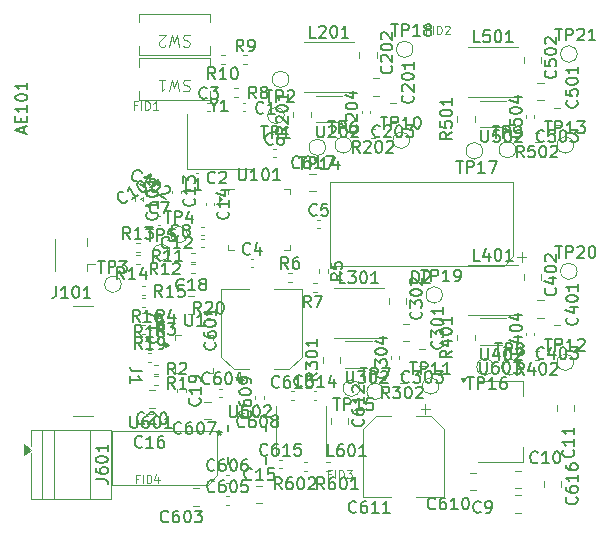
<source format=gbr>
%TF.GenerationSoftware,KiCad,Pcbnew,9.0.6*%
%TF.CreationDate,2025-12-24T13:44:06+01:00*%
%TF.ProjectId,10W-RGBW-Lars-v1,3130572d-5247-4425-972d-4c6172732d76,rev?*%
%TF.SameCoordinates,Original*%
%TF.FileFunction,Legend,Top*%
%TF.FilePolarity,Positive*%
%FSLAX46Y46*%
G04 Gerber Fmt 4.6, Leading zero omitted, Abs format (unit mm)*
G04 Created by KiCad (PCBNEW 9.0.6) date 2025-12-24 13:44:06*
%MOMM*%
%LPD*%
G01*
G04 APERTURE LIST*
%ADD10C,0.150000*%
%ADD11C,0.105000*%
%ADD12C,0.100000*%
%ADD13C,0.120000*%
%ADD14C,0.152400*%
G04 APERTURE END LIST*
D10*
X141004819Y-49019047D02*
X140528628Y-49352380D01*
X141004819Y-49590475D02*
X140004819Y-49590475D01*
X140004819Y-49590475D02*
X140004819Y-49209523D01*
X140004819Y-49209523D02*
X140052438Y-49114285D01*
X140052438Y-49114285D02*
X140100057Y-49066666D01*
X140100057Y-49066666D02*
X140195295Y-49019047D01*
X140195295Y-49019047D02*
X140338152Y-49019047D01*
X140338152Y-49019047D02*
X140433390Y-49066666D01*
X140433390Y-49066666D02*
X140481009Y-49114285D01*
X140481009Y-49114285D02*
X140528628Y-49209523D01*
X140528628Y-49209523D02*
X140528628Y-49590475D01*
X140004819Y-48114285D02*
X140004819Y-48590475D01*
X140004819Y-48590475D02*
X140481009Y-48638094D01*
X140481009Y-48638094D02*
X140433390Y-48590475D01*
X140433390Y-48590475D02*
X140385771Y-48495237D01*
X140385771Y-48495237D02*
X140385771Y-48257142D01*
X140385771Y-48257142D02*
X140433390Y-48161904D01*
X140433390Y-48161904D02*
X140481009Y-48114285D01*
X140481009Y-48114285D02*
X140576247Y-48066666D01*
X140576247Y-48066666D02*
X140814342Y-48066666D01*
X140814342Y-48066666D02*
X140909580Y-48114285D01*
X140909580Y-48114285D02*
X140957200Y-48161904D01*
X140957200Y-48161904D02*
X141004819Y-48257142D01*
X141004819Y-48257142D02*
X141004819Y-48495237D01*
X141004819Y-48495237D02*
X140957200Y-48590475D01*
X140957200Y-48590475D02*
X140909580Y-48638094D01*
X140004819Y-47447618D02*
X140004819Y-47352380D01*
X140004819Y-47352380D02*
X140052438Y-47257142D01*
X140052438Y-47257142D02*
X140100057Y-47209523D01*
X140100057Y-47209523D02*
X140195295Y-47161904D01*
X140195295Y-47161904D02*
X140385771Y-47114285D01*
X140385771Y-47114285D02*
X140623866Y-47114285D01*
X140623866Y-47114285D02*
X140814342Y-47161904D01*
X140814342Y-47161904D02*
X140909580Y-47209523D01*
X140909580Y-47209523D02*
X140957200Y-47257142D01*
X140957200Y-47257142D02*
X141004819Y-47352380D01*
X141004819Y-47352380D02*
X141004819Y-47447618D01*
X141004819Y-47447618D02*
X140957200Y-47542856D01*
X140957200Y-47542856D02*
X140909580Y-47590475D01*
X140909580Y-47590475D02*
X140814342Y-47638094D01*
X140814342Y-47638094D02*
X140623866Y-47685713D01*
X140623866Y-47685713D02*
X140385771Y-47685713D01*
X140385771Y-47685713D02*
X140195295Y-47638094D01*
X140195295Y-47638094D02*
X140100057Y-47590475D01*
X140100057Y-47590475D02*
X140052438Y-47542856D01*
X140052438Y-47542856D02*
X140004819Y-47447618D01*
X141004819Y-46161904D02*
X141004819Y-46733332D01*
X141004819Y-46447618D02*
X140004819Y-46447618D01*
X140004819Y-46447618D02*
X140147676Y-46542856D01*
X140147676Y-46542856D02*
X140242914Y-46638094D01*
X140242914Y-46638094D02*
X140290533Y-46733332D01*
X141004819Y-67519047D02*
X140528628Y-67852380D01*
X141004819Y-68090475D02*
X140004819Y-68090475D01*
X140004819Y-68090475D02*
X140004819Y-67709523D01*
X140004819Y-67709523D02*
X140052438Y-67614285D01*
X140052438Y-67614285D02*
X140100057Y-67566666D01*
X140100057Y-67566666D02*
X140195295Y-67519047D01*
X140195295Y-67519047D02*
X140338152Y-67519047D01*
X140338152Y-67519047D02*
X140433390Y-67566666D01*
X140433390Y-67566666D02*
X140481009Y-67614285D01*
X140481009Y-67614285D02*
X140528628Y-67709523D01*
X140528628Y-67709523D02*
X140528628Y-68090475D01*
X140338152Y-66661904D02*
X141004819Y-66661904D01*
X139957200Y-66899999D02*
X140671485Y-67138094D01*
X140671485Y-67138094D02*
X140671485Y-66519047D01*
X140004819Y-65947618D02*
X140004819Y-65852380D01*
X140004819Y-65852380D02*
X140052438Y-65757142D01*
X140052438Y-65757142D02*
X140100057Y-65709523D01*
X140100057Y-65709523D02*
X140195295Y-65661904D01*
X140195295Y-65661904D02*
X140385771Y-65614285D01*
X140385771Y-65614285D02*
X140623866Y-65614285D01*
X140623866Y-65614285D02*
X140814342Y-65661904D01*
X140814342Y-65661904D02*
X140909580Y-65709523D01*
X140909580Y-65709523D02*
X140957200Y-65757142D01*
X140957200Y-65757142D02*
X141004819Y-65852380D01*
X141004819Y-65852380D02*
X141004819Y-65947618D01*
X141004819Y-65947618D02*
X140957200Y-66042856D01*
X140957200Y-66042856D02*
X140909580Y-66090475D01*
X140909580Y-66090475D02*
X140814342Y-66138094D01*
X140814342Y-66138094D02*
X140623866Y-66185713D01*
X140623866Y-66185713D02*
X140385771Y-66185713D01*
X140385771Y-66185713D02*
X140195295Y-66138094D01*
X140195295Y-66138094D02*
X140100057Y-66090475D01*
X140100057Y-66090475D02*
X140052438Y-66042856D01*
X140052438Y-66042856D02*
X140004819Y-65947618D01*
X141004819Y-64661904D02*
X141004819Y-65233332D01*
X141004819Y-64947618D02*
X140004819Y-64947618D01*
X140004819Y-64947618D02*
X140147676Y-65042856D01*
X140147676Y-65042856D02*
X140242914Y-65138094D01*
X140242914Y-65138094D02*
X140290533Y-65233332D01*
X129604819Y-69419047D02*
X129128628Y-69752380D01*
X129604819Y-69990475D02*
X128604819Y-69990475D01*
X128604819Y-69990475D02*
X128604819Y-69609523D01*
X128604819Y-69609523D02*
X128652438Y-69514285D01*
X128652438Y-69514285D02*
X128700057Y-69466666D01*
X128700057Y-69466666D02*
X128795295Y-69419047D01*
X128795295Y-69419047D02*
X128938152Y-69419047D01*
X128938152Y-69419047D02*
X129033390Y-69466666D01*
X129033390Y-69466666D02*
X129081009Y-69514285D01*
X129081009Y-69514285D02*
X129128628Y-69609523D01*
X129128628Y-69609523D02*
X129128628Y-69990475D01*
X128604819Y-69085713D02*
X128604819Y-68466666D01*
X128604819Y-68466666D02*
X128985771Y-68799999D01*
X128985771Y-68799999D02*
X128985771Y-68657142D01*
X128985771Y-68657142D02*
X129033390Y-68561904D01*
X129033390Y-68561904D02*
X129081009Y-68514285D01*
X129081009Y-68514285D02*
X129176247Y-68466666D01*
X129176247Y-68466666D02*
X129414342Y-68466666D01*
X129414342Y-68466666D02*
X129509580Y-68514285D01*
X129509580Y-68514285D02*
X129557200Y-68561904D01*
X129557200Y-68561904D02*
X129604819Y-68657142D01*
X129604819Y-68657142D02*
X129604819Y-68942856D01*
X129604819Y-68942856D02*
X129557200Y-69038094D01*
X129557200Y-69038094D02*
X129509580Y-69085713D01*
X128604819Y-67847618D02*
X128604819Y-67752380D01*
X128604819Y-67752380D02*
X128652438Y-67657142D01*
X128652438Y-67657142D02*
X128700057Y-67609523D01*
X128700057Y-67609523D02*
X128795295Y-67561904D01*
X128795295Y-67561904D02*
X128985771Y-67514285D01*
X128985771Y-67514285D02*
X129223866Y-67514285D01*
X129223866Y-67514285D02*
X129414342Y-67561904D01*
X129414342Y-67561904D02*
X129509580Y-67609523D01*
X129509580Y-67609523D02*
X129557200Y-67657142D01*
X129557200Y-67657142D02*
X129604819Y-67752380D01*
X129604819Y-67752380D02*
X129604819Y-67847618D01*
X129604819Y-67847618D02*
X129557200Y-67942856D01*
X129557200Y-67942856D02*
X129509580Y-67990475D01*
X129509580Y-67990475D02*
X129414342Y-68038094D01*
X129414342Y-68038094D02*
X129223866Y-68085713D01*
X129223866Y-68085713D02*
X128985771Y-68085713D01*
X128985771Y-68085713D02*
X128795295Y-68038094D01*
X128795295Y-68038094D02*
X128700057Y-67990475D01*
X128700057Y-67990475D02*
X128652438Y-67942856D01*
X128652438Y-67942856D02*
X128604819Y-67847618D01*
X129604819Y-66561904D02*
X129604819Y-67133332D01*
X129604819Y-66847618D02*
X128604819Y-66847618D01*
X128604819Y-66847618D02*
X128747676Y-66942856D01*
X128747676Y-66942856D02*
X128842914Y-67038094D01*
X128842914Y-67038094D02*
X128890533Y-67133332D01*
X127104819Y-48619047D02*
X126628628Y-48952380D01*
X127104819Y-49190475D02*
X126104819Y-49190475D01*
X126104819Y-49190475D02*
X126104819Y-48809523D01*
X126104819Y-48809523D02*
X126152438Y-48714285D01*
X126152438Y-48714285D02*
X126200057Y-48666666D01*
X126200057Y-48666666D02*
X126295295Y-48619047D01*
X126295295Y-48619047D02*
X126438152Y-48619047D01*
X126438152Y-48619047D02*
X126533390Y-48666666D01*
X126533390Y-48666666D02*
X126581009Y-48714285D01*
X126581009Y-48714285D02*
X126628628Y-48809523D01*
X126628628Y-48809523D02*
X126628628Y-49190475D01*
X126200057Y-48238094D02*
X126152438Y-48190475D01*
X126152438Y-48190475D02*
X126104819Y-48095237D01*
X126104819Y-48095237D02*
X126104819Y-47857142D01*
X126104819Y-47857142D02*
X126152438Y-47761904D01*
X126152438Y-47761904D02*
X126200057Y-47714285D01*
X126200057Y-47714285D02*
X126295295Y-47666666D01*
X126295295Y-47666666D02*
X126390533Y-47666666D01*
X126390533Y-47666666D02*
X126533390Y-47714285D01*
X126533390Y-47714285D02*
X127104819Y-48285713D01*
X127104819Y-48285713D02*
X127104819Y-47666666D01*
X126104819Y-47047618D02*
X126104819Y-46952380D01*
X126104819Y-46952380D02*
X126152438Y-46857142D01*
X126152438Y-46857142D02*
X126200057Y-46809523D01*
X126200057Y-46809523D02*
X126295295Y-46761904D01*
X126295295Y-46761904D02*
X126485771Y-46714285D01*
X126485771Y-46714285D02*
X126723866Y-46714285D01*
X126723866Y-46714285D02*
X126914342Y-46761904D01*
X126914342Y-46761904D02*
X127009580Y-46809523D01*
X127009580Y-46809523D02*
X127057200Y-46857142D01*
X127057200Y-46857142D02*
X127104819Y-46952380D01*
X127104819Y-46952380D02*
X127104819Y-47047618D01*
X127104819Y-47047618D02*
X127057200Y-47142856D01*
X127057200Y-47142856D02*
X127009580Y-47190475D01*
X127009580Y-47190475D02*
X126914342Y-47238094D01*
X126914342Y-47238094D02*
X126723866Y-47285713D01*
X126723866Y-47285713D02*
X126485771Y-47285713D01*
X126485771Y-47285713D02*
X126295295Y-47238094D01*
X126295295Y-47238094D02*
X126200057Y-47190475D01*
X126200057Y-47190475D02*
X126152438Y-47142856D01*
X126152438Y-47142856D02*
X126104819Y-47047618D01*
X127104819Y-45761904D02*
X127104819Y-46333332D01*
X127104819Y-46047618D02*
X126104819Y-46047618D01*
X126104819Y-46047618D02*
X126247676Y-46142856D01*
X126247676Y-46142856D02*
X126342914Y-46238094D01*
X126342914Y-46238094D02*
X126390533Y-46333332D01*
D11*
X114450000Y-78351706D02*
X114216666Y-78351706D01*
X114216666Y-78718373D02*
X114216666Y-78018373D01*
X114216666Y-78018373D02*
X114550000Y-78018373D01*
X114816666Y-78718373D02*
X114816666Y-78018373D01*
X115149999Y-78718373D02*
X115149999Y-78018373D01*
X115149999Y-78018373D02*
X115316666Y-78018373D01*
X115316666Y-78018373D02*
X115416666Y-78051706D01*
X115416666Y-78051706D02*
X115483333Y-78118373D01*
X115483333Y-78118373D02*
X115516666Y-78185040D01*
X115516666Y-78185040D02*
X115549999Y-78318373D01*
X115549999Y-78318373D02*
X115549999Y-78418373D01*
X115549999Y-78418373D02*
X115516666Y-78551706D01*
X115516666Y-78551706D02*
X115483333Y-78618373D01*
X115483333Y-78618373D02*
X115416666Y-78685040D01*
X115416666Y-78685040D02*
X115316666Y-78718373D01*
X115316666Y-78718373D02*
X115149999Y-78718373D01*
X116149999Y-78251706D02*
X116149999Y-78718373D01*
X115983333Y-77985040D02*
X115816666Y-78485040D01*
X115816666Y-78485040D02*
X116249999Y-78485040D01*
X130750000Y-77951706D02*
X130516666Y-77951706D01*
X130516666Y-78318373D02*
X130516666Y-77618373D01*
X130516666Y-77618373D02*
X130850000Y-77618373D01*
X131116666Y-78318373D02*
X131116666Y-77618373D01*
X131449999Y-78318373D02*
X131449999Y-77618373D01*
X131449999Y-77618373D02*
X131616666Y-77618373D01*
X131616666Y-77618373D02*
X131716666Y-77651706D01*
X131716666Y-77651706D02*
X131783333Y-77718373D01*
X131783333Y-77718373D02*
X131816666Y-77785040D01*
X131816666Y-77785040D02*
X131849999Y-77918373D01*
X131849999Y-77918373D02*
X131849999Y-78018373D01*
X131849999Y-78018373D02*
X131816666Y-78151706D01*
X131816666Y-78151706D02*
X131783333Y-78218373D01*
X131783333Y-78218373D02*
X131716666Y-78285040D01*
X131716666Y-78285040D02*
X131616666Y-78318373D01*
X131616666Y-78318373D02*
X131449999Y-78318373D01*
X132083333Y-77618373D02*
X132516666Y-77618373D01*
X132516666Y-77618373D02*
X132283333Y-77885040D01*
X132283333Y-77885040D02*
X132383333Y-77885040D01*
X132383333Y-77885040D02*
X132449999Y-77918373D01*
X132449999Y-77918373D02*
X132483333Y-77951706D01*
X132483333Y-77951706D02*
X132516666Y-78018373D01*
X132516666Y-78018373D02*
X132516666Y-78185040D01*
X132516666Y-78185040D02*
X132483333Y-78251706D01*
X132483333Y-78251706D02*
X132449999Y-78285040D01*
X132449999Y-78285040D02*
X132383333Y-78318373D01*
X132383333Y-78318373D02*
X132183333Y-78318373D01*
X132183333Y-78318373D02*
X132116666Y-78285040D01*
X132116666Y-78285040D02*
X132083333Y-78251706D01*
X139050000Y-40351706D02*
X138816666Y-40351706D01*
X138816666Y-40718373D02*
X138816666Y-40018373D01*
X138816666Y-40018373D02*
X139150000Y-40018373D01*
X139416666Y-40718373D02*
X139416666Y-40018373D01*
X139749999Y-40718373D02*
X139749999Y-40018373D01*
X139749999Y-40018373D02*
X139916666Y-40018373D01*
X139916666Y-40018373D02*
X140016666Y-40051706D01*
X140016666Y-40051706D02*
X140083333Y-40118373D01*
X140083333Y-40118373D02*
X140116666Y-40185040D01*
X140116666Y-40185040D02*
X140149999Y-40318373D01*
X140149999Y-40318373D02*
X140149999Y-40418373D01*
X140149999Y-40418373D02*
X140116666Y-40551706D01*
X140116666Y-40551706D02*
X140083333Y-40618373D01*
X140083333Y-40618373D02*
X140016666Y-40685040D01*
X140016666Y-40685040D02*
X139916666Y-40718373D01*
X139916666Y-40718373D02*
X139749999Y-40718373D01*
X140416666Y-40085040D02*
X140449999Y-40051706D01*
X140449999Y-40051706D02*
X140516666Y-40018373D01*
X140516666Y-40018373D02*
X140683333Y-40018373D01*
X140683333Y-40018373D02*
X140749999Y-40051706D01*
X140749999Y-40051706D02*
X140783333Y-40085040D01*
X140783333Y-40085040D02*
X140816666Y-40151706D01*
X140816666Y-40151706D02*
X140816666Y-40218373D01*
X140816666Y-40218373D02*
X140783333Y-40318373D01*
X140783333Y-40318373D02*
X140383333Y-40718373D01*
X140383333Y-40718373D02*
X140816666Y-40718373D01*
X114350000Y-46751706D02*
X114116666Y-46751706D01*
X114116666Y-47118373D02*
X114116666Y-46418373D01*
X114116666Y-46418373D02*
X114450000Y-46418373D01*
X114716666Y-47118373D02*
X114716666Y-46418373D01*
X115049999Y-47118373D02*
X115049999Y-46418373D01*
X115049999Y-46418373D02*
X115216666Y-46418373D01*
X115216666Y-46418373D02*
X115316666Y-46451706D01*
X115316666Y-46451706D02*
X115383333Y-46518373D01*
X115383333Y-46518373D02*
X115416666Y-46585040D01*
X115416666Y-46585040D02*
X115449999Y-46718373D01*
X115449999Y-46718373D02*
X115449999Y-46818373D01*
X115449999Y-46818373D02*
X115416666Y-46951706D01*
X115416666Y-46951706D02*
X115383333Y-47018373D01*
X115383333Y-47018373D02*
X115316666Y-47085040D01*
X115316666Y-47085040D02*
X115216666Y-47118373D01*
X115216666Y-47118373D02*
X115049999Y-47118373D01*
X116116666Y-47118373D02*
X115716666Y-47118373D01*
X115916666Y-47118373D02*
X115916666Y-46418373D01*
X115916666Y-46418373D02*
X115849999Y-46518373D01*
X115849999Y-46518373D02*
X115783333Y-46585040D01*
X115783333Y-46585040D02*
X115716666Y-46618373D01*
D10*
X114745180Y-69266666D02*
X114030895Y-69266666D01*
X114030895Y-69266666D02*
X113888038Y-69219047D01*
X113888038Y-69219047D02*
X113792800Y-69123809D01*
X113792800Y-69123809D02*
X113745180Y-68980952D01*
X113745180Y-68980952D02*
X113745180Y-68885714D01*
X113745180Y-70266666D02*
X113745180Y-69695238D01*
X113745180Y-69980952D02*
X114745180Y-69980952D01*
X114745180Y-69980952D02*
X114602323Y-69885714D01*
X114602323Y-69885714D02*
X114507085Y-69790476D01*
X114507085Y-69790476D02*
X114459466Y-69695238D01*
X118438095Y-64424819D02*
X118438095Y-65234342D01*
X118438095Y-65234342D02*
X118485714Y-65329580D01*
X118485714Y-65329580D02*
X118533333Y-65377200D01*
X118533333Y-65377200D02*
X118628571Y-65424819D01*
X118628571Y-65424819D02*
X118819047Y-65424819D01*
X118819047Y-65424819D02*
X118914285Y-65377200D01*
X118914285Y-65377200D02*
X118961904Y-65329580D01*
X118961904Y-65329580D02*
X119009523Y-65234342D01*
X119009523Y-65234342D02*
X119009523Y-64424819D01*
X120009523Y-65424819D02*
X119438095Y-65424819D01*
X119723809Y-65424819D02*
X119723809Y-64424819D01*
X119723809Y-64424819D02*
X119628571Y-64567676D01*
X119628571Y-64567676D02*
X119533333Y-64662914D01*
X119533333Y-64662914D02*
X119438095Y-64710533D01*
X122965714Y-52074819D02*
X122965714Y-52884342D01*
X122965714Y-52884342D02*
X123013333Y-52979580D01*
X123013333Y-52979580D02*
X123060952Y-53027200D01*
X123060952Y-53027200D02*
X123156190Y-53074819D01*
X123156190Y-53074819D02*
X123346666Y-53074819D01*
X123346666Y-53074819D02*
X123441904Y-53027200D01*
X123441904Y-53027200D02*
X123489523Y-52979580D01*
X123489523Y-52979580D02*
X123537142Y-52884342D01*
X123537142Y-52884342D02*
X123537142Y-52074819D01*
X124537142Y-53074819D02*
X123965714Y-53074819D01*
X124251428Y-53074819D02*
X124251428Y-52074819D01*
X124251428Y-52074819D02*
X124156190Y-52217676D01*
X124156190Y-52217676D02*
X124060952Y-52312914D01*
X124060952Y-52312914D02*
X123965714Y-52360533D01*
X125156190Y-52074819D02*
X125251428Y-52074819D01*
X125251428Y-52074819D02*
X125346666Y-52122438D01*
X125346666Y-52122438D02*
X125394285Y-52170057D01*
X125394285Y-52170057D02*
X125441904Y-52265295D01*
X125441904Y-52265295D02*
X125489523Y-52455771D01*
X125489523Y-52455771D02*
X125489523Y-52693866D01*
X125489523Y-52693866D02*
X125441904Y-52884342D01*
X125441904Y-52884342D02*
X125394285Y-52979580D01*
X125394285Y-52979580D02*
X125346666Y-53027200D01*
X125346666Y-53027200D02*
X125251428Y-53074819D01*
X125251428Y-53074819D02*
X125156190Y-53074819D01*
X125156190Y-53074819D02*
X125060952Y-53027200D01*
X125060952Y-53027200D02*
X125013333Y-52979580D01*
X125013333Y-52979580D02*
X124965714Y-52884342D01*
X124965714Y-52884342D02*
X124918095Y-52693866D01*
X124918095Y-52693866D02*
X124918095Y-52455771D01*
X124918095Y-52455771D02*
X124965714Y-52265295D01*
X124965714Y-52265295D02*
X125013333Y-52170057D01*
X125013333Y-52170057D02*
X125060952Y-52122438D01*
X125060952Y-52122438D02*
X125156190Y-52074819D01*
X126441904Y-53074819D02*
X125870476Y-53074819D01*
X126156190Y-53074819D02*
X126156190Y-52074819D01*
X126156190Y-52074819D02*
X126060952Y-52217676D01*
X126060952Y-52217676D02*
X125965714Y-52312914D01*
X125965714Y-52312914D02*
X125870476Y-52360533D01*
X129590714Y-48459819D02*
X129590714Y-49269342D01*
X129590714Y-49269342D02*
X129638333Y-49364580D01*
X129638333Y-49364580D02*
X129685952Y-49412200D01*
X129685952Y-49412200D02*
X129781190Y-49459819D01*
X129781190Y-49459819D02*
X129971666Y-49459819D01*
X129971666Y-49459819D02*
X130066904Y-49412200D01*
X130066904Y-49412200D02*
X130114523Y-49364580D01*
X130114523Y-49364580D02*
X130162142Y-49269342D01*
X130162142Y-49269342D02*
X130162142Y-48459819D01*
X130590714Y-48555057D02*
X130638333Y-48507438D01*
X130638333Y-48507438D02*
X130733571Y-48459819D01*
X130733571Y-48459819D02*
X130971666Y-48459819D01*
X130971666Y-48459819D02*
X131066904Y-48507438D01*
X131066904Y-48507438D02*
X131114523Y-48555057D01*
X131114523Y-48555057D02*
X131162142Y-48650295D01*
X131162142Y-48650295D02*
X131162142Y-48745533D01*
X131162142Y-48745533D02*
X131114523Y-48888390D01*
X131114523Y-48888390D02*
X130543095Y-49459819D01*
X130543095Y-49459819D02*
X131162142Y-49459819D01*
X131781190Y-48459819D02*
X131876428Y-48459819D01*
X131876428Y-48459819D02*
X131971666Y-48507438D01*
X131971666Y-48507438D02*
X132019285Y-48555057D01*
X132019285Y-48555057D02*
X132066904Y-48650295D01*
X132066904Y-48650295D02*
X132114523Y-48840771D01*
X132114523Y-48840771D02*
X132114523Y-49078866D01*
X132114523Y-49078866D02*
X132066904Y-49269342D01*
X132066904Y-49269342D02*
X132019285Y-49364580D01*
X132019285Y-49364580D02*
X131971666Y-49412200D01*
X131971666Y-49412200D02*
X131876428Y-49459819D01*
X131876428Y-49459819D02*
X131781190Y-49459819D01*
X131781190Y-49459819D02*
X131685952Y-49412200D01*
X131685952Y-49412200D02*
X131638333Y-49364580D01*
X131638333Y-49364580D02*
X131590714Y-49269342D01*
X131590714Y-49269342D02*
X131543095Y-49078866D01*
X131543095Y-49078866D02*
X131543095Y-48840771D01*
X131543095Y-48840771D02*
X131590714Y-48650295D01*
X131590714Y-48650295D02*
X131638333Y-48555057D01*
X131638333Y-48555057D02*
X131685952Y-48507438D01*
X131685952Y-48507438D02*
X131781190Y-48459819D01*
X132495476Y-48555057D02*
X132543095Y-48507438D01*
X132543095Y-48507438D02*
X132638333Y-48459819D01*
X132638333Y-48459819D02*
X132876428Y-48459819D01*
X132876428Y-48459819D02*
X132971666Y-48507438D01*
X132971666Y-48507438D02*
X133019285Y-48555057D01*
X133019285Y-48555057D02*
X133066904Y-48650295D01*
X133066904Y-48650295D02*
X133066904Y-48745533D01*
X133066904Y-48745533D02*
X133019285Y-48888390D01*
X133019285Y-48888390D02*
X132447857Y-49459819D01*
X132447857Y-49459819D02*
X133066904Y-49459819D01*
X132085714Y-69254819D02*
X132085714Y-70064342D01*
X132085714Y-70064342D02*
X132133333Y-70159580D01*
X132133333Y-70159580D02*
X132180952Y-70207200D01*
X132180952Y-70207200D02*
X132276190Y-70254819D01*
X132276190Y-70254819D02*
X132466666Y-70254819D01*
X132466666Y-70254819D02*
X132561904Y-70207200D01*
X132561904Y-70207200D02*
X132609523Y-70159580D01*
X132609523Y-70159580D02*
X132657142Y-70064342D01*
X132657142Y-70064342D02*
X132657142Y-69254819D01*
X133038095Y-69254819D02*
X133657142Y-69254819D01*
X133657142Y-69254819D02*
X133323809Y-69635771D01*
X133323809Y-69635771D02*
X133466666Y-69635771D01*
X133466666Y-69635771D02*
X133561904Y-69683390D01*
X133561904Y-69683390D02*
X133609523Y-69731009D01*
X133609523Y-69731009D02*
X133657142Y-69826247D01*
X133657142Y-69826247D02*
X133657142Y-70064342D01*
X133657142Y-70064342D02*
X133609523Y-70159580D01*
X133609523Y-70159580D02*
X133561904Y-70207200D01*
X133561904Y-70207200D02*
X133466666Y-70254819D01*
X133466666Y-70254819D02*
X133180952Y-70254819D01*
X133180952Y-70254819D02*
X133085714Y-70207200D01*
X133085714Y-70207200D02*
X133038095Y-70159580D01*
X134276190Y-69254819D02*
X134371428Y-69254819D01*
X134371428Y-69254819D02*
X134466666Y-69302438D01*
X134466666Y-69302438D02*
X134514285Y-69350057D01*
X134514285Y-69350057D02*
X134561904Y-69445295D01*
X134561904Y-69445295D02*
X134609523Y-69635771D01*
X134609523Y-69635771D02*
X134609523Y-69873866D01*
X134609523Y-69873866D02*
X134561904Y-70064342D01*
X134561904Y-70064342D02*
X134514285Y-70159580D01*
X134514285Y-70159580D02*
X134466666Y-70207200D01*
X134466666Y-70207200D02*
X134371428Y-70254819D01*
X134371428Y-70254819D02*
X134276190Y-70254819D01*
X134276190Y-70254819D02*
X134180952Y-70207200D01*
X134180952Y-70207200D02*
X134133333Y-70159580D01*
X134133333Y-70159580D02*
X134085714Y-70064342D01*
X134085714Y-70064342D02*
X134038095Y-69873866D01*
X134038095Y-69873866D02*
X134038095Y-69635771D01*
X134038095Y-69635771D02*
X134085714Y-69445295D01*
X134085714Y-69445295D02*
X134133333Y-69350057D01*
X134133333Y-69350057D02*
X134180952Y-69302438D01*
X134180952Y-69302438D02*
X134276190Y-69254819D01*
X134990476Y-69350057D02*
X135038095Y-69302438D01*
X135038095Y-69302438D02*
X135133333Y-69254819D01*
X135133333Y-69254819D02*
X135371428Y-69254819D01*
X135371428Y-69254819D02*
X135466666Y-69302438D01*
X135466666Y-69302438D02*
X135514285Y-69350057D01*
X135514285Y-69350057D02*
X135561904Y-69445295D01*
X135561904Y-69445295D02*
X135561904Y-69540533D01*
X135561904Y-69540533D02*
X135514285Y-69683390D01*
X135514285Y-69683390D02*
X134942857Y-70254819D01*
X134942857Y-70254819D02*
X135561904Y-70254819D01*
X143485714Y-67304819D02*
X143485714Y-68114342D01*
X143485714Y-68114342D02*
X143533333Y-68209580D01*
X143533333Y-68209580D02*
X143580952Y-68257200D01*
X143580952Y-68257200D02*
X143676190Y-68304819D01*
X143676190Y-68304819D02*
X143866666Y-68304819D01*
X143866666Y-68304819D02*
X143961904Y-68257200D01*
X143961904Y-68257200D02*
X144009523Y-68209580D01*
X144009523Y-68209580D02*
X144057142Y-68114342D01*
X144057142Y-68114342D02*
X144057142Y-67304819D01*
X144961904Y-67638152D02*
X144961904Y-68304819D01*
X144723809Y-67257200D02*
X144485714Y-67971485D01*
X144485714Y-67971485D02*
X145104761Y-67971485D01*
X145676190Y-67304819D02*
X145771428Y-67304819D01*
X145771428Y-67304819D02*
X145866666Y-67352438D01*
X145866666Y-67352438D02*
X145914285Y-67400057D01*
X145914285Y-67400057D02*
X145961904Y-67495295D01*
X145961904Y-67495295D02*
X146009523Y-67685771D01*
X146009523Y-67685771D02*
X146009523Y-67923866D01*
X146009523Y-67923866D02*
X145961904Y-68114342D01*
X145961904Y-68114342D02*
X145914285Y-68209580D01*
X145914285Y-68209580D02*
X145866666Y-68257200D01*
X145866666Y-68257200D02*
X145771428Y-68304819D01*
X145771428Y-68304819D02*
X145676190Y-68304819D01*
X145676190Y-68304819D02*
X145580952Y-68257200D01*
X145580952Y-68257200D02*
X145533333Y-68209580D01*
X145533333Y-68209580D02*
X145485714Y-68114342D01*
X145485714Y-68114342D02*
X145438095Y-67923866D01*
X145438095Y-67923866D02*
X145438095Y-67685771D01*
X145438095Y-67685771D02*
X145485714Y-67495295D01*
X145485714Y-67495295D02*
X145533333Y-67400057D01*
X145533333Y-67400057D02*
X145580952Y-67352438D01*
X145580952Y-67352438D02*
X145676190Y-67304819D01*
X146390476Y-67400057D02*
X146438095Y-67352438D01*
X146438095Y-67352438D02*
X146533333Y-67304819D01*
X146533333Y-67304819D02*
X146771428Y-67304819D01*
X146771428Y-67304819D02*
X146866666Y-67352438D01*
X146866666Y-67352438D02*
X146914285Y-67400057D01*
X146914285Y-67400057D02*
X146961904Y-67495295D01*
X146961904Y-67495295D02*
X146961904Y-67590533D01*
X146961904Y-67590533D02*
X146914285Y-67733390D01*
X146914285Y-67733390D02*
X146342857Y-68304819D01*
X146342857Y-68304819D02*
X146961904Y-68304819D01*
X143485714Y-48854819D02*
X143485714Y-49664342D01*
X143485714Y-49664342D02*
X143533333Y-49759580D01*
X143533333Y-49759580D02*
X143580952Y-49807200D01*
X143580952Y-49807200D02*
X143676190Y-49854819D01*
X143676190Y-49854819D02*
X143866666Y-49854819D01*
X143866666Y-49854819D02*
X143961904Y-49807200D01*
X143961904Y-49807200D02*
X144009523Y-49759580D01*
X144009523Y-49759580D02*
X144057142Y-49664342D01*
X144057142Y-49664342D02*
X144057142Y-48854819D01*
X145009523Y-48854819D02*
X144533333Y-48854819D01*
X144533333Y-48854819D02*
X144485714Y-49331009D01*
X144485714Y-49331009D02*
X144533333Y-49283390D01*
X144533333Y-49283390D02*
X144628571Y-49235771D01*
X144628571Y-49235771D02*
X144866666Y-49235771D01*
X144866666Y-49235771D02*
X144961904Y-49283390D01*
X144961904Y-49283390D02*
X145009523Y-49331009D01*
X145009523Y-49331009D02*
X145057142Y-49426247D01*
X145057142Y-49426247D02*
X145057142Y-49664342D01*
X145057142Y-49664342D02*
X145009523Y-49759580D01*
X145009523Y-49759580D02*
X144961904Y-49807200D01*
X144961904Y-49807200D02*
X144866666Y-49854819D01*
X144866666Y-49854819D02*
X144628571Y-49854819D01*
X144628571Y-49854819D02*
X144533333Y-49807200D01*
X144533333Y-49807200D02*
X144485714Y-49759580D01*
X145676190Y-48854819D02*
X145771428Y-48854819D01*
X145771428Y-48854819D02*
X145866666Y-48902438D01*
X145866666Y-48902438D02*
X145914285Y-48950057D01*
X145914285Y-48950057D02*
X145961904Y-49045295D01*
X145961904Y-49045295D02*
X146009523Y-49235771D01*
X146009523Y-49235771D02*
X146009523Y-49473866D01*
X146009523Y-49473866D02*
X145961904Y-49664342D01*
X145961904Y-49664342D02*
X145914285Y-49759580D01*
X145914285Y-49759580D02*
X145866666Y-49807200D01*
X145866666Y-49807200D02*
X145771428Y-49854819D01*
X145771428Y-49854819D02*
X145676190Y-49854819D01*
X145676190Y-49854819D02*
X145580952Y-49807200D01*
X145580952Y-49807200D02*
X145533333Y-49759580D01*
X145533333Y-49759580D02*
X145485714Y-49664342D01*
X145485714Y-49664342D02*
X145438095Y-49473866D01*
X145438095Y-49473866D02*
X145438095Y-49235771D01*
X145438095Y-49235771D02*
X145485714Y-49045295D01*
X145485714Y-49045295D02*
X145533333Y-48950057D01*
X145533333Y-48950057D02*
X145580952Y-48902438D01*
X145580952Y-48902438D02*
X145676190Y-48854819D01*
X146390476Y-48950057D02*
X146438095Y-48902438D01*
X146438095Y-48902438D02*
X146533333Y-48854819D01*
X146533333Y-48854819D02*
X146771428Y-48854819D01*
X146771428Y-48854819D02*
X146866666Y-48902438D01*
X146866666Y-48902438D02*
X146914285Y-48950057D01*
X146914285Y-48950057D02*
X146961904Y-49045295D01*
X146961904Y-49045295D02*
X146961904Y-49140533D01*
X146961904Y-49140533D02*
X146914285Y-49283390D01*
X146914285Y-49283390D02*
X146342857Y-49854819D01*
X146342857Y-49854819D02*
X146961904Y-49854819D01*
X116613333Y-66154819D02*
X116280000Y-65678628D01*
X116041905Y-66154819D02*
X116041905Y-65154819D01*
X116041905Y-65154819D02*
X116422857Y-65154819D01*
X116422857Y-65154819D02*
X116518095Y-65202438D01*
X116518095Y-65202438D02*
X116565714Y-65250057D01*
X116565714Y-65250057D02*
X116613333Y-65345295D01*
X116613333Y-65345295D02*
X116613333Y-65488152D01*
X116613333Y-65488152D02*
X116565714Y-65583390D01*
X116565714Y-65583390D02*
X116518095Y-65631009D01*
X116518095Y-65631009D02*
X116422857Y-65678628D01*
X116422857Y-65678628D02*
X116041905Y-65678628D01*
X116946667Y-65154819D02*
X117565714Y-65154819D01*
X117565714Y-65154819D02*
X117232381Y-65535771D01*
X117232381Y-65535771D02*
X117375238Y-65535771D01*
X117375238Y-65535771D02*
X117470476Y-65583390D01*
X117470476Y-65583390D02*
X117518095Y-65631009D01*
X117518095Y-65631009D02*
X117565714Y-65726247D01*
X117565714Y-65726247D02*
X117565714Y-65964342D01*
X117565714Y-65964342D02*
X117518095Y-66059580D01*
X117518095Y-66059580D02*
X117470476Y-66107200D01*
X117470476Y-66107200D02*
X117375238Y-66154819D01*
X117375238Y-66154819D02*
X117089524Y-66154819D01*
X117089524Y-66154819D02*
X116994286Y-66107200D01*
X116994286Y-66107200D02*
X116946667Y-66059580D01*
X118933333Y-53884819D02*
X118457143Y-53884819D01*
X118457143Y-53884819D02*
X118457143Y-52884819D01*
X119790476Y-53884819D02*
X119219048Y-53884819D01*
X119504762Y-53884819D02*
X119504762Y-52884819D01*
X119504762Y-52884819D02*
X119409524Y-53027676D01*
X119409524Y-53027676D02*
X119314286Y-53122914D01*
X119314286Y-53122914D02*
X119219048Y-53170533D01*
X124433333Y-46154819D02*
X124100000Y-45678628D01*
X123861905Y-46154819D02*
X123861905Y-45154819D01*
X123861905Y-45154819D02*
X124242857Y-45154819D01*
X124242857Y-45154819D02*
X124338095Y-45202438D01*
X124338095Y-45202438D02*
X124385714Y-45250057D01*
X124385714Y-45250057D02*
X124433333Y-45345295D01*
X124433333Y-45345295D02*
X124433333Y-45488152D01*
X124433333Y-45488152D02*
X124385714Y-45583390D01*
X124385714Y-45583390D02*
X124338095Y-45631009D01*
X124338095Y-45631009D02*
X124242857Y-45678628D01*
X124242857Y-45678628D02*
X123861905Y-45678628D01*
X125004762Y-45583390D02*
X124909524Y-45535771D01*
X124909524Y-45535771D02*
X124861905Y-45488152D01*
X124861905Y-45488152D02*
X124814286Y-45392914D01*
X124814286Y-45392914D02*
X124814286Y-45345295D01*
X124814286Y-45345295D02*
X124861905Y-45250057D01*
X124861905Y-45250057D02*
X124909524Y-45202438D01*
X124909524Y-45202438D02*
X125004762Y-45154819D01*
X125004762Y-45154819D02*
X125195238Y-45154819D01*
X125195238Y-45154819D02*
X125290476Y-45202438D01*
X125290476Y-45202438D02*
X125338095Y-45250057D01*
X125338095Y-45250057D02*
X125385714Y-45345295D01*
X125385714Y-45345295D02*
X125385714Y-45392914D01*
X125385714Y-45392914D02*
X125338095Y-45488152D01*
X125338095Y-45488152D02*
X125290476Y-45535771D01*
X125290476Y-45535771D02*
X125195238Y-45583390D01*
X125195238Y-45583390D02*
X125004762Y-45583390D01*
X125004762Y-45583390D02*
X124909524Y-45631009D01*
X124909524Y-45631009D02*
X124861905Y-45678628D01*
X124861905Y-45678628D02*
X124814286Y-45773866D01*
X124814286Y-45773866D02*
X124814286Y-45964342D01*
X124814286Y-45964342D02*
X124861905Y-46059580D01*
X124861905Y-46059580D02*
X124909524Y-46107200D01*
X124909524Y-46107200D02*
X125004762Y-46154819D01*
X125004762Y-46154819D02*
X125195238Y-46154819D01*
X125195238Y-46154819D02*
X125290476Y-46107200D01*
X125290476Y-46107200D02*
X125338095Y-46059580D01*
X125338095Y-46059580D02*
X125385714Y-45964342D01*
X125385714Y-45964342D02*
X125385714Y-45773866D01*
X125385714Y-45773866D02*
X125338095Y-45678628D01*
X125338095Y-45678628D02*
X125290476Y-45631009D01*
X125290476Y-45631009D02*
X125195238Y-45583390D01*
X122194174Y-72153894D02*
X122194174Y-72963417D01*
X122194174Y-72963417D02*
X122241793Y-73058655D01*
X122241793Y-73058655D02*
X122289412Y-73106275D01*
X122289412Y-73106275D02*
X122384650Y-73153894D01*
X122384650Y-73153894D02*
X122575126Y-73153894D01*
X122575126Y-73153894D02*
X122670364Y-73106275D01*
X122670364Y-73106275D02*
X122717983Y-73058655D01*
X122717983Y-73058655D02*
X122765602Y-72963417D01*
X122765602Y-72963417D02*
X122765602Y-72153894D01*
X123670364Y-72153894D02*
X123479888Y-72153894D01*
X123479888Y-72153894D02*
X123384650Y-72201513D01*
X123384650Y-72201513D02*
X123337031Y-72249132D01*
X123337031Y-72249132D02*
X123241793Y-72391989D01*
X123241793Y-72391989D02*
X123194174Y-72582465D01*
X123194174Y-72582465D02*
X123194174Y-72963417D01*
X123194174Y-72963417D02*
X123241793Y-73058655D01*
X123241793Y-73058655D02*
X123289412Y-73106275D01*
X123289412Y-73106275D02*
X123384650Y-73153894D01*
X123384650Y-73153894D02*
X123575126Y-73153894D01*
X123575126Y-73153894D02*
X123670364Y-73106275D01*
X123670364Y-73106275D02*
X123717983Y-73058655D01*
X123717983Y-73058655D02*
X123765602Y-72963417D01*
X123765602Y-72963417D02*
X123765602Y-72725322D01*
X123765602Y-72725322D02*
X123717983Y-72630084D01*
X123717983Y-72630084D02*
X123670364Y-72582465D01*
X123670364Y-72582465D02*
X123575126Y-72534846D01*
X123575126Y-72534846D02*
X123384650Y-72534846D01*
X123384650Y-72534846D02*
X123289412Y-72582465D01*
X123289412Y-72582465D02*
X123241793Y-72630084D01*
X123241793Y-72630084D02*
X123194174Y-72725322D01*
X124384650Y-72153894D02*
X124479888Y-72153894D01*
X124479888Y-72153894D02*
X124575126Y-72201513D01*
X124575126Y-72201513D02*
X124622745Y-72249132D01*
X124622745Y-72249132D02*
X124670364Y-72344370D01*
X124670364Y-72344370D02*
X124717983Y-72534846D01*
X124717983Y-72534846D02*
X124717983Y-72772941D01*
X124717983Y-72772941D02*
X124670364Y-72963417D01*
X124670364Y-72963417D02*
X124622745Y-73058655D01*
X124622745Y-73058655D02*
X124575126Y-73106275D01*
X124575126Y-73106275D02*
X124479888Y-73153894D01*
X124479888Y-73153894D02*
X124384650Y-73153894D01*
X124384650Y-73153894D02*
X124289412Y-73106275D01*
X124289412Y-73106275D02*
X124241793Y-73058655D01*
X124241793Y-73058655D02*
X124194174Y-72963417D01*
X124194174Y-72963417D02*
X124146555Y-72772941D01*
X124146555Y-72772941D02*
X124146555Y-72534846D01*
X124146555Y-72534846D02*
X124194174Y-72344370D01*
X124194174Y-72344370D02*
X124241793Y-72249132D01*
X124241793Y-72249132D02*
X124289412Y-72201513D01*
X124289412Y-72201513D02*
X124384650Y-72153894D01*
X125098936Y-72249132D02*
X125146555Y-72201513D01*
X125146555Y-72201513D02*
X125241793Y-72153894D01*
X125241793Y-72153894D02*
X125479888Y-72153894D01*
X125479888Y-72153894D02*
X125575126Y-72201513D01*
X125575126Y-72201513D02*
X125622745Y-72249132D01*
X125622745Y-72249132D02*
X125670364Y-72344370D01*
X125670364Y-72344370D02*
X125670364Y-72439608D01*
X125670364Y-72439608D02*
X125622745Y-72582465D01*
X125622745Y-72582465D02*
X125051317Y-73153894D01*
X125051317Y-73153894D02*
X125670364Y-73153894D01*
X121320200Y-74227619D02*
X121320200Y-74465714D01*
X121082105Y-74370476D02*
X121320200Y-74465714D01*
X121320200Y-74465714D02*
X121558295Y-74370476D01*
X121177343Y-74656190D02*
X121320200Y-74465714D01*
X121320200Y-74465714D02*
X121463057Y-74656190D01*
X121320200Y-74227619D02*
X121320200Y-74465714D01*
X121082105Y-74370476D02*
X121320200Y-74465714D01*
X121320200Y-74465714D02*
X121558295Y-74370476D01*
X121177343Y-74656190D02*
X121320200Y-74465714D01*
X121320200Y-74465714D02*
X121463057Y-74656190D01*
X116613333Y-65064819D02*
X116280000Y-64588628D01*
X116041905Y-65064819D02*
X116041905Y-64064819D01*
X116041905Y-64064819D02*
X116422857Y-64064819D01*
X116422857Y-64064819D02*
X116518095Y-64112438D01*
X116518095Y-64112438D02*
X116565714Y-64160057D01*
X116565714Y-64160057D02*
X116613333Y-64255295D01*
X116613333Y-64255295D02*
X116613333Y-64398152D01*
X116613333Y-64398152D02*
X116565714Y-64493390D01*
X116565714Y-64493390D02*
X116518095Y-64541009D01*
X116518095Y-64541009D02*
X116422857Y-64588628D01*
X116422857Y-64588628D02*
X116041905Y-64588628D01*
X117470476Y-64398152D02*
X117470476Y-65064819D01*
X117232381Y-64017200D02*
X116994286Y-64731485D01*
X116994286Y-64731485D02*
X117613333Y-64731485D01*
X117557328Y-69531213D02*
X117223995Y-69055022D01*
X116985900Y-69531213D02*
X116985900Y-68531213D01*
X116985900Y-68531213D02*
X117366852Y-68531213D01*
X117366852Y-68531213D02*
X117462090Y-68578832D01*
X117462090Y-68578832D02*
X117509709Y-68626451D01*
X117509709Y-68626451D02*
X117557328Y-68721689D01*
X117557328Y-68721689D02*
X117557328Y-68864546D01*
X117557328Y-68864546D02*
X117509709Y-68959784D01*
X117509709Y-68959784D02*
X117462090Y-69007403D01*
X117462090Y-69007403D02*
X117366852Y-69055022D01*
X117366852Y-69055022D02*
X116985900Y-69055022D01*
X117938281Y-68626451D02*
X117985900Y-68578832D01*
X117985900Y-68578832D02*
X118081138Y-68531213D01*
X118081138Y-68531213D02*
X118319233Y-68531213D01*
X118319233Y-68531213D02*
X118414471Y-68578832D01*
X118414471Y-68578832D02*
X118462090Y-68626451D01*
X118462090Y-68626451D02*
X118509709Y-68721689D01*
X118509709Y-68721689D02*
X118509709Y-68816927D01*
X118509709Y-68816927D02*
X118462090Y-68959784D01*
X118462090Y-68959784D02*
X117890662Y-69531213D01*
X117890662Y-69531213D02*
X118509709Y-69531213D01*
X120957142Y-44524819D02*
X120623809Y-44048628D01*
X120385714Y-44524819D02*
X120385714Y-43524819D01*
X120385714Y-43524819D02*
X120766666Y-43524819D01*
X120766666Y-43524819D02*
X120861904Y-43572438D01*
X120861904Y-43572438D02*
X120909523Y-43620057D01*
X120909523Y-43620057D02*
X120957142Y-43715295D01*
X120957142Y-43715295D02*
X120957142Y-43858152D01*
X120957142Y-43858152D02*
X120909523Y-43953390D01*
X120909523Y-43953390D02*
X120861904Y-44001009D01*
X120861904Y-44001009D02*
X120766666Y-44048628D01*
X120766666Y-44048628D02*
X120385714Y-44048628D01*
X121909523Y-44524819D02*
X121338095Y-44524819D01*
X121623809Y-44524819D02*
X121623809Y-43524819D01*
X121623809Y-43524819D02*
X121528571Y-43667676D01*
X121528571Y-43667676D02*
X121433333Y-43762914D01*
X121433333Y-43762914D02*
X121338095Y-43810533D01*
X122528571Y-43524819D02*
X122623809Y-43524819D01*
X122623809Y-43524819D02*
X122719047Y-43572438D01*
X122719047Y-43572438D02*
X122766666Y-43620057D01*
X122766666Y-43620057D02*
X122814285Y-43715295D01*
X122814285Y-43715295D02*
X122861904Y-43905771D01*
X122861904Y-43905771D02*
X122861904Y-44143866D01*
X122861904Y-44143866D02*
X122814285Y-44334342D01*
X122814285Y-44334342D02*
X122766666Y-44429580D01*
X122766666Y-44429580D02*
X122719047Y-44477200D01*
X122719047Y-44477200D02*
X122623809Y-44524819D01*
X122623809Y-44524819D02*
X122528571Y-44524819D01*
X122528571Y-44524819D02*
X122433333Y-44477200D01*
X122433333Y-44477200D02*
X122385714Y-44429580D01*
X122385714Y-44429580D02*
X122338095Y-44334342D01*
X122338095Y-44334342D02*
X122290476Y-44143866D01*
X122290476Y-44143866D02*
X122290476Y-43905771D01*
X122290476Y-43905771D02*
X122338095Y-43715295D01*
X122338095Y-43715295D02*
X122385714Y-43620057D01*
X122385714Y-43620057D02*
X122433333Y-43572438D01*
X122433333Y-43572438D02*
X122528571Y-43524819D01*
X114757142Y-66384819D02*
X114423809Y-65908628D01*
X114185714Y-66384819D02*
X114185714Y-65384819D01*
X114185714Y-65384819D02*
X114566666Y-65384819D01*
X114566666Y-65384819D02*
X114661904Y-65432438D01*
X114661904Y-65432438D02*
X114709523Y-65480057D01*
X114709523Y-65480057D02*
X114757142Y-65575295D01*
X114757142Y-65575295D02*
X114757142Y-65718152D01*
X114757142Y-65718152D02*
X114709523Y-65813390D01*
X114709523Y-65813390D02*
X114661904Y-65861009D01*
X114661904Y-65861009D02*
X114566666Y-65908628D01*
X114566666Y-65908628D02*
X114185714Y-65908628D01*
X115709523Y-66384819D02*
X115138095Y-66384819D01*
X115423809Y-66384819D02*
X115423809Y-65384819D01*
X115423809Y-65384819D02*
X115328571Y-65527676D01*
X115328571Y-65527676D02*
X115233333Y-65622914D01*
X115233333Y-65622914D02*
X115138095Y-65670533D01*
X116280952Y-65813390D02*
X116185714Y-65765771D01*
X116185714Y-65765771D02*
X116138095Y-65718152D01*
X116138095Y-65718152D02*
X116090476Y-65622914D01*
X116090476Y-65622914D02*
X116090476Y-65575295D01*
X116090476Y-65575295D02*
X116138095Y-65480057D01*
X116138095Y-65480057D02*
X116185714Y-65432438D01*
X116185714Y-65432438D02*
X116280952Y-65384819D01*
X116280952Y-65384819D02*
X116471428Y-65384819D01*
X116471428Y-65384819D02*
X116566666Y-65432438D01*
X116566666Y-65432438D02*
X116614285Y-65480057D01*
X116614285Y-65480057D02*
X116661904Y-65575295D01*
X116661904Y-65575295D02*
X116661904Y-65622914D01*
X116661904Y-65622914D02*
X116614285Y-65718152D01*
X116614285Y-65718152D02*
X116566666Y-65765771D01*
X116566666Y-65765771D02*
X116471428Y-65813390D01*
X116471428Y-65813390D02*
X116280952Y-65813390D01*
X116280952Y-65813390D02*
X116185714Y-65861009D01*
X116185714Y-65861009D02*
X116138095Y-65908628D01*
X116138095Y-65908628D02*
X116090476Y-66003866D01*
X116090476Y-66003866D02*
X116090476Y-66194342D01*
X116090476Y-66194342D02*
X116138095Y-66289580D01*
X116138095Y-66289580D02*
X116185714Y-66337200D01*
X116185714Y-66337200D02*
X116280952Y-66384819D01*
X116280952Y-66384819D02*
X116471428Y-66384819D01*
X116471428Y-66384819D02*
X116566666Y-66337200D01*
X116566666Y-66337200D02*
X116614285Y-66289580D01*
X116614285Y-66289580D02*
X116661904Y-66194342D01*
X116661904Y-66194342D02*
X116661904Y-66003866D01*
X116661904Y-66003866D02*
X116614285Y-65908628D01*
X116614285Y-65908628D02*
X116566666Y-65861009D01*
X116566666Y-65861009D02*
X116471428Y-65813390D01*
X135680952Y-71554819D02*
X135347619Y-71078628D01*
X135109524Y-71554819D02*
X135109524Y-70554819D01*
X135109524Y-70554819D02*
X135490476Y-70554819D01*
X135490476Y-70554819D02*
X135585714Y-70602438D01*
X135585714Y-70602438D02*
X135633333Y-70650057D01*
X135633333Y-70650057D02*
X135680952Y-70745295D01*
X135680952Y-70745295D02*
X135680952Y-70888152D01*
X135680952Y-70888152D02*
X135633333Y-70983390D01*
X135633333Y-70983390D02*
X135585714Y-71031009D01*
X135585714Y-71031009D02*
X135490476Y-71078628D01*
X135490476Y-71078628D02*
X135109524Y-71078628D01*
X136014286Y-70554819D02*
X136633333Y-70554819D01*
X136633333Y-70554819D02*
X136300000Y-70935771D01*
X136300000Y-70935771D02*
X136442857Y-70935771D01*
X136442857Y-70935771D02*
X136538095Y-70983390D01*
X136538095Y-70983390D02*
X136585714Y-71031009D01*
X136585714Y-71031009D02*
X136633333Y-71126247D01*
X136633333Y-71126247D02*
X136633333Y-71364342D01*
X136633333Y-71364342D02*
X136585714Y-71459580D01*
X136585714Y-71459580D02*
X136538095Y-71507200D01*
X136538095Y-71507200D02*
X136442857Y-71554819D01*
X136442857Y-71554819D02*
X136157143Y-71554819D01*
X136157143Y-71554819D02*
X136061905Y-71507200D01*
X136061905Y-71507200D02*
X136014286Y-71459580D01*
X137252381Y-70554819D02*
X137347619Y-70554819D01*
X137347619Y-70554819D02*
X137442857Y-70602438D01*
X137442857Y-70602438D02*
X137490476Y-70650057D01*
X137490476Y-70650057D02*
X137538095Y-70745295D01*
X137538095Y-70745295D02*
X137585714Y-70935771D01*
X137585714Y-70935771D02*
X137585714Y-71173866D01*
X137585714Y-71173866D02*
X137538095Y-71364342D01*
X137538095Y-71364342D02*
X137490476Y-71459580D01*
X137490476Y-71459580D02*
X137442857Y-71507200D01*
X137442857Y-71507200D02*
X137347619Y-71554819D01*
X137347619Y-71554819D02*
X137252381Y-71554819D01*
X137252381Y-71554819D02*
X137157143Y-71507200D01*
X137157143Y-71507200D02*
X137109524Y-71459580D01*
X137109524Y-71459580D02*
X137061905Y-71364342D01*
X137061905Y-71364342D02*
X137014286Y-71173866D01*
X137014286Y-71173866D02*
X137014286Y-70935771D01*
X137014286Y-70935771D02*
X137061905Y-70745295D01*
X137061905Y-70745295D02*
X137109524Y-70650057D01*
X137109524Y-70650057D02*
X137157143Y-70602438D01*
X137157143Y-70602438D02*
X137252381Y-70554819D01*
X137966667Y-70650057D02*
X138014286Y-70602438D01*
X138014286Y-70602438D02*
X138109524Y-70554819D01*
X138109524Y-70554819D02*
X138347619Y-70554819D01*
X138347619Y-70554819D02*
X138442857Y-70602438D01*
X138442857Y-70602438D02*
X138490476Y-70650057D01*
X138490476Y-70650057D02*
X138538095Y-70745295D01*
X138538095Y-70745295D02*
X138538095Y-70840533D01*
X138538095Y-70840533D02*
X138490476Y-70983390D01*
X138490476Y-70983390D02*
X137919048Y-71554819D01*
X137919048Y-71554819D02*
X138538095Y-71554819D01*
D12*
X118828332Y-44620200D02*
X118685475Y-44572580D01*
X118685475Y-44572580D02*
X118447380Y-44572580D01*
X118447380Y-44572580D02*
X118352142Y-44620200D01*
X118352142Y-44620200D02*
X118304523Y-44667819D01*
X118304523Y-44667819D02*
X118256904Y-44763057D01*
X118256904Y-44763057D02*
X118256904Y-44858295D01*
X118256904Y-44858295D02*
X118304523Y-44953533D01*
X118304523Y-44953533D02*
X118352142Y-45001152D01*
X118352142Y-45001152D02*
X118447380Y-45048771D01*
X118447380Y-45048771D02*
X118637856Y-45096390D01*
X118637856Y-45096390D02*
X118733094Y-45144009D01*
X118733094Y-45144009D02*
X118780713Y-45191628D01*
X118780713Y-45191628D02*
X118828332Y-45286866D01*
X118828332Y-45286866D02*
X118828332Y-45382104D01*
X118828332Y-45382104D02*
X118780713Y-45477342D01*
X118780713Y-45477342D02*
X118733094Y-45524961D01*
X118733094Y-45524961D02*
X118637856Y-45572580D01*
X118637856Y-45572580D02*
X118399761Y-45572580D01*
X118399761Y-45572580D02*
X118256904Y-45524961D01*
X117923570Y-45572580D02*
X117685475Y-44572580D01*
X117685475Y-44572580D02*
X117494999Y-45286866D01*
X117494999Y-45286866D02*
X117304523Y-44572580D01*
X117304523Y-44572580D02*
X117066428Y-45572580D01*
X116161666Y-44572580D02*
X116733094Y-44572580D01*
X116447380Y-44572580D02*
X116447380Y-45572580D01*
X116447380Y-45572580D02*
X116542618Y-45429723D01*
X116542618Y-45429723D02*
X116637856Y-45334485D01*
X116637856Y-45334485D02*
X116733094Y-45286866D01*
D10*
X126580952Y-79254819D02*
X126247619Y-78778628D01*
X126009524Y-79254819D02*
X126009524Y-78254819D01*
X126009524Y-78254819D02*
X126390476Y-78254819D01*
X126390476Y-78254819D02*
X126485714Y-78302438D01*
X126485714Y-78302438D02*
X126533333Y-78350057D01*
X126533333Y-78350057D02*
X126580952Y-78445295D01*
X126580952Y-78445295D02*
X126580952Y-78588152D01*
X126580952Y-78588152D02*
X126533333Y-78683390D01*
X126533333Y-78683390D02*
X126485714Y-78731009D01*
X126485714Y-78731009D02*
X126390476Y-78778628D01*
X126390476Y-78778628D02*
X126009524Y-78778628D01*
X127438095Y-78254819D02*
X127247619Y-78254819D01*
X127247619Y-78254819D02*
X127152381Y-78302438D01*
X127152381Y-78302438D02*
X127104762Y-78350057D01*
X127104762Y-78350057D02*
X127009524Y-78492914D01*
X127009524Y-78492914D02*
X126961905Y-78683390D01*
X126961905Y-78683390D02*
X126961905Y-79064342D01*
X126961905Y-79064342D02*
X127009524Y-79159580D01*
X127009524Y-79159580D02*
X127057143Y-79207200D01*
X127057143Y-79207200D02*
X127152381Y-79254819D01*
X127152381Y-79254819D02*
X127342857Y-79254819D01*
X127342857Y-79254819D02*
X127438095Y-79207200D01*
X127438095Y-79207200D02*
X127485714Y-79159580D01*
X127485714Y-79159580D02*
X127533333Y-79064342D01*
X127533333Y-79064342D02*
X127533333Y-78826247D01*
X127533333Y-78826247D02*
X127485714Y-78731009D01*
X127485714Y-78731009D02*
X127438095Y-78683390D01*
X127438095Y-78683390D02*
X127342857Y-78635771D01*
X127342857Y-78635771D02*
X127152381Y-78635771D01*
X127152381Y-78635771D02*
X127057143Y-78683390D01*
X127057143Y-78683390D02*
X127009524Y-78731009D01*
X127009524Y-78731009D02*
X126961905Y-78826247D01*
X128152381Y-78254819D02*
X128247619Y-78254819D01*
X128247619Y-78254819D02*
X128342857Y-78302438D01*
X128342857Y-78302438D02*
X128390476Y-78350057D01*
X128390476Y-78350057D02*
X128438095Y-78445295D01*
X128438095Y-78445295D02*
X128485714Y-78635771D01*
X128485714Y-78635771D02*
X128485714Y-78873866D01*
X128485714Y-78873866D02*
X128438095Y-79064342D01*
X128438095Y-79064342D02*
X128390476Y-79159580D01*
X128390476Y-79159580D02*
X128342857Y-79207200D01*
X128342857Y-79207200D02*
X128247619Y-79254819D01*
X128247619Y-79254819D02*
X128152381Y-79254819D01*
X128152381Y-79254819D02*
X128057143Y-79207200D01*
X128057143Y-79207200D02*
X128009524Y-79159580D01*
X128009524Y-79159580D02*
X127961905Y-79064342D01*
X127961905Y-79064342D02*
X127914286Y-78873866D01*
X127914286Y-78873866D02*
X127914286Y-78635771D01*
X127914286Y-78635771D02*
X127961905Y-78445295D01*
X127961905Y-78445295D02*
X128009524Y-78350057D01*
X128009524Y-78350057D02*
X128057143Y-78302438D01*
X128057143Y-78302438D02*
X128152381Y-78254819D01*
X128866667Y-78350057D02*
X128914286Y-78302438D01*
X128914286Y-78302438D02*
X129009524Y-78254819D01*
X129009524Y-78254819D02*
X129247619Y-78254819D01*
X129247619Y-78254819D02*
X129342857Y-78302438D01*
X129342857Y-78302438D02*
X129390476Y-78350057D01*
X129390476Y-78350057D02*
X129438095Y-78445295D01*
X129438095Y-78445295D02*
X129438095Y-78540533D01*
X129438095Y-78540533D02*
X129390476Y-78683390D01*
X129390476Y-78683390D02*
X128819048Y-79254819D01*
X128819048Y-79254819D02*
X129438095Y-79254819D01*
D12*
X118828332Y-40820200D02*
X118685475Y-40772580D01*
X118685475Y-40772580D02*
X118447380Y-40772580D01*
X118447380Y-40772580D02*
X118352142Y-40820200D01*
X118352142Y-40820200D02*
X118304523Y-40867819D01*
X118304523Y-40867819D02*
X118256904Y-40963057D01*
X118256904Y-40963057D02*
X118256904Y-41058295D01*
X118256904Y-41058295D02*
X118304523Y-41153533D01*
X118304523Y-41153533D02*
X118352142Y-41201152D01*
X118352142Y-41201152D02*
X118447380Y-41248771D01*
X118447380Y-41248771D02*
X118637856Y-41296390D01*
X118637856Y-41296390D02*
X118733094Y-41344009D01*
X118733094Y-41344009D02*
X118780713Y-41391628D01*
X118780713Y-41391628D02*
X118828332Y-41486866D01*
X118828332Y-41486866D02*
X118828332Y-41582104D01*
X118828332Y-41582104D02*
X118780713Y-41677342D01*
X118780713Y-41677342D02*
X118733094Y-41724961D01*
X118733094Y-41724961D02*
X118637856Y-41772580D01*
X118637856Y-41772580D02*
X118399761Y-41772580D01*
X118399761Y-41772580D02*
X118256904Y-41724961D01*
X117923570Y-41772580D02*
X117685475Y-40772580D01*
X117685475Y-40772580D02*
X117494999Y-41486866D01*
X117494999Y-41486866D02*
X117304523Y-40772580D01*
X117304523Y-40772580D02*
X117066428Y-41772580D01*
X116733094Y-41677342D02*
X116685475Y-41724961D01*
X116685475Y-41724961D02*
X116590237Y-41772580D01*
X116590237Y-41772580D02*
X116352142Y-41772580D01*
X116352142Y-41772580D02*
X116256904Y-41724961D01*
X116256904Y-41724961D02*
X116209285Y-41677342D01*
X116209285Y-41677342D02*
X116161666Y-41582104D01*
X116161666Y-41582104D02*
X116161666Y-41486866D01*
X116161666Y-41486866D02*
X116209285Y-41344009D01*
X116209285Y-41344009D02*
X116780713Y-40772580D01*
X116780713Y-40772580D02*
X116161666Y-40772580D01*
D10*
X114557142Y-65054819D02*
X114223809Y-64578628D01*
X113985714Y-65054819D02*
X113985714Y-64054819D01*
X113985714Y-64054819D02*
X114366666Y-64054819D01*
X114366666Y-64054819D02*
X114461904Y-64102438D01*
X114461904Y-64102438D02*
X114509523Y-64150057D01*
X114509523Y-64150057D02*
X114557142Y-64245295D01*
X114557142Y-64245295D02*
X114557142Y-64388152D01*
X114557142Y-64388152D02*
X114509523Y-64483390D01*
X114509523Y-64483390D02*
X114461904Y-64531009D01*
X114461904Y-64531009D02*
X114366666Y-64578628D01*
X114366666Y-64578628D02*
X113985714Y-64578628D01*
X115509523Y-65054819D02*
X114938095Y-65054819D01*
X115223809Y-65054819D02*
X115223809Y-64054819D01*
X115223809Y-64054819D02*
X115128571Y-64197676D01*
X115128571Y-64197676D02*
X115033333Y-64292914D01*
X115033333Y-64292914D02*
X114938095Y-64340533D01*
X116366666Y-64054819D02*
X116176190Y-64054819D01*
X116176190Y-64054819D02*
X116080952Y-64102438D01*
X116080952Y-64102438D02*
X116033333Y-64150057D01*
X116033333Y-64150057D02*
X115938095Y-64292914D01*
X115938095Y-64292914D02*
X115890476Y-64483390D01*
X115890476Y-64483390D02*
X115890476Y-64864342D01*
X115890476Y-64864342D02*
X115938095Y-64959580D01*
X115938095Y-64959580D02*
X115985714Y-65007200D01*
X115985714Y-65007200D02*
X116080952Y-65054819D01*
X116080952Y-65054819D02*
X116271428Y-65054819D01*
X116271428Y-65054819D02*
X116366666Y-65007200D01*
X116366666Y-65007200D02*
X116414285Y-64959580D01*
X116414285Y-64959580D02*
X116461904Y-64864342D01*
X116461904Y-64864342D02*
X116461904Y-64626247D01*
X116461904Y-64626247D02*
X116414285Y-64531009D01*
X116414285Y-64531009D02*
X116366666Y-64483390D01*
X116366666Y-64483390D02*
X116271428Y-64435771D01*
X116271428Y-64435771D02*
X116080952Y-64435771D01*
X116080952Y-64435771D02*
X115985714Y-64483390D01*
X115985714Y-64483390D02*
X115938095Y-64531009D01*
X115938095Y-64531009D02*
X115890476Y-64626247D01*
X147080952Y-51154819D02*
X146747619Y-50678628D01*
X146509524Y-51154819D02*
X146509524Y-50154819D01*
X146509524Y-50154819D02*
X146890476Y-50154819D01*
X146890476Y-50154819D02*
X146985714Y-50202438D01*
X146985714Y-50202438D02*
X147033333Y-50250057D01*
X147033333Y-50250057D02*
X147080952Y-50345295D01*
X147080952Y-50345295D02*
X147080952Y-50488152D01*
X147080952Y-50488152D02*
X147033333Y-50583390D01*
X147033333Y-50583390D02*
X146985714Y-50631009D01*
X146985714Y-50631009D02*
X146890476Y-50678628D01*
X146890476Y-50678628D02*
X146509524Y-50678628D01*
X147985714Y-50154819D02*
X147509524Y-50154819D01*
X147509524Y-50154819D02*
X147461905Y-50631009D01*
X147461905Y-50631009D02*
X147509524Y-50583390D01*
X147509524Y-50583390D02*
X147604762Y-50535771D01*
X147604762Y-50535771D02*
X147842857Y-50535771D01*
X147842857Y-50535771D02*
X147938095Y-50583390D01*
X147938095Y-50583390D02*
X147985714Y-50631009D01*
X147985714Y-50631009D02*
X148033333Y-50726247D01*
X148033333Y-50726247D02*
X148033333Y-50964342D01*
X148033333Y-50964342D02*
X147985714Y-51059580D01*
X147985714Y-51059580D02*
X147938095Y-51107200D01*
X147938095Y-51107200D02*
X147842857Y-51154819D01*
X147842857Y-51154819D02*
X147604762Y-51154819D01*
X147604762Y-51154819D02*
X147509524Y-51107200D01*
X147509524Y-51107200D02*
X147461905Y-51059580D01*
X148652381Y-50154819D02*
X148747619Y-50154819D01*
X148747619Y-50154819D02*
X148842857Y-50202438D01*
X148842857Y-50202438D02*
X148890476Y-50250057D01*
X148890476Y-50250057D02*
X148938095Y-50345295D01*
X148938095Y-50345295D02*
X148985714Y-50535771D01*
X148985714Y-50535771D02*
X148985714Y-50773866D01*
X148985714Y-50773866D02*
X148938095Y-50964342D01*
X148938095Y-50964342D02*
X148890476Y-51059580D01*
X148890476Y-51059580D02*
X148842857Y-51107200D01*
X148842857Y-51107200D02*
X148747619Y-51154819D01*
X148747619Y-51154819D02*
X148652381Y-51154819D01*
X148652381Y-51154819D02*
X148557143Y-51107200D01*
X148557143Y-51107200D02*
X148509524Y-51059580D01*
X148509524Y-51059580D02*
X148461905Y-50964342D01*
X148461905Y-50964342D02*
X148414286Y-50773866D01*
X148414286Y-50773866D02*
X148414286Y-50535771D01*
X148414286Y-50535771D02*
X148461905Y-50345295D01*
X148461905Y-50345295D02*
X148509524Y-50250057D01*
X148509524Y-50250057D02*
X148557143Y-50202438D01*
X148557143Y-50202438D02*
X148652381Y-50154819D01*
X149366667Y-50250057D02*
X149414286Y-50202438D01*
X149414286Y-50202438D02*
X149509524Y-50154819D01*
X149509524Y-50154819D02*
X149747619Y-50154819D01*
X149747619Y-50154819D02*
X149842857Y-50202438D01*
X149842857Y-50202438D02*
X149890476Y-50250057D01*
X149890476Y-50250057D02*
X149938095Y-50345295D01*
X149938095Y-50345295D02*
X149938095Y-50440533D01*
X149938095Y-50440533D02*
X149890476Y-50583390D01*
X149890476Y-50583390D02*
X149319048Y-51154819D01*
X149319048Y-51154819D02*
X149938095Y-51154819D01*
X107489285Y-62054819D02*
X107489285Y-62769104D01*
X107489285Y-62769104D02*
X107441666Y-62911961D01*
X107441666Y-62911961D02*
X107346428Y-63007200D01*
X107346428Y-63007200D02*
X107203571Y-63054819D01*
X107203571Y-63054819D02*
X107108333Y-63054819D01*
X108489285Y-63054819D02*
X107917857Y-63054819D01*
X108203571Y-63054819D02*
X108203571Y-62054819D01*
X108203571Y-62054819D02*
X108108333Y-62197676D01*
X108108333Y-62197676D02*
X108013095Y-62292914D01*
X108013095Y-62292914D02*
X107917857Y-62340533D01*
X109108333Y-62054819D02*
X109203571Y-62054819D01*
X109203571Y-62054819D02*
X109298809Y-62102438D01*
X109298809Y-62102438D02*
X109346428Y-62150057D01*
X109346428Y-62150057D02*
X109394047Y-62245295D01*
X109394047Y-62245295D02*
X109441666Y-62435771D01*
X109441666Y-62435771D02*
X109441666Y-62673866D01*
X109441666Y-62673866D02*
X109394047Y-62864342D01*
X109394047Y-62864342D02*
X109346428Y-62959580D01*
X109346428Y-62959580D02*
X109298809Y-63007200D01*
X109298809Y-63007200D02*
X109203571Y-63054819D01*
X109203571Y-63054819D02*
X109108333Y-63054819D01*
X109108333Y-63054819D02*
X109013095Y-63007200D01*
X109013095Y-63007200D02*
X108965476Y-62959580D01*
X108965476Y-62959580D02*
X108917857Y-62864342D01*
X108917857Y-62864342D02*
X108870238Y-62673866D01*
X108870238Y-62673866D02*
X108870238Y-62435771D01*
X108870238Y-62435771D02*
X108917857Y-62245295D01*
X108917857Y-62245295D02*
X108965476Y-62150057D01*
X108965476Y-62150057D02*
X109013095Y-62102438D01*
X109013095Y-62102438D02*
X109108333Y-62054819D01*
X110394047Y-63054819D02*
X109822619Y-63054819D01*
X110108333Y-63054819D02*
X110108333Y-62054819D01*
X110108333Y-62054819D02*
X110013095Y-62197676D01*
X110013095Y-62197676D02*
X109917857Y-62292914D01*
X109917857Y-62292914D02*
X109822619Y-62340533D01*
X127133333Y-60584819D02*
X126800000Y-60108628D01*
X126561905Y-60584819D02*
X126561905Y-59584819D01*
X126561905Y-59584819D02*
X126942857Y-59584819D01*
X126942857Y-59584819D02*
X127038095Y-59632438D01*
X127038095Y-59632438D02*
X127085714Y-59680057D01*
X127085714Y-59680057D02*
X127133333Y-59775295D01*
X127133333Y-59775295D02*
X127133333Y-59918152D01*
X127133333Y-59918152D02*
X127085714Y-60013390D01*
X127085714Y-60013390D02*
X127038095Y-60061009D01*
X127038095Y-60061009D02*
X126942857Y-60108628D01*
X126942857Y-60108628D02*
X126561905Y-60108628D01*
X127990476Y-59584819D02*
X127800000Y-59584819D01*
X127800000Y-59584819D02*
X127704762Y-59632438D01*
X127704762Y-59632438D02*
X127657143Y-59680057D01*
X127657143Y-59680057D02*
X127561905Y-59822914D01*
X127561905Y-59822914D02*
X127514286Y-60013390D01*
X127514286Y-60013390D02*
X127514286Y-60394342D01*
X127514286Y-60394342D02*
X127561905Y-60489580D01*
X127561905Y-60489580D02*
X127609524Y-60537200D01*
X127609524Y-60537200D02*
X127704762Y-60584819D01*
X127704762Y-60584819D02*
X127895238Y-60584819D01*
X127895238Y-60584819D02*
X127990476Y-60537200D01*
X127990476Y-60537200D02*
X128038095Y-60489580D01*
X128038095Y-60489580D02*
X128085714Y-60394342D01*
X128085714Y-60394342D02*
X128085714Y-60156247D01*
X128085714Y-60156247D02*
X128038095Y-60061009D01*
X128038095Y-60061009D02*
X127990476Y-60013390D01*
X127990476Y-60013390D02*
X127895238Y-59965771D01*
X127895238Y-59965771D02*
X127704762Y-59965771D01*
X127704762Y-59965771D02*
X127609524Y-60013390D01*
X127609524Y-60013390D02*
X127561905Y-60061009D01*
X127561905Y-60061009D02*
X127514286Y-60156247D01*
X113257142Y-61454819D02*
X112923809Y-60978628D01*
X112685714Y-61454819D02*
X112685714Y-60454819D01*
X112685714Y-60454819D02*
X113066666Y-60454819D01*
X113066666Y-60454819D02*
X113161904Y-60502438D01*
X113161904Y-60502438D02*
X113209523Y-60550057D01*
X113209523Y-60550057D02*
X113257142Y-60645295D01*
X113257142Y-60645295D02*
X113257142Y-60788152D01*
X113257142Y-60788152D02*
X113209523Y-60883390D01*
X113209523Y-60883390D02*
X113161904Y-60931009D01*
X113161904Y-60931009D02*
X113066666Y-60978628D01*
X113066666Y-60978628D02*
X112685714Y-60978628D01*
X114209523Y-61454819D02*
X113638095Y-61454819D01*
X113923809Y-61454819D02*
X113923809Y-60454819D01*
X113923809Y-60454819D02*
X113828571Y-60597676D01*
X113828571Y-60597676D02*
X113733333Y-60692914D01*
X113733333Y-60692914D02*
X113638095Y-60740533D01*
X115066666Y-60788152D02*
X115066666Y-61454819D01*
X114828571Y-60407200D02*
X114590476Y-61121485D01*
X114590476Y-61121485D02*
X115209523Y-61121485D01*
X132880952Y-81159580D02*
X132833333Y-81207200D01*
X132833333Y-81207200D02*
X132690476Y-81254819D01*
X132690476Y-81254819D02*
X132595238Y-81254819D01*
X132595238Y-81254819D02*
X132452381Y-81207200D01*
X132452381Y-81207200D02*
X132357143Y-81111961D01*
X132357143Y-81111961D02*
X132309524Y-81016723D01*
X132309524Y-81016723D02*
X132261905Y-80826247D01*
X132261905Y-80826247D02*
X132261905Y-80683390D01*
X132261905Y-80683390D02*
X132309524Y-80492914D01*
X132309524Y-80492914D02*
X132357143Y-80397676D01*
X132357143Y-80397676D02*
X132452381Y-80302438D01*
X132452381Y-80302438D02*
X132595238Y-80254819D01*
X132595238Y-80254819D02*
X132690476Y-80254819D01*
X132690476Y-80254819D02*
X132833333Y-80302438D01*
X132833333Y-80302438D02*
X132880952Y-80350057D01*
X133738095Y-80254819D02*
X133547619Y-80254819D01*
X133547619Y-80254819D02*
X133452381Y-80302438D01*
X133452381Y-80302438D02*
X133404762Y-80350057D01*
X133404762Y-80350057D02*
X133309524Y-80492914D01*
X133309524Y-80492914D02*
X133261905Y-80683390D01*
X133261905Y-80683390D02*
X133261905Y-81064342D01*
X133261905Y-81064342D02*
X133309524Y-81159580D01*
X133309524Y-81159580D02*
X133357143Y-81207200D01*
X133357143Y-81207200D02*
X133452381Y-81254819D01*
X133452381Y-81254819D02*
X133642857Y-81254819D01*
X133642857Y-81254819D02*
X133738095Y-81207200D01*
X133738095Y-81207200D02*
X133785714Y-81159580D01*
X133785714Y-81159580D02*
X133833333Y-81064342D01*
X133833333Y-81064342D02*
X133833333Y-80826247D01*
X133833333Y-80826247D02*
X133785714Y-80731009D01*
X133785714Y-80731009D02*
X133738095Y-80683390D01*
X133738095Y-80683390D02*
X133642857Y-80635771D01*
X133642857Y-80635771D02*
X133452381Y-80635771D01*
X133452381Y-80635771D02*
X133357143Y-80683390D01*
X133357143Y-80683390D02*
X133309524Y-80731009D01*
X133309524Y-80731009D02*
X133261905Y-80826247D01*
X134785714Y-81254819D02*
X134214286Y-81254819D01*
X134500000Y-81254819D02*
X134500000Y-80254819D01*
X134500000Y-80254819D02*
X134404762Y-80397676D01*
X134404762Y-80397676D02*
X134309524Y-80492914D01*
X134309524Y-80492914D02*
X134214286Y-80540533D01*
X135738095Y-81254819D02*
X135166667Y-81254819D01*
X135452381Y-81254819D02*
X135452381Y-80254819D01*
X135452381Y-80254819D02*
X135357143Y-80397676D01*
X135357143Y-80397676D02*
X135261905Y-80492914D01*
X135261905Y-80492914D02*
X135166667Y-80540533D01*
X130180952Y-79254819D02*
X129847619Y-78778628D01*
X129609524Y-79254819D02*
X129609524Y-78254819D01*
X129609524Y-78254819D02*
X129990476Y-78254819D01*
X129990476Y-78254819D02*
X130085714Y-78302438D01*
X130085714Y-78302438D02*
X130133333Y-78350057D01*
X130133333Y-78350057D02*
X130180952Y-78445295D01*
X130180952Y-78445295D02*
X130180952Y-78588152D01*
X130180952Y-78588152D02*
X130133333Y-78683390D01*
X130133333Y-78683390D02*
X130085714Y-78731009D01*
X130085714Y-78731009D02*
X129990476Y-78778628D01*
X129990476Y-78778628D02*
X129609524Y-78778628D01*
X131038095Y-78254819D02*
X130847619Y-78254819D01*
X130847619Y-78254819D02*
X130752381Y-78302438D01*
X130752381Y-78302438D02*
X130704762Y-78350057D01*
X130704762Y-78350057D02*
X130609524Y-78492914D01*
X130609524Y-78492914D02*
X130561905Y-78683390D01*
X130561905Y-78683390D02*
X130561905Y-79064342D01*
X130561905Y-79064342D02*
X130609524Y-79159580D01*
X130609524Y-79159580D02*
X130657143Y-79207200D01*
X130657143Y-79207200D02*
X130752381Y-79254819D01*
X130752381Y-79254819D02*
X130942857Y-79254819D01*
X130942857Y-79254819D02*
X131038095Y-79207200D01*
X131038095Y-79207200D02*
X131085714Y-79159580D01*
X131085714Y-79159580D02*
X131133333Y-79064342D01*
X131133333Y-79064342D02*
X131133333Y-78826247D01*
X131133333Y-78826247D02*
X131085714Y-78731009D01*
X131085714Y-78731009D02*
X131038095Y-78683390D01*
X131038095Y-78683390D02*
X130942857Y-78635771D01*
X130942857Y-78635771D02*
X130752381Y-78635771D01*
X130752381Y-78635771D02*
X130657143Y-78683390D01*
X130657143Y-78683390D02*
X130609524Y-78731009D01*
X130609524Y-78731009D02*
X130561905Y-78826247D01*
X131752381Y-78254819D02*
X131847619Y-78254819D01*
X131847619Y-78254819D02*
X131942857Y-78302438D01*
X131942857Y-78302438D02*
X131990476Y-78350057D01*
X131990476Y-78350057D02*
X132038095Y-78445295D01*
X132038095Y-78445295D02*
X132085714Y-78635771D01*
X132085714Y-78635771D02*
X132085714Y-78873866D01*
X132085714Y-78873866D02*
X132038095Y-79064342D01*
X132038095Y-79064342D02*
X131990476Y-79159580D01*
X131990476Y-79159580D02*
X131942857Y-79207200D01*
X131942857Y-79207200D02*
X131847619Y-79254819D01*
X131847619Y-79254819D02*
X131752381Y-79254819D01*
X131752381Y-79254819D02*
X131657143Y-79207200D01*
X131657143Y-79207200D02*
X131609524Y-79159580D01*
X131609524Y-79159580D02*
X131561905Y-79064342D01*
X131561905Y-79064342D02*
X131514286Y-78873866D01*
X131514286Y-78873866D02*
X131514286Y-78635771D01*
X131514286Y-78635771D02*
X131561905Y-78445295D01*
X131561905Y-78445295D02*
X131609524Y-78350057D01*
X131609524Y-78350057D02*
X131657143Y-78302438D01*
X131657143Y-78302438D02*
X131752381Y-78254819D01*
X133038095Y-79254819D02*
X132466667Y-79254819D01*
X132752381Y-79254819D02*
X132752381Y-78254819D01*
X132752381Y-78254819D02*
X132657143Y-78397676D01*
X132657143Y-78397676D02*
X132561905Y-78492914D01*
X132561905Y-78492914D02*
X132466667Y-78540533D01*
X129033333Y-63854819D02*
X128700000Y-63378628D01*
X128461905Y-63854819D02*
X128461905Y-62854819D01*
X128461905Y-62854819D02*
X128842857Y-62854819D01*
X128842857Y-62854819D02*
X128938095Y-62902438D01*
X128938095Y-62902438D02*
X128985714Y-62950057D01*
X128985714Y-62950057D02*
X129033333Y-63045295D01*
X129033333Y-63045295D02*
X129033333Y-63188152D01*
X129033333Y-63188152D02*
X128985714Y-63283390D01*
X128985714Y-63283390D02*
X128938095Y-63331009D01*
X128938095Y-63331009D02*
X128842857Y-63378628D01*
X128842857Y-63378628D02*
X128461905Y-63378628D01*
X129366667Y-62854819D02*
X130033333Y-62854819D01*
X130033333Y-62854819D02*
X129604762Y-63854819D01*
X116257142Y-59954819D02*
X115923809Y-59478628D01*
X115685714Y-59954819D02*
X115685714Y-58954819D01*
X115685714Y-58954819D02*
X116066666Y-58954819D01*
X116066666Y-58954819D02*
X116161904Y-59002438D01*
X116161904Y-59002438D02*
X116209523Y-59050057D01*
X116209523Y-59050057D02*
X116257142Y-59145295D01*
X116257142Y-59145295D02*
X116257142Y-59288152D01*
X116257142Y-59288152D02*
X116209523Y-59383390D01*
X116209523Y-59383390D02*
X116161904Y-59431009D01*
X116161904Y-59431009D02*
X116066666Y-59478628D01*
X116066666Y-59478628D02*
X115685714Y-59478628D01*
X117209523Y-59954819D02*
X116638095Y-59954819D01*
X116923809Y-59954819D02*
X116923809Y-58954819D01*
X116923809Y-58954819D02*
X116828571Y-59097676D01*
X116828571Y-59097676D02*
X116733333Y-59192914D01*
X116733333Y-59192914D02*
X116638095Y-59240533D01*
X118161904Y-59954819D02*
X117590476Y-59954819D01*
X117876190Y-59954819D02*
X117876190Y-58954819D01*
X117876190Y-58954819D02*
X117780952Y-59097676D01*
X117780952Y-59097676D02*
X117685714Y-59192914D01*
X117685714Y-59192914D02*
X117590476Y-59240533D01*
X143385714Y-68454819D02*
X143385714Y-69264342D01*
X143385714Y-69264342D02*
X143433333Y-69359580D01*
X143433333Y-69359580D02*
X143480952Y-69407200D01*
X143480952Y-69407200D02*
X143576190Y-69454819D01*
X143576190Y-69454819D02*
X143766666Y-69454819D01*
X143766666Y-69454819D02*
X143861904Y-69407200D01*
X143861904Y-69407200D02*
X143909523Y-69359580D01*
X143909523Y-69359580D02*
X143957142Y-69264342D01*
X143957142Y-69264342D02*
X143957142Y-68454819D01*
X144861904Y-68454819D02*
X144671428Y-68454819D01*
X144671428Y-68454819D02*
X144576190Y-68502438D01*
X144576190Y-68502438D02*
X144528571Y-68550057D01*
X144528571Y-68550057D02*
X144433333Y-68692914D01*
X144433333Y-68692914D02*
X144385714Y-68883390D01*
X144385714Y-68883390D02*
X144385714Y-69264342D01*
X144385714Y-69264342D02*
X144433333Y-69359580D01*
X144433333Y-69359580D02*
X144480952Y-69407200D01*
X144480952Y-69407200D02*
X144576190Y-69454819D01*
X144576190Y-69454819D02*
X144766666Y-69454819D01*
X144766666Y-69454819D02*
X144861904Y-69407200D01*
X144861904Y-69407200D02*
X144909523Y-69359580D01*
X144909523Y-69359580D02*
X144957142Y-69264342D01*
X144957142Y-69264342D02*
X144957142Y-69026247D01*
X144957142Y-69026247D02*
X144909523Y-68931009D01*
X144909523Y-68931009D02*
X144861904Y-68883390D01*
X144861904Y-68883390D02*
X144766666Y-68835771D01*
X144766666Y-68835771D02*
X144576190Y-68835771D01*
X144576190Y-68835771D02*
X144480952Y-68883390D01*
X144480952Y-68883390D02*
X144433333Y-68931009D01*
X144433333Y-68931009D02*
X144385714Y-69026247D01*
X145576190Y-68454819D02*
X145671428Y-68454819D01*
X145671428Y-68454819D02*
X145766666Y-68502438D01*
X145766666Y-68502438D02*
X145814285Y-68550057D01*
X145814285Y-68550057D02*
X145861904Y-68645295D01*
X145861904Y-68645295D02*
X145909523Y-68835771D01*
X145909523Y-68835771D02*
X145909523Y-69073866D01*
X145909523Y-69073866D02*
X145861904Y-69264342D01*
X145861904Y-69264342D02*
X145814285Y-69359580D01*
X145814285Y-69359580D02*
X145766666Y-69407200D01*
X145766666Y-69407200D02*
X145671428Y-69454819D01*
X145671428Y-69454819D02*
X145576190Y-69454819D01*
X145576190Y-69454819D02*
X145480952Y-69407200D01*
X145480952Y-69407200D02*
X145433333Y-69359580D01*
X145433333Y-69359580D02*
X145385714Y-69264342D01*
X145385714Y-69264342D02*
X145338095Y-69073866D01*
X145338095Y-69073866D02*
X145338095Y-68835771D01*
X145338095Y-68835771D02*
X145385714Y-68645295D01*
X145385714Y-68645295D02*
X145433333Y-68550057D01*
X145433333Y-68550057D02*
X145480952Y-68502438D01*
X145480952Y-68502438D02*
X145576190Y-68454819D01*
X146242857Y-68454819D02*
X146861904Y-68454819D01*
X146861904Y-68454819D02*
X146528571Y-68835771D01*
X146528571Y-68835771D02*
X146671428Y-68835771D01*
X146671428Y-68835771D02*
X146766666Y-68883390D01*
X146766666Y-68883390D02*
X146814285Y-68931009D01*
X146814285Y-68931009D02*
X146861904Y-69026247D01*
X146861904Y-69026247D02*
X146861904Y-69264342D01*
X146861904Y-69264342D02*
X146814285Y-69359580D01*
X146814285Y-69359580D02*
X146766666Y-69407200D01*
X146766666Y-69407200D02*
X146671428Y-69454819D01*
X146671428Y-69454819D02*
X146385714Y-69454819D01*
X146385714Y-69454819D02*
X146290476Y-69407200D01*
X146290476Y-69407200D02*
X146242857Y-69359580D01*
X130980952Y-76454819D02*
X130504762Y-76454819D01*
X130504762Y-76454819D02*
X130504762Y-75454819D01*
X131742857Y-75454819D02*
X131552381Y-75454819D01*
X131552381Y-75454819D02*
X131457143Y-75502438D01*
X131457143Y-75502438D02*
X131409524Y-75550057D01*
X131409524Y-75550057D02*
X131314286Y-75692914D01*
X131314286Y-75692914D02*
X131266667Y-75883390D01*
X131266667Y-75883390D02*
X131266667Y-76264342D01*
X131266667Y-76264342D02*
X131314286Y-76359580D01*
X131314286Y-76359580D02*
X131361905Y-76407200D01*
X131361905Y-76407200D02*
X131457143Y-76454819D01*
X131457143Y-76454819D02*
X131647619Y-76454819D01*
X131647619Y-76454819D02*
X131742857Y-76407200D01*
X131742857Y-76407200D02*
X131790476Y-76359580D01*
X131790476Y-76359580D02*
X131838095Y-76264342D01*
X131838095Y-76264342D02*
X131838095Y-76026247D01*
X131838095Y-76026247D02*
X131790476Y-75931009D01*
X131790476Y-75931009D02*
X131742857Y-75883390D01*
X131742857Y-75883390D02*
X131647619Y-75835771D01*
X131647619Y-75835771D02*
X131457143Y-75835771D01*
X131457143Y-75835771D02*
X131361905Y-75883390D01*
X131361905Y-75883390D02*
X131314286Y-75931009D01*
X131314286Y-75931009D02*
X131266667Y-76026247D01*
X132457143Y-75454819D02*
X132552381Y-75454819D01*
X132552381Y-75454819D02*
X132647619Y-75502438D01*
X132647619Y-75502438D02*
X132695238Y-75550057D01*
X132695238Y-75550057D02*
X132742857Y-75645295D01*
X132742857Y-75645295D02*
X132790476Y-75835771D01*
X132790476Y-75835771D02*
X132790476Y-76073866D01*
X132790476Y-76073866D02*
X132742857Y-76264342D01*
X132742857Y-76264342D02*
X132695238Y-76359580D01*
X132695238Y-76359580D02*
X132647619Y-76407200D01*
X132647619Y-76407200D02*
X132552381Y-76454819D01*
X132552381Y-76454819D02*
X132457143Y-76454819D01*
X132457143Y-76454819D02*
X132361905Y-76407200D01*
X132361905Y-76407200D02*
X132314286Y-76359580D01*
X132314286Y-76359580D02*
X132266667Y-76264342D01*
X132266667Y-76264342D02*
X132219048Y-76073866D01*
X132219048Y-76073866D02*
X132219048Y-75835771D01*
X132219048Y-75835771D02*
X132266667Y-75645295D01*
X132266667Y-75645295D02*
X132314286Y-75550057D01*
X132314286Y-75550057D02*
X132361905Y-75502438D01*
X132361905Y-75502438D02*
X132457143Y-75454819D01*
X133742857Y-76454819D02*
X133171429Y-76454819D01*
X133457143Y-76454819D02*
X133457143Y-75454819D01*
X133457143Y-75454819D02*
X133361905Y-75597676D01*
X133361905Y-75597676D02*
X133266667Y-75692914D01*
X133266667Y-75692914D02*
X133171429Y-75740533D01*
X133185952Y-50759819D02*
X132852619Y-50283628D01*
X132614524Y-50759819D02*
X132614524Y-49759819D01*
X132614524Y-49759819D02*
X132995476Y-49759819D01*
X132995476Y-49759819D02*
X133090714Y-49807438D01*
X133090714Y-49807438D02*
X133138333Y-49855057D01*
X133138333Y-49855057D02*
X133185952Y-49950295D01*
X133185952Y-49950295D02*
X133185952Y-50093152D01*
X133185952Y-50093152D02*
X133138333Y-50188390D01*
X133138333Y-50188390D02*
X133090714Y-50236009D01*
X133090714Y-50236009D02*
X132995476Y-50283628D01*
X132995476Y-50283628D02*
X132614524Y-50283628D01*
X133566905Y-49855057D02*
X133614524Y-49807438D01*
X133614524Y-49807438D02*
X133709762Y-49759819D01*
X133709762Y-49759819D02*
X133947857Y-49759819D01*
X133947857Y-49759819D02*
X134043095Y-49807438D01*
X134043095Y-49807438D02*
X134090714Y-49855057D01*
X134090714Y-49855057D02*
X134138333Y-49950295D01*
X134138333Y-49950295D02*
X134138333Y-50045533D01*
X134138333Y-50045533D02*
X134090714Y-50188390D01*
X134090714Y-50188390D02*
X133519286Y-50759819D01*
X133519286Y-50759819D02*
X134138333Y-50759819D01*
X134757381Y-49759819D02*
X134852619Y-49759819D01*
X134852619Y-49759819D02*
X134947857Y-49807438D01*
X134947857Y-49807438D02*
X134995476Y-49855057D01*
X134995476Y-49855057D02*
X135043095Y-49950295D01*
X135043095Y-49950295D02*
X135090714Y-50140771D01*
X135090714Y-50140771D02*
X135090714Y-50378866D01*
X135090714Y-50378866D02*
X135043095Y-50569342D01*
X135043095Y-50569342D02*
X134995476Y-50664580D01*
X134995476Y-50664580D02*
X134947857Y-50712200D01*
X134947857Y-50712200D02*
X134852619Y-50759819D01*
X134852619Y-50759819D02*
X134757381Y-50759819D01*
X134757381Y-50759819D02*
X134662143Y-50712200D01*
X134662143Y-50712200D02*
X134614524Y-50664580D01*
X134614524Y-50664580D02*
X134566905Y-50569342D01*
X134566905Y-50569342D02*
X134519286Y-50378866D01*
X134519286Y-50378866D02*
X134519286Y-50140771D01*
X134519286Y-50140771D02*
X134566905Y-49950295D01*
X134566905Y-49950295D02*
X134614524Y-49855057D01*
X134614524Y-49855057D02*
X134662143Y-49807438D01*
X134662143Y-49807438D02*
X134757381Y-49759819D01*
X135471667Y-49855057D02*
X135519286Y-49807438D01*
X135519286Y-49807438D02*
X135614524Y-49759819D01*
X135614524Y-49759819D02*
X135852619Y-49759819D01*
X135852619Y-49759819D02*
X135947857Y-49807438D01*
X135947857Y-49807438D02*
X135995476Y-49855057D01*
X135995476Y-49855057D02*
X136043095Y-49950295D01*
X136043095Y-49950295D02*
X136043095Y-50045533D01*
X136043095Y-50045533D02*
X135995476Y-50188390D01*
X135995476Y-50188390D02*
X135424048Y-50759819D01*
X135424048Y-50759819D02*
X136043095Y-50759819D01*
X147080952Y-69554819D02*
X146747619Y-69078628D01*
X146509524Y-69554819D02*
X146509524Y-68554819D01*
X146509524Y-68554819D02*
X146890476Y-68554819D01*
X146890476Y-68554819D02*
X146985714Y-68602438D01*
X146985714Y-68602438D02*
X147033333Y-68650057D01*
X147033333Y-68650057D02*
X147080952Y-68745295D01*
X147080952Y-68745295D02*
X147080952Y-68888152D01*
X147080952Y-68888152D02*
X147033333Y-68983390D01*
X147033333Y-68983390D02*
X146985714Y-69031009D01*
X146985714Y-69031009D02*
X146890476Y-69078628D01*
X146890476Y-69078628D02*
X146509524Y-69078628D01*
X147938095Y-68888152D02*
X147938095Y-69554819D01*
X147700000Y-68507200D02*
X147461905Y-69221485D01*
X147461905Y-69221485D02*
X148080952Y-69221485D01*
X148652381Y-68554819D02*
X148747619Y-68554819D01*
X148747619Y-68554819D02*
X148842857Y-68602438D01*
X148842857Y-68602438D02*
X148890476Y-68650057D01*
X148890476Y-68650057D02*
X148938095Y-68745295D01*
X148938095Y-68745295D02*
X148985714Y-68935771D01*
X148985714Y-68935771D02*
X148985714Y-69173866D01*
X148985714Y-69173866D02*
X148938095Y-69364342D01*
X148938095Y-69364342D02*
X148890476Y-69459580D01*
X148890476Y-69459580D02*
X148842857Y-69507200D01*
X148842857Y-69507200D02*
X148747619Y-69554819D01*
X148747619Y-69554819D02*
X148652381Y-69554819D01*
X148652381Y-69554819D02*
X148557143Y-69507200D01*
X148557143Y-69507200D02*
X148509524Y-69459580D01*
X148509524Y-69459580D02*
X148461905Y-69364342D01*
X148461905Y-69364342D02*
X148414286Y-69173866D01*
X148414286Y-69173866D02*
X148414286Y-68935771D01*
X148414286Y-68935771D02*
X148461905Y-68745295D01*
X148461905Y-68745295D02*
X148509524Y-68650057D01*
X148509524Y-68650057D02*
X148557143Y-68602438D01*
X148557143Y-68602438D02*
X148652381Y-68554819D01*
X149366667Y-68650057D02*
X149414286Y-68602438D01*
X149414286Y-68602438D02*
X149509524Y-68554819D01*
X149509524Y-68554819D02*
X149747619Y-68554819D01*
X149747619Y-68554819D02*
X149842857Y-68602438D01*
X149842857Y-68602438D02*
X149890476Y-68650057D01*
X149890476Y-68650057D02*
X149938095Y-68745295D01*
X149938095Y-68745295D02*
X149938095Y-68840533D01*
X149938095Y-68840533D02*
X149890476Y-68983390D01*
X149890476Y-68983390D02*
X149319048Y-69554819D01*
X149319048Y-69554819D02*
X149938095Y-69554819D01*
X129480952Y-41004819D02*
X129004762Y-41004819D01*
X129004762Y-41004819D02*
X129004762Y-40004819D01*
X129766667Y-40100057D02*
X129814286Y-40052438D01*
X129814286Y-40052438D02*
X129909524Y-40004819D01*
X129909524Y-40004819D02*
X130147619Y-40004819D01*
X130147619Y-40004819D02*
X130242857Y-40052438D01*
X130242857Y-40052438D02*
X130290476Y-40100057D01*
X130290476Y-40100057D02*
X130338095Y-40195295D01*
X130338095Y-40195295D02*
X130338095Y-40290533D01*
X130338095Y-40290533D02*
X130290476Y-40433390D01*
X130290476Y-40433390D02*
X129719048Y-41004819D01*
X129719048Y-41004819D02*
X130338095Y-41004819D01*
X130957143Y-40004819D02*
X131052381Y-40004819D01*
X131052381Y-40004819D02*
X131147619Y-40052438D01*
X131147619Y-40052438D02*
X131195238Y-40100057D01*
X131195238Y-40100057D02*
X131242857Y-40195295D01*
X131242857Y-40195295D02*
X131290476Y-40385771D01*
X131290476Y-40385771D02*
X131290476Y-40623866D01*
X131290476Y-40623866D02*
X131242857Y-40814342D01*
X131242857Y-40814342D02*
X131195238Y-40909580D01*
X131195238Y-40909580D02*
X131147619Y-40957200D01*
X131147619Y-40957200D02*
X131052381Y-41004819D01*
X131052381Y-41004819D02*
X130957143Y-41004819D01*
X130957143Y-41004819D02*
X130861905Y-40957200D01*
X130861905Y-40957200D02*
X130814286Y-40909580D01*
X130814286Y-40909580D02*
X130766667Y-40814342D01*
X130766667Y-40814342D02*
X130719048Y-40623866D01*
X130719048Y-40623866D02*
X130719048Y-40385771D01*
X130719048Y-40385771D02*
X130766667Y-40195295D01*
X130766667Y-40195295D02*
X130814286Y-40100057D01*
X130814286Y-40100057D02*
X130861905Y-40052438D01*
X130861905Y-40052438D02*
X130957143Y-40004819D01*
X132242857Y-41004819D02*
X131671429Y-41004819D01*
X131957143Y-41004819D02*
X131957143Y-40004819D01*
X131957143Y-40004819D02*
X131861905Y-40147676D01*
X131861905Y-40147676D02*
X131766667Y-40242914D01*
X131766667Y-40242914D02*
X131671429Y-40290533D01*
X104759104Y-49069047D02*
X104759104Y-48592857D01*
X105044819Y-49164285D02*
X104044819Y-48830952D01*
X104044819Y-48830952D02*
X105044819Y-48497619D01*
X104521009Y-48164285D02*
X104521009Y-47830952D01*
X105044819Y-47688095D02*
X105044819Y-48164285D01*
X105044819Y-48164285D02*
X104044819Y-48164285D01*
X104044819Y-48164285D02*
X104044819Y-47688095D01*
X105044819Y-46735714D02*
X105044819Y-47307142D01*
X105044819Y-47021428D02*
X104044819Y-47021428D01*
X104044819Y-47021428D02*
X104187676Y-47116666D01*
X104187676Y-47116666D02*
X104282914Y-47211904D01*
X104282914Y-47211904D02*
X104330533Y-47307142D01*
X104044819Y-46116666D02*
X104044819Y-46021428D01*
X104044819Y-46021428D02*
X104092438Y-45926190D01*
X104092438Y-45926190D02*
X104140057Y-45878571D01*
X104140057Y-45878571D02*
X104235295Y-45830952D01*
X104235295Y-45830952D02*
X104425771Y-45783333D01*
X104425771Y-45783333D02*
X104663866Y-45783333D01*
X104663866Y-45783333D02*
X104854342Y-45830952D01*
X104854342Y-45830952D02*
X104949580Y-45878571D01*
X104949580Y-45878571D02*
X104997200Y-45926190D01*
X104997200Y-45926190D02*
X105044819Y-46021428D01*
X105044819Y-46021428D02*
X105044819Y-46116666D01*
X105044819Y-46116666D02*
X104997200Y-46211904D01*
X104997200Y-46211904D02*
X104949580Y-46259523D01*
X104949580Y-46259523D02*
X104854342Y-46307142D01*
X104854342Y-46307142D02*
X104663866Y-46354761D01*
X104663866Y-46354761D02*
X104425771Y-46354761D01*
X104425771Y-46354761D02*
X104235295Y-46307142D01*
X104235295Y-46307142D02*
X104140057Y-46259523D01*
X104140057Y-46259523D02*
X104092438Y-46211904D01*
X104092438Y-46211904D02*
X104044819Y-46116666D01*
X105044819Y-44830952D02*
X105044819Y-45402380D01*
X105044819Y-45116666D02*
X104044819Y-45116666D01*
X104044819Y-45116666D02*
X104187676Y-45211904D01*
X104187676Y-45211904D02*
X104282914Y-45307142D01*
X104282914Y-45307142D02*
X104330533Y-45402380D01*
X131724819Y-60966666D02*
X131248628Y-61299999D01*
X131724819Y-61538094D02*
X130724819Y-61538094D01*
X130724819Y-61538094D02*
X130724819Y-61157142D01*
X130724819Y-61157142D02*
X130772438Y-61061904D01*
X130772438Y-61061904D02*
X130820057Y-61014285D01*
X130820057Y-61014285D02*
X130915295Y-60966666D01*
X130915295Y-60966666D02*
X131058152Y-60966666D01*
X131058152Y-60966666D02*
X131153390Y-61014285D01*
X131153390Y-61014285D02*
X131201009Y-61061904D01*
X131201009Y-61061904D02*
X131248628Y-61157142D01*
X131248628Y-61157142D02*
X131248628Y-61538094D01*
X130724819Y-60061904D02*
X130724819Y-60538094D01*
X130724819Y-60538094D02*
X131201009Y-60585713D01*
X131201009Y-60585713D02*
X131153390Y-60538094D01*
X131153390Y-60538094D02*
X131105771Y-60442856D01*
X131105771Y-60442856D02*
X131105771Y-60204761D01*
X131105771Y-60204761D02*
X131153390Y-60109523D01*
X131153390Y-60109523D02*
X131201009Y-60061904D01*
X131201009Y-60061904D02*
X131296247Y-60014285D01*
X131296247Y-60014285D02*
X131534342Y-60014285D01*
X131534342Y-60014285D02*
X131629580Y-60061904D01*
X131629580Y-60061904D02*
X131677200Y-60109523D01*
X131677200Y-60109523D02*
X131724819Y-60204761D01*
X131724819Y-60204761D02*
X131724819Y-60442856D01*
X131724819Y-60442856D02*
X131677200Y-60538094D01*
X131677200Y-60538094D02*
X131629580Y-60585713D01*
X123333333Y-42184819D02*
X123000000Y-41708628D01*
X122761905Y-42184819D02*
X122761905Y-41184819D01*
X122761905Y-41184819D02*
X123142857Y-41184819D01*
X123142857Y-41184819D02*
X123238095Y-41232438D01*
X123238095Y-41232438D02*
X123285714Y-41280057D01*
X123285714Y-41280057D02*
X123333333Y-41375295D01*
X123333333Y-41375295D02*
X123333333Y-41518152D01*
X123333333Y-41518152D02*
X123285714Y-41613390D01*
X123285714Y-41613390D02*
X123238095Y-41661009D01*
X123238095Y-41661009D02*
X123142857Y-41708628D01*
X123142857Y-41708628D02*
X122761905Y-41708628D01*
X123809524Y-42184819D02*
X124000000Y-42184819D01*
X124000000Y-42184819D02*
X124095238Y-42137200D01*
X124095238Y-42137200D02*
X124142857Y-42089580D01*
X124142857Y-42089580D02*
X124238095Y-41946723D01*
X124238095Y-41946723D02*
X124285714Y-41756247D01*
X124285714Y-41756247D02*
X124285714Y-41375295D01*
X124285714Y-41375295D02*
X124238095Y-41280057D01*
X124238095Y-41280057D02*
X124190476Y-41232438D01*
X124190476Y-41232438D02*
X124095238Y-41184819D01*
X124095238Y-41184819D02*
X123904762Y-41184819D01*
X123904762Y-41184819D02*
X123809524Y-41232438D01*
X123809524Y-41232438D02*
X123761905Y-41280057D01*
X123761905Y-41280057D02*
X123714286Y-41375295D01*
X123714286Y-41375295D02*
X123714286Y-41613390D01*
X123714286Y-41613390D02*
X123761905Y-41708628D01*
X123761905Y-41708628D02*
X123809524Y-41756247D01*
X123809524Y-41756247D02*
X123904762Y-41803866D01*
X123904762Y-41803866D02*
X124095238Y-41803866D01*
X124095238Y-41803866D02*
X124190476Y-41756247D01*
X124190476Y-41756247D02*
X124238095Y-41708628D01*
X124238095Y-41708628D02*
X124285714Y-41613390D01*
X116057142Y-61054819D02*
X115723809Y-60578628D01*
X115485714Y-61054819D02*
X115485714Y-60054819D01*
X115485714Y-60054819D02*
X115866666Y-60054819D01*
X115866666Y-60054819D02*
X115961904Y-60102438D01*
X115961904Y-60102438D02*
X116009523Y-60150057D01*
X116009523Y-60150057D02*
X116057142Y-60245295D01*
X116057142Y-60245295D02*
X116057142Y-60388152D01*
X116057142Y-60388152D02*
X116009523Y-60483390D01*
X116009523Y-60483390D02*
X115961904Y-60531009D01*
X115961904Y-60531009D02*
X115866666Y-60578628D01*
X115866666Y-60578628D02*
X115485714Y-60578628D01*
X117009523Y-61054819D02*
X116438095Y-61054819D01*
X116723809Y-61054819D02*
X116723809Y-60054819D01*
X116723809Y-60054819D02*
X116628571Y-60197676D01*
X116628571Y-60197676D02*
X116533333Y-60292914D01*
X116533333Y-60292914D02*
X116438095Y-60340533D01*
X117390476Y-60150057D02*
X117438095Y-60102438D01*
X117438095Y-60102438D02*
X117533333Y-60054819D01*
X117533333Y-60054819D02*
X117771428Y-60054819D01*
X117771428Y-60054819D02*
X117866666Y-60102438D01*
X117866666Y-60102438D02*
X117914285Y-60150057D01*
X117914285Y-60150057D02*
X117961904Y-60245295D01*
X117961904Y-60245295D02*
X117961904Y-60340533D01*
X117961904Y-60340533D02*
X117914285Y-60483390D01*
X117914285Y-60483390D02*
X117342857Y-61054819D01*
X117342857Y-61054819D02*
X117961904Y-61054819D01*
X120909580Y-66819047D02*
X120957200Y-66866666D01*
X120957200Y-66866666D02*
X121004819Y-67009523D01*
X121004819Y-67009523D02*
X121004819Y-67104761D01*
X121004819Y-67104761D02*
X120957200Y-67247618D01*
X120957200Y-67247618D02*
X120861961Y-67342856D01*
X120861961Y-67342856D02*
X120766723Y-67390475D01*
X120766723Y-67390475D02*
X120576247Y-67438094D01*
X120576247Y-67438094D02*
X120433390Y-67438094D01*
X120433390Y-67438094D02*
X120242914Y-67390475D01*
X120242914Y-67390475D02*
X120147676Y-67342856D01*
X120147676Y-67342856D02*
X120052438Y-67247618D01*
X120052438Y-67247618D02*
X120004819Y-67104761D01*
X120004819Y-67104761D02*
X120004819Y-67009523D01*
X120004819Y-67009523D02*
X120052438Y-66866666D01*
X120052438Y-66866666D02*
X120100057Y-66819047D01*
X120004819Y-65961904D02*
X120004819Y-66152380D01*
X120004819Y-66152380D02*
X120052438Y-66247618D01*
X120052438Y-66247618D02*
X120100057Y-66295237D01*
X120100057Y-66295237D02*
X120242914Y-66390475D01*
X120242914Y-66390475D02*
X120433390Y-66438094D01*
X120433390Y-66438094D02*
X120814342Y-66438094D01*
X120814342Y-66438094D02*
X120909580Y-66390475D01*
X120909580Y-66390475D02*
X120957200Y-66342856D01*
X120957200Y-66342856D02*
X121004819Y-66247618D01*
X121004819Y-66247618D02*
X121004819Y-66057142D01*
X121004819Y-66057142D02*
X120957200Y-65961904D01*
X120957200Y-65961904D02*
X120909580Y-65914285D01*
X120909580Y-65914285D02*
X120814342Y-65866666D01*
X120814342Y-65866666D02*
X120576247Y-65866666D01*
X120576247Y-65866666D02*
X120481009Y-65914285D01*
X120481009Y-65914285D02*
X120433390Y-65961904D01*
X120433390Y-65961904D02*
X120385771Y-66057142D01*
X120385771Y-66057142D02*
X120385771Y-66247618D01*
X120385771Y-66247618D02*
X120433390Y-66342856D01*
X120433390Y-66342856D02*
X120481009Y-66390475D01*
X120481009Y-66390475D02*
X120576247Y-66438094D01*
X120004819Y-65247618D02*
X120004819Y-65152380D01*
X120004819Y-65152380D02*
X120052438Y-65057142D01*
X120052438Y-65057142D02*
X120100057Y-65009523D01*
X120100057Y-65009523D02*
X120195295Y-64961904D01*
X120195295Y-64961904D02*
X120385771Y-64914285D01*
X120385771Y-64914285D02*
X120623866Y-64914285D01*
X120623866Y-64914285D02*
X120814342Y-64961904D01*
X120814342Y-64961904D02*
X120909580Y-65009523D01*
X120909580Y-65009523D02*
X120957200Y-65057142D01*
X120957200Y-65057142D02*
X121004819Y-65152380D01*
X121004819Y-65152380D02*
X121004819Y-65247618D01*
X121004819Y-65247618D02*
X120957200Y-65342856D01*
X120957200Y-65342856D02*
X120909580Y-65390475D01*
X120909580Y-65390475D02*
X120814342Y-65438094D01*
X120814342Y-65438094D02*
X120623866Y-65485713D01*
X120623866Y-65485713D02*
X120385771Y-65485713D01*
X120385771Y-65485713D02*
X120195295Y-65438094D01*
X120195295Y-65438094D02*
X120100057Y-65390475D01*
X120100057Y-65390475D02*
X120052438Y-65342856D01*
X120052438Y-65342856D02*
X120004819Y-65247618D01*
X121004819Y-63961904D02*
X121004819Y-64533332D01*
X121004819Y-64247618D02*
X120004819Y-64247618D01*
X120004819Y-64247618D02*
X120147676Y-64342856D01*
X120147676Y-64342856D02*
X120242914Y-64438094D01*
X120242914Y-64438094D02*
X120290533Y-64533332D01*
X131980952Y-61804819D02*
X131504762Y-61804819D01*
X131504762Y-61804819D02*
X131504762Y-60804819D01*
X132219048Y-60804819D02*
X132838095Y-60804819D01*
X132838095Y-60804819D02*
X132504762Y-61185771D01*
X132504762Y-61185771D02*
X132647619Y-61185771D01*
X132647619Y-61185771D02*
X132742857Y-61233390D01*
X132742857Y-61233390D02*
X132790476Y-61281009D01*
X132790476Y-61281009D02*
X132838095Y-61376247D01*
X132838095Y-61376247D02*
X132838095Y-61614342D01*
X132838095Y-61614342D02*
X132790476Y-61709580D01*
X132790476Y-61709580D02*
X132742857Y-61757200D01*
X132742857Y-61757200D02*
X132647619Y-61804819D01*
X132647619Y-61804819D02*
X132361905Y-61804819D01*
X132361905Y-61804819D02*
X132266667Y-61757200D01*
X132266667Y-61757200D02*
X132219048Y-61709580D01*
X133457143Y-60804819D02*
X133552381Y-60804819D01*
X133552381Y-60804819D02*
X133647619Y-60852438D01*
X133647619Y-60852438D02*
X133695238Y-60900057D01*
X133695238Y-60900057D02*
X133742857Y-60995295D01*
X133742857Y-60995295D02*
X133790476Y-61185771D01*
X133790476Y-61185771D02*
X133790476Y-61423866D01*
X133790476Y-61423866D02*
X133742857Y-61614342D01*
X133742857Y-61614342D02*
X133695238Y-61709580D01*
X133695238Y-61709580D02*
X133647619Y-61757200D01*
X133647619Y-61757200D02*
X133552381Y-61804819D01*
X133552381Y-61804819D02*
X133457143Y-61804819D01*
X133457143Y-61804819D02*
X133361905Y-61757200D01*
X133361905Y-61757200D02*
X133314286Y-61709580D01*
X133314286Y-61709580D02*
X133266667Y-61614342D01*
X133266667Y-61614342D02*
X133219048Y-61423866D01*
X133219048Y-61423866D02*
X133219048Y-61185771D01*
X133219048Y-61185771D02*
X133266667Y-60995295D01*
X133266667Y-60995295D02*
X133314286Y-60900057D01*
X133314286Y-60900057D02*
X133361905Y-60852438D01*
X133361905Y-60852438D02*
X133457143Y-60804819D01*
X134742857Y-61804819D02*
X134171429Y-61804819D01*
X134457143Y-61804819D02*
X134457143Y-60804819D01*
X134457143Y-60804819D02*
X134361905Y-60947676D01*
X134361905Y-60947676D02*
X134266667Y-61042914D01*
X134266667Y-61042914D02*
X134171429Y-61090533D01*
X143380952Y-41404819D02*
X142904762Y-41404819D01*
X142904762Y-41404819D02*
X142904762Y-40404819D01*
X144190476Y-40404819D02*
X143714286Y-40404819D01*
X143714286Y-40404819D02*
X143666667Y-40881009D01*
X143666667Y-40881009D02*
X143714286Y-40833390D01*
X143714286Y-40833390D02*
X143809524Y-40785771D01*
X143809524Y-40785771D02*
X144047619Y-40785771D01*
X144047619Y-40785771D02*
X144142857Y-40833390D01*
X144142857Y-40833390D02*
X144190476Y-40881009D01*
X144190476Y-40881009D02*
X144238095Y-40976247D01*
X144238095Y-40976247D02*
X144238095Y-41214342D01*
X144238095Y-41214342D02*
X144190476Y-41309580D01*
X144190476Y-41309580D02*
X144142857Y-41357200D01*
X144142857Y-41357200D02*
X144047619Y-41404819D01*
X144047619Y-41404819D02*
X143809524Y-41404819D01*
X143809524Y-41404819D02*
X143714286Y-41357200D01*
X143714286Y-41357200D02*
X143666667Y-41309580D01*
X144857143Y-40404819D02*
X144952381Y-40404819D01*
X144952381Y-40404819D02*
X145047619Y-40452438D01*
X145047619Y-40452438D02*
X145095238Y-40500057D01*
X145095238Y-40500057D02*
X145142857Y-40595295D01*
X145142857Y-40595295D02*
X145190476Y-40785771D01*
X145190476Y-40785771D02*
X145190476Y-41023866D01*
X145190476Y-41023866D02*
X145142857Y-41214342D01*
X145142857Y-41214342D02*
X145095238Y-41309580D01*
X145095238Y-41309580D02*
X145047619Y-41357200D01*
X145047619Y-41357200D02*
X144952381Y-41404819D01*
X144952381Y-41404819D02*
X144857143Y-41404819D01*
X144857143Y-41404819D02*
X144761905Y-41357200D01*
X144761905Y-41357200D02*
X144714286Y-41309580D01*
X144714286Y-41309580D02*
X144666667Y-41214342D01*
X144666667Y-41214342D02*
X144619048Y-41023866D01*
X144619048Y-41023866D02*
X144619048Y-40785771D01*
X144619048Y-40785771D02*
X144666667Y-40595295D01*
X144666667Y-40595295D02*
X144714286Y-40500057D01*
X144714286Y-40500057D02*
X144761905Y-40452438D01*
X144761905Y-40452438D02*
X144857143Y-40404819D01*
X146142857Y-41404819D02*
X145571429Y-41404819D01*
X145857143Y-41404819D02*
X145857143Y-40404819D01*
X145857143Y-40404819D02*
X145761905Y-40547676D01*
X145761905Y-40547676D02*
X145666667Y-40642914D01*
X145666667Y-40642914D02*
X145571429Y-40690533D01*
X116457142Y-62954819D02*
X116123809Y-62478628D01*
X115885714Y-62954819D02*
X115885714Y-61954819D01*
X115885714Y-61954819D02*
X116266666Y-61954819D01*
X116266666Y-61954819D02*
X116361904Y-62002438D01*
X116361904Y-62002438D02*
X116409523Y-62050057D01*
X116409523Y-62050057D02*
X116457142Y-62145295D01*
X116457142Y-62145295D02*
X116457142Y-62288152D01*
X116457142Y-62288152D02*
X116409523Y-62383390D01*
X116409523Y-62383390D02*
X116361904Y-62431009D01*
X116361904Y-62431009D02*
X116266666Y-62478628D01*
X116266666Y-62478628D02*
X115885714Y-62478628D01*
X117409523Y-62954819D02*
X116838095Y-62954819D01*
X117123809Y-62954819D02*
X117123809Y-61954819D01*
X117123809Y-61954819D02*
X117028571Y-62097676D01*
X117028571Y-62097676D02*
X116933333Y-62192914D01*
X116933333Y-62192914D02*
X116838095Y-62240533D01*
X118314285Y-61954819D02*
X117838095Y-61954819D01*
X117838095Y-61954819D02*
X117790476Y-62431009D01*
X117790476Y-62431009D02*
X117838095Y-62383390D01*
X117838095Y-62383390D02*
X117933333Y-62335771D01*
X117933333Y-62335771D02*
X118171428Y-62335771D01*
X118171428Y-62335771D02*
X118266666Y-62383390D01*
X118266666Y-62383390D02*
X118314285Y-62431009D01*
X118314285Y-62431009D02*
X118361904Y-62526247D01*
X118361904Y-62526247D02*
X118361904Y-62764342D01*
X118361904Y-62764342D02*
X118314285Y-62859580D01*
X118314285Y-62859580D02*
X118266666Y-62907200D01*
X118266666Y-62907200D02*
X118171428Y-62954819D01*
X118171428Y-62954819D02*
X117933333Y-62954819D01*
X117933333Y-62954819D02*
X117838095Y-62907200D01*
X117838095Y-62907200D02*
X117790476Y-62859580D01*
X113785714Y-73054819D02*
X113785714Y-73864342D01*
X113785714Y-73864342D02*
X113833333Y-73959580D01*
X113833333Y-73959580D02*
X113880952Y-74007200D01*
X113880952Y-74007200D02*
X113976190Y-74054819D01*
X113976190Y-74054819D02*
X114166666Y-74054819D01*
X114166666Y-74054819D02*
X114261904Y-74007200D01*
X114261904Y-74007200D02*
X114309523Y-73959580D01*
X114309523Y-73959580D02*
X114357142Y-73864342D01*
X114357142Y-73864342D02*
X114357142Y-73054819D01*
X115261904Y-73054819D02*
X115071428Y-73054819D01*
X115071428Y-73054819D02*
X114976190Y-73102438D01*
X114976190Y-73102438D02*
X114928571Y-73150057D01*
X114928571Y-73150057D02*
X114833333Y-73292914D01*
X114833333Y-73292914D02*
X114785714Y-73483390D01*
X114785714Y-73483390D02*
X114785714Y-73864342D01*
X114785714Y-73864342D02*
X114833333Y-73959580D01*
X114833333Y-73959580D02*
X114880952Y-74007200D01*
X114880952Y-74007200D02*
X114976190Y-74054819D01*
X114976190Y-74054819D02*
X115166666Y-74054819D01*
X115166666Y-74054819D02*
X115261904Y-74007200D01*
X115261904Y-74007200D02*
X115309523Y-73959580D01*
X115309523Y-73959580D02*
X115357142Y-73864342D01*
X115357142Y-73864342D02*
X115357142Y-73626247D01*
X115357142Y-73626247D02*
X115309523Y-73531009D01*
X115309523Y-73531009D02*
X115261904Y-73483390D01*
X115261904Y-73483390D02*
X115166666Y-73435771D01*
X115166666Y-73435771D02*
X114976190Y-73435771D01*
X114976190Y-73435771D02*
X114880952Y-73483390D01*
X114880952Y-73483390D02*
X114833333Y-73531009D01*
X114833333Y-73531009D02*
X114785714Y-73626247D01*
X115976190Y-73054819D02*
X116071428Y-73054819D01*
X116071428Y-73054819D02*
X116166666Y-73102438D01*
X116166666Y-73102438D02*
X116214285Y-73150057D01*
X116214285Y-73150057D02*
X116261904Y-73245295D01*
X116261904Y-73245295D02*
X116309523Y-73435771D01*
X116309523Y-73435771D02*
X116309523Y-73673866D01*
X116309523Y-73673866D02*
X116261904Y-73864342D01*
X116261904Y-73864342D02*
X116214285Y-73959580D01*
X116214285Y-73959580D02*
X116166666Y-74007200D01*
X116166666Y-74007200D02*
X116071428Y-74054819D01*
X116071428Y-74054819D02*
X115976190Y-74054819D01*
X115976190Y-74054819D02*
X115880952Y-74007200D01*
X115880952Y-74007200D02*
X115833333Y-73959580D01*
X115833333Y-73959580D02*
X115785714Y-73864342D01*
X115785714Y-73864342D02*
X115738095Y-73673866D01*
X115738095Y-73673866D02*
X115738095Y-73435771D01*
X115738095Y-73435771D02*
X115785714Y-73245295D01*
X115785714Y-73245295D02*
X115833333Y-73150057D01*
X115833333Y-73150057D02*
X115880952Y-73102438D01*
X115880952Y-73102438D02*
X115976190Y-73054819D01*
X117261904Y-74054819D02*
X116690476Y-74054819D01*
X116976190Y-74054819D02*
X116976190Y-73054819D01*
X116976190Y-73054819D02*
X116880952Y-73197676D01*
X116880952Y-73197676D02*
X116785714Y-73292914D01*
X116785714Y-73292914D02*
X116690476Y-73340533D01*
X120823809Y-46778628D02*
X120823809Y-47254819D01*
X120490476Y-46254819D02*
X120823809Y-46778628D01*
X120823809Y-46778628D02*
X121157142Y-46254819D01*
X122014285Y-47254819D02*
X121442857Y-47254819D01*
X121728571Y-47254819D02*
X121728571Y-46254819D01*
X121728571Y-46254819D02*
X121633333Y-46397676D01*
X121633333Y-46397676D02*
X121538095Y-46492914D01*
X121538095Y-46492914D02*
X121442857Y-46540533D01*
X117557328Y-70731213D02*
X117223995Y-70255022D01*
X116985900Y-70731213D02*
X116985900Y-69731213D01*
X116985900Y-69731213D02*
X117366852Y-69731213D01*
X117366852Y-69731213D02*
X117462090Y-69778832D01*
X117462090Y-69778832D02*
X117509709Y-69826451D01*
X117509709Y-69826451D02*
X117557328Y-69921689D01*
X117557328Y-69921689D02*
X117557328Y-70064546D01*
X117557328Y-70064546D02*
X117509709Y-70159784D01*
X117509709Y-70159784D02*
X117462090Y-70207403D01*
X117462090Y-70207403D02*
X117366852Y-70255022D01*
X117366852Y-70255022D02*
X116985900Y-70255022D01*
X118509709Y-70731213D02*
X117938281Y-70731213D01*
X118223995Y-70731213D02*
X118223995Y-69731213D01*
X118223995Y-69731213D02*
X118128757Y-69874070D01*
X118128757Y-69874070D02*
X118033519Y-69969308D01*
X118033519Y-69969308D02*
X117938281Y-70016927D01*
X113757142Y-58054819D02*
X113423809Y-57578628D01*
X113185714Y-58054819D02*
X113185714Y-57054819D01*
X113185714Y-57054819D02*
X113566666Y-57054819D01*
X113566666Y-57054819D02*
X113661904Y-57102438D01*
X113661904Y-57102438D02*
X113709523Y-57150057D01*
X113709523Y-57150057D02*
X113757142Y-57245295D01*
X113757142Y-57245295D02*
X113757142Y-57388152D01*
X113757142Y-57388152D02*
X113709523Y-57483390D01*
X113709523Y-57483390D02*
X113661904Y-57531009D01*
X113661904Y-57531009D02*
X113566666Y-57578628D01*
X113566666Y-57578628D02*
X113185714Y-57578628D01*
X114709523Y-58054819D02*
X114138095Y-58054819D01*
X114423809Y-58054819D02*
X114423809Y-57054819D01*
X114423809Y-57054819D02*
X114328571Y-57197676D01*
X114328571Y-57197676D02*
X114233333Y-57292914D01*
X114233333Y-57292914D02*
X114138095Y-57340533D01*
X115042857Y-57054819D02*
X115661904Y-57054819D01*
X115661904Y-57054819D02*
X115328571Y-57435771D01*
X115328571Y-57435771D02*
X115471428Y-57435771D01*
X115471428Y-57435771D02*
X115566666Y-57483390D01*
X115566666Y-57483390D02*
X115614285Y-57531009D01*
X115614285Y-57531009D02*
X115661904Y-57626247D01*
X115661904Y-57626247D02*
X115661904Y-57864342D01*
X115661904Y-57864342D02*
X115614285Y-57959580D01*
X115614285Y-57959580D02*
X115566666Y-58007200D01*
X115566666Y-58007200D02*
X115471428Y-58054819D01*
X115471428Y-58054819D02*
X115185714Y-58054819D01*
X115185714Y-58054819D02*
X115090476Y-58007200D01*
X115090476Y-58007200D02*
X115042857Y-57959580D01*
X137661905Y-61799819D02*
X137661905Y-60799819D01*
X137661905Y-60799819D02*
X137900000Y-60799819D01*
X137900000Y-60799819D02*
X138042857Y-60847438D01*
X138042857Y-60847438D02*
X138138095Y-60942676D01*
X138138095Y-60942676D02*
X138185714Y-61037914D01*
X138185714Y-61037914D02*
X138233333Y-61228390D01*
X138233333Y-61228390D02*
X138233333Y-61371247D01*
X138233333Y-61371247D02*
X138185714Y-61561723D01*
X138185714Y-61561723D02*
X138138095Y-61656961D01*
X138138095Y-61656961D02*
X138042857Y-61752200D01*
X138042857Y-61752200D02*
X137900000Y-61799819D01*
X137900000Y-61799819D02*
X137661905Y-61799819D01*
X138614286Y-60895057D02*
X138661905Y-60847438D01*
X138661905Y-60847438D02*
X138757143Y-60799819D01*
X138757143Y-60799819D02*
X138995238Y-60799819D01*
X138995238Y-60799819D02*
X139090476Y-60847438D01*
X139090476Y-60847438D02*
X139138095Y-60895057D01*
X139138095Y-60895057D02*
X139185714Y-60990295D01*
X139185714Y-60990295D02*
X139185714Y-61085533D01*
X139185714Y-61085533D02*
X139138095Y-61228390D01*
X139138095Y-61228390D02*
X138566667Y-61799819D01*
X138566667Y-61799819D02*
X139185714Y-61799819D01*
X114757142Y-67384819D02*
X114423809Y-66908628D01*
X114185714Y-67384819D02*
X114185714Y-66384819D01*
X114185714Y-66384819D02*
X114566666Y-66384819D01*
X114566666Y-66384819D02*
X114661904Y-66432438D01*
X114661904Y-66432438D02*
X114709523Y-66480057D01*
X114709523Y-66480057D02*
X114757142Y-66575295D01*
X114757142Y-66575295D02*
X114757142Y-66718152D01*
X114757142Y-66718152D02*
X114709523Y-66813390D01*
X114709523Y-66813390D02*
X114661904Y-66861009D01*
X114661904Y-66861009D02*
X114566666Y-66908628D01*
X114566666Y-66908628D02*
X114185714Y-66908628D01*
X115709523Y-67384819D02*
X115138095Y-67384819D01*
X115423809Y-67384819D02*
X115423809Y-66384819D01*
X115423809Y-66384819D02*
X115328571Y-66527676D01*
X115328571Y-66527676D02*
X115233333Y-66622914D01*
X115233333Y-66622914D02*
X115138095Y-66670533D01*
X116185714Y-67384819D02*
X116376190Y-67384819D01*
X116376190Y-67384819D02*
X116471428Y-67337200D01*
X116471428Y-67337200D02*
X116519047Y-67289580D01*
X116519047Y-67289580D02*
X116614285Y-67146723D01*
X116614285Y-67146723D02*
X116661904Y-66956247D01*
X116661904Y-66956247D02*
X116661904Y-66575295D01*
X116661904Y-66575295D02*
X116614285Y-66480057D01*
X116614285Y-66480057D02*
X116566666Y-66432438D01*
X116566666Y-66432438D02*
X116471428Y-66384819D01*
X116471428Y-66384819D02*
X116280952Y-66384819D01*
X116280952Y-66384819D02*
X116185714Y-66432438D01*
X116185714Y-66432438D02*
X116138095Y-66480057D01*
X116138095Y-66480057D02*
X116090476Y-66575295D01*
X116090476Y-66575295D02*
X116090476Y-66813390D01*
X116090476Y-66813390D02*
X116138095Y-66908628D01*
X116138095Y-66908628D02*
X116185714Y-66956247D01*
X116185714Y-66956247D02*
X116280952Y-67003866D01*
X116280952Y-67003866D02*
X116471428Y-67003866D01*
X116471428Y-67003866D02*
X116566666Y-66956247D01*
X116566666Y-66956247D02*
X116614285Y-66908628D01*
X116614285Y-66908628D02*
X116661904Y-66813390D01*
X119757142Y-64384819D02*
X119423809Y-63908628D01*
X119185714Y-64384819D02*
X119185714Y-63384819D01*
X119185714Y-63384819D02*
X119566666Y-63384819D01*
X119566666Y-63384819D02*
X119661904Y-63432438D01*
X119661904Y-63432438D02*
X119709523Y-63480057D01*
X119709523Y-63480057D02*
X119757142Y-63575295D01*
X119757142Y-63575295D02*
X119757142Y-63718152D01*
X119757142Y-63718152D02*
X119709523Y-63813390D01*
X119709523Y-63813390D02*
X119661904Y-63861009D01*
X119661904Y-63861009D02*
X119566666Y-63908628D01*
X119566666Y-63908628D02*
X119185714Y-63908628D01*
X120138095Y-63480057D02*
X120185714Y-63432438D01*
X120185714Y-63432438D02*
X120280952Y-63384819D01*
X120280952Y-63384819D02*
X120519047Y-63384819D01*
X120519047Y-63384819D02*
X120614285Y-63432438D01*
X120614285Y-63432438D02*
X120661904Y-63480057D01*
X120661904Y-63480057D02*
X120709523Y-63575295D01*
X120709523Y-63575295D02*
X120709523Y-63670533D01*
X120709523Y-63670533D02*
X120661904Y-63813390D01*
X120661904Y-63813390D02*
X120090476Y-64384819D01*
X120090476Y-64384819D02*
X120709523Y-64384819D01*
X121328571Y-63384819D02*
X121423809Y-63384819D01*
X121423809Y-63384819D02*
X121519047Y-63432438D01*
X121519047Y-63432438D02*
X121566666Y-63480057D01*
X121566666Y-63480057D02*
X121614285Y-63575295D01*
X121614285Y-63575295D02*
X121661904Y-63765771D01*
X121661904Y-63765771D02*
X121661904Y-64003866D01*
X121661904Y-64003866D02*
X121614285Y-64194342D01*
X121614285Y-64194342D02*
X121566666Y-64289580D01*
X121566666Y-64289580D02*
X121519047Y-64337200D01*
X121519047Y-64337200D02*
X121423809Y-64384819D01*
X121423809Y-64384819D02*
X121328571Y-64384819D01*
X121328571Y-64384819D02*
X121233333Y-64337200D01*
X121233333Y-64337200D02*
X121185714Y-64289580D01*
X121185714Y-64289580D02*
X121138095Y-64194342D01*
X121138095Y-64194342D02*
X121090476Y-64003866D01*
X121090476Y-64003866D02*
X121090476Y-63765771D01*
X121090476Y-63765771D02*
X121138095Y-63575295D01*
X121138095Y-63575295D02*
X121185714Y-63480057D01*
X121185714Y-63480057D02*
X121233333Y-63432438D01*
X121233333Y-63432438D02*
X121328571Y-63384819D01*
X110854819Y-78385714D02*
X111569104Y-78385714D01*
X111569104Y-78385714D02*
X111711961Y-78433333D01*
X111711961Y-78433333D02*
X111807200Y-78528571D01*
X111807200Y-78528571D02*
X111854819Y-78671428D01*
X111854819Y-78671428D02*
X111854819Y-78766666D01*
X110854819Y-77480952D02*
X110854819Y-77671428D01*
X110854819Y-77671428D02*
X110902438Y-77766666D01*
X110902438Y-77766666D02*
X110950057Y-77814285D01*
X110950057Y-77814285D02*
X111092914Y-77909523D01*
X111092914Y-77909523D02*
X111283390Y-77957142D01*
X111283390Y-77957142D02*
X111664342Y-77957142D01*
X111664342Y-77957142D02*
X111759580Y-77909523D01*
X111759580Y-77909523D02*
X111807200Y-77861904D01*
X111807200Y-77861904D02*
X111854819Y-77766666D01*
X111854819Y-77766666D02*
X111854819Y-77576190D01*
X111854819Y-77576190D02*
X111807200Y-77480952D01*
X111807200Y-77480952D02*
X111759580Y-77433333D01*
X111759580Y-77433333D02*
X111664342Y-77385714D01*
X111664342Y-77385714D02*
X111426247Y-77385714D01*
X111426247Y-77385714D02*
X111331009Y-77433333D01*
X111331009Y-77433333D02*
X111283390Y-77480952D01*
X111283390Y-77480952D02*
X111235771Y-77576190D01*
X111235771Y-77576190D02*
X111235771Y-77766666D01*
X111235771Y-77766666D02*
X111283390Y-77861904D01*
X111283390Y-77861904D02*
X111331009Y-77909523D01*
X111331009Y-77909523D02*
X111426247Y-77957142D01*
X110854819Y-76766666D02*
X110854819Y-76671428D01*
X110854819Y-76671428D02*
X110902438Y-76576190D01*
X110902438Y-76576190D02*
X110950057Y-76528571D01*
X110950057Y-76528571D02*
X111045295Y-76480952D01*
X111045295Y-76480952D02*
X111235771Y-76433333D01*
X111235771Y-76433333D02*
X111473866Y-76433333D01*
X111473866Y-76433333D02*
X111664342Y-76480952D01*
X111664342Y-76480952D02*
X111759580Y-76528571D01*
X111759580Y-76528571D02*
X111807200Y-76576190D01*
X111807200Y-76576190D02*
X111854819Y-76671428D01*
X111854819Y-76671428D02*
X111854819Y-76766666D01*
X111854819Y-76766666D02*
X111807200Y-76861904D01*
X111807200Y-76861904D02*
X111759580Y-76909523D01*
X111759580Y-76909523D02*
X111664342Y-76957142D01*
X111664342Y-76957142D02*
X111473866Y-77004761D01*
X111473866Y-77004761D02*
X111235771Y-77004761D01*
X111235771Y-77004761D02*
X111045295Y-76957142D01*
X111045295Y-76957142D02*
X110950057Y-76909523D01*
X110950057Y-76909523D02*
X110902438Y-76861904D01*
X110902438Y-76861904D02*
X110854819Y-76766666D01*
X111854819Y-75480952D02*
X111854819Y-76052380D01*
X111854819Y-75766666D02*
X110854819Y-75766666D01*
X110854819Y-75766666D02*
X110997676Y-75861904D01*
X110997676Y-75861904D02*
X111092914Y-75957142D01*
X111092914Y-75957142D02*
X111140533Y-76052380D01*
X143380952Y-59904819D02*
X142904762Y-59904819D01*
X142904762Y-59904819D02*
X142904762Y-58904819D01*
X144142857Y-59238152D02*
X144142857Y-59904819D01*
X143904762Y-58857200D02*
X143666667Y-59571485D01*
X143666667Y-59571485D02*
X144285714Y-59571485D01*
X144857143Y-58904819D02*
X144952381Y-58904819D01*
X144952381Y-58904819D02*
X145047619Y-58952438D01*
X145047619Y-58952438D02*
X145095238Y-59000057D01*
X145095238Y-59000057D02*
X145142857Y-59095295D01*
X145142857Y-59095295D02*
X145190476Y-59285771D01*
X145190476Y-59285771D02*
X145190476Y-59523866D01*
X145190476Y-59523866D02*
X145142857Y-59714342D01*
X145142857Y-59714342D02*
X145095238Y-59809580D01*
X145095238Y-59809580D02*
X145047619Y-59857200D01*
X145047619Y-59857200D02*
X144952381Y-59904819D01*
X144952381Y-59904819D02*
X144857143Y-59904819D01*
X144857143Y-59904819D02*
X144761905Y-59857200D01*
X144761905Y-59857200D02*
X144714286Y-59809580D01*
X144714286Y-59809580D02*
X144666667Y-59714342D01*
X144666667Y-59714342D02*
X144619048Y-59523866D01*
X144619048Y-59523866D02*
X144619048Y-59285771D01*
X144619048Y-59285771D02*
X144666667Y-59095295D01*
X144666667Y-59095295D02*
X144714286Y-59000057D01*
X144714286Y-59000057D02*
X144761905Y-58952438D01*
X144761905Y-58952438D02*
X144857143Y-58904819D01*
X146142857Y-59904819D02*
X145571429Y-59904819D01*
X145857143Y-59904819D02*
X145857143Y-58904819D01*
X145857143Y-58904819D02*
X145761905Y-59047676D01*
X145761905Y-59047676D02*
X145666667Y-59142914D01*
X145666667Y-59142914D02*
X145571429Y-59190533D01*
X149761905Y-40254819D02*
X150333333Y-40254819D01*
X150047619Y-41254819D02*
X150047619Y-40254819D01*
X150666667Y-41254819D02*
X150666667Y-40254819D01*
X150666667Y-40254819D02*
X151047619Y-40254819D01*
X151047619Y-40254819D02*
X151142857Y-40302438D01*
X151142857Y-40302438D02*
X151190476Y-40350057D01*
X151190476Y-40350057D02*
X151238095Y-40445295D01*
X151238095Y-40445295D02*
X151238095Y-40588152D01*
X151238095Y-40588152D02*
X151190476Y-40683390D01*
X151190476Y-40683390D02*
X151142857Y-40731009D01*
X151142857Y-40731009D02*
X151047619Y-40778628D01*
X151047619Y-40778628D02*
X150666667Y-40778628D01*
X151619048Y-40350057D02*
X151666667Y-40302438D01*
X151666667Y-40302438D02*
X151761905Y-40254819D01*
X151761905Y-40254819D02*
X152000000Y-40254819D01*
X152000000Y-40254819D02*
X152095238Y-40302438D01*
X152095238Y-40302438D02*
X152142857Y-40350057D01*
X152142857Y-40350057D02*
X152190476Y-40445295D01*
X152190476Y-40445295D02*
X152190476Y-40540533D01*
X152190476Y-40540533D02*
X152142857Y-40683390D01*
X152142857Y-40683390D02*
X151571429Y-41254819D01*
X151571429Y-41254819D02*
X152190476Y-41254819D01*
X153142857Y-41254819D02*
X152571429Y-41254819D01*
X152857143Y-41254819D02*
X152857143Y-40254819D01*
X152857143Y-40254819D02*
X152761905Y-40397676D01*
X152761905Y-40397676D02*
X152666667Y-40492914D01*
X152666667Y-40492914D02*
X152571429Y-40540533D01*
X149761905Y-58654819D02*
X150333333Y-58654819D01*
X150047619Y-59654819D02*
X150047619Y-58654819D01*
X150666667Y-59654819D02*
X150666667Y-58654819D01*
X150666667Y-58654819D02*
X151047619Y-58654819D01*
X151047619Y-58654819D02*
X151142857Y-58702438D01*
X151142857Y-58702438D02*
X151190476Y-58750057D01*
X151190476Y-58750057D02*
X151238095Y-58845295D01*
X151238095Y-58845295D02*
X151238095Y-58988152D01*
X151238095Y-58988152D02*
X151190476Y-59083390D01*
X151190476Y-59083390D02*
X151142857Y-59131009D01*
X151142857Y-59131009D02*
X151047619Y-59178628D01*
X151047619Y-59178628D02*
X150666667Y-59178628D01*
X151619048Y-58750057D02*
X151666667Y-58702438D01*
X151666667Y-58702438D02*
X151761905Y-58654819D01*
X151761905Y-58654819D02*
X152000000Y-58654819D01*
X152000000Y-58654819D02*
X152095238Y-58702438D01*
X152095238Y-58702438D02*
X152142857Y-58750057D01*
X152142857Y-58750057D02*
X152190476Y-58845295D01*
X152190476Y-58845295D02*
X152190476Y-58940533D01*
X152190476Y-58940533D02*
X152142857Y-59083390D01*
X152142857Y-59083390D02*
X151571429Y-59654819D01*
X151571429Y-59654819D02*
X152190476Y-59654819D01*
X152809524Y-58654819D02*
X152904762Y-58654819D01*
X152904762Y-58654819D02*
X153000000Y-58702438D01*
X153000000Y-58702438D02*
X153047619Y-58750057D01*
X153047619Y-58750057D02*
X153095238Y-58845295D01*
X153095238Y-58845295D02*
X153142857Y-59035771D01*
X153142857Y-59035771D02*
X153142857Y-59273866D01*
X153142857Y-59273866D02*
X153095238Y-59464342D01*
X153095238Y-59464342D02*
X153047619Y-59559580D01*
X153047619Y-59559580D02*
X153000000Y-59607200D01*
X153000000Y-59607200D02*
X152904762Y-59654819D01*
X152904762Y-59654819D02*
X152809524Y-59654819D01*
X152809524Y-59654819D02*
X152714286Y-59607200D01*
X152714286Y-59607200D02*
X152666667Y-59559580D01*
X152666667Y-59559580D02*
X152619048Y-59464342D01*
X152619048Y-59464342D02*
X152571429Y-59273866D01*
X152571429Y-59273866D02*
X152571429Y-59035771D01*
X152571429Y-59035771D02*
X152619048Y-58845295D01*
X152619048Y-58845295D02*
X152666667Y-58750057D01*
X152666667Y-58750057D02*
X152714286Y-58702438D01*
X152714286Y-58702438D02*
X152809524Y-58654819D01*
X138361905Y-60654819D02*
X138933333Y-60654819D01*
X138647619Y-61654819D02*
X138647619Y-60654819D01*
X139266667Y-61654819D02*
X139266667Y-60654819D01*
X139266667Y-60654819D02*
X139647619Y-60654819D01*
X139647619Y-60654819D02*
X139742857Y-60702438D01*
X139742857Y-60702438D02*
X139790476Y-60750057D01*
X139790476Y-60750057D02*
X139838095Y-60845295D01*
X139838095Y-60845295D02*
X139838095Y-60988152D01*
X139838095Y-60988152D02*
X139790476Y-61083390D01*
X139790476Y-61083390D02*
X139742857Y-61131009D01*
X139742857Y-61131009D02*
X139647619Y-61178628D01*
X139647619Y-61178628D02*
X139266667Y-61178628D01*
X140790476Y-61654819D02*
X140219048Y-61654819D01*
X140504762Y-61654819D02*
X140504762Y-60654819D01*
X140504762Y-60654819D02*
X140409524Y-60797676D01*
X140409524Y-60797676D02*
X140314286Y-60892914D01*
X140314286Y-60892914D02*
X140219048Y-60940533D01*
X141266667Y-61654819D02*
X141457143Y-61654819D01*
X141457143Y-61654819D02*
X141552381Y-61607200D01*
X141552381Y-61607200D02*
X141600000Y-61559580D01*
X141600000Y-61559580D02*
X141695238Y-61416723D01*
X141695238Y-61416723D02*
X141742857Y-61226247D01*
X141742857Y-61226247D02*
X141742857Y-60845295D01*
X141742857Y-60845295D02*
X141695238Y-60750057D01*
X141695238Y-60750057D02*
X141647619Y-60702438D01*
X141647619Y-60702438D02*
X141552381Y-60654819D01*
X141552381Y-60654819D02*
X141361905Y-60654819D01*
X141361905Y-60654819D02*
X141266667Y-60702438D01*
X141266667Y-60702438D02*
X141219048Y-60750057D01*
X141219048Y-60750057D02*
X141171429Y-60845295D01*
X141171429Y-60845295D02*
X141171429Y-61083390D01*
X141171429Y-61083390D02*
X141219048Y-61178628D01*
X141219048Y-61178628D02*
X141266667Y-61226247D01*
X141266667Y-61226247D02*
X141361905Y-61273866D01*
X141361905Y-61273866D02*
X141552381Y-61273866D01*
X141552381Y-61273866D02*
X141647619Y-61226247D01*
X141647619Y-61226247D02*
X141695238Y-61178628D01*
X141695238Y-61178628D02*
X141742857Y-61083390D01*
X135866905Y-39859819D02*
X136438333Y-39859819D01*
X136152619Y-40859819D02*
X136152619Y-39859819D01*
X136771667Y-40859819D02*
X136771667Y-39859819D01*
X136771667Y-39859819D02*
X137152619Y-39859819D01*
X137152619Y-39859819D02*
X137247857Y-39907438D01*
X137247857Y-39907438D02*
X137295476Y-39955057D01*
X137295476Y-39955057D02*
X137343095Y-40050295D01*
X137343095Y-40050295D02*
X137343095Y-40193152D01*
X137343095Y-40193152D02*
X137295476Y-40288390D01*
X137295476Y-40288390D02*
X137247857Y-40336009D01*
X137247857Y-40336009D02*
X137152619Y-40383628D01*
X137152619Y-40383628D02*
X136771667Y-40383628D01*
X138295476Y-40859819D02*
X137724048Y-40859819D01*
X138009762Y-40859819D02*
X138009762Y-39859819D01*
X138009762Y-39859819D02*
X137914524Y-40002676D01*
X137914524Y-40002676D02*
X137819286Y-40097914D01*
X137819286Y-40097914D02*
X137724048Y-40145533D01*
X138866905Y-40288390D02*
X138771667Y-40240771D01*
X138771667Y-40240771D02*
X138724048Y-40193152D01*
X138724048Y-40193152D02*
X138676429Y-40097914D01*
X138676429Y-40097914D02*
X138676429Y-40050295D01*
X138676429Y-40050295D02*
X138724048Y-39955057D01*
X138724048Y-39955057D02*
X138771667Y-39907438D01*
X138771667Y-39907438D02*
X138866905Y-39859819D01*
X138866905Y-39859819D02*
X139057381Y-39859819D01*
X139057381Y-39859819D02*
X139152619Y-39907438D01*
X139152619Y-39907438D02*
X139200238Y-39955057D01*
X139200238Y-39955057D02*
X139247857Y-40050295D01*
X139247857Y-40050295D02*
X139247857Y-40097914D01*
X139247857Y-40097914D02*
X139200238Y-40193152D01*
X139200238Y-40193152D02*
X139152619Y-40240771D01*
X139152619Y-40240771D02*
X139057381Y-40288390D01*
X139057381Y-40288390D02*
X138866905Y-40288390D01*
X138866905Y-40288390D02*
X138771667Y-40336009D01*
X138771667Y-40336009D02*
X138724048Y-40383628D01*
X138724048Y-40383628D02*
X138676429Y-40478866D01*
X138676429Y-40478866D02*
X138676429Y-40669342D01*
X138676429Y-40669342D02*
X138724048Y-40764580D01*
X138724048Y-40764580D02*
X138771667Y-40812200D01*
X138771667Y-40812200D02*
X138866905Y-40859819D01*
X138866905Y-40859819D02*
X139057381Y-40859819D01*
X139057381Y-40859819D02*
X139152619Y-40812200D01*
X139152619Y-40812200D02*
X139200238Y-40764580D01*
X139200238Y-40764580D02*
X139247857Y-40669342D01*
X139247857Y-40669342D02*
X139247857Y-40478866D01*
X139247857Y-40478866D02*
X139200238Y-40383628D01*
X139200238Y-40383628D02*
X139152619Y-40336009D01*
X139152619Y-40336009D02*
X139057381Y-40288390D01*
X141361905Y-51454819D02*
X141933333Y-51454819D01*
X141647619Y-52454819D02*
X141647619Y-51454819D01*
X142266667Y-52454819D02*
X142266667Y-51454819D01*
X142266667Y-51454819D02*
X142647619Y-51454819D01*
X142647619Y-51454819D02*
X142742857Y-51502438D01*
X142742857Y-51502438D02*
X142790476Y-51550057D01*
X142790476Y-51550057D02*
X142838095Y-51645295D01*
X142838095Y-51645295D02*
X142838095Y-51788152D01*
X142838095Y-51788152D02*
X142790476Y-51883390D01*
X142790476Y-51883390D02*
X142742857Y-51931009D01*
X142742857Y-51931009D02*
X142647619Y-51978628D01*
X142647619Y-51978628D02*
X142266667Y-51978628D01*
X143790476Y-52454819D02*
X143219048Y-52454819D01*
X143504762Y-52454819D02*
X143504762Y-51454819D01*
X143504762Y-51454819D02*
X143409524Y-51597676D01*
X143409524Y-51597676D02*
X143314286Y-51692914D01*
X143314286Y-51692914D02*
X143219048Y-51740533D01*
X144123810Y-51454819D02*
X144790476Y-51454819D01*
X144790476Y-51454819D02*
X144361905Y-52454819D01*
X142261905Y-69754819D02*
X142833333Y-69754819D01*
X142547619Y-70754819D02*
X142547619Y-69754819D01*
X143166667Y-70754819D02*
X143166667Y-69754819D01*
X143166667Y-69754819D02*
X143547619Y-69754819D01*
X143547619Y-69754819D02*
X143642857Y-69802438D01*
X143642857Y-69802438D02*
X143690476Y-69850057D01*
X143690476Y-69850057D02*
X143738095Y-69945295D01*
X143738095Y-69945295D02*
X143738095Y-70088152D01*
X143738095Y-70088152D02*
X143690476Y-70183390D01*
X143690476Y-70183390D02*
X143642857Y-70231009D01*
X143642857Y-70231009D02*
X143547619Y-70278628D01*
X143547619Y-70278628D02*
X143166667Y-70278628D01*
X144690476Y-70754819D02*
X144119048Y-70754819D01*
X144404762Y-70754819D02*
X144404762Y-69754819D01*
X144404762Y-69754819D02*
X144309524Y-69897676D01*
X144309524Y-69897676D02*
X144214286Y-69992914D01*
X144214286Y-69992914D02*
X144119048Y-70040533D01*
X145547619Y-69754819D02*
X145357143Y-69754819D01*
X145357143Y-69754819D02*
X145261905Y-69802438D01*
X145261905Y-69802438D02*
X145214286Y-69850057D01*
X145214286Y-69850057D02*
X145119048Y-69992914D01*
X145119048Y-69992914D02*
X145071429Y-70183390D01*
X145071429Y-70183390D02*
X145071429Y-70564342D01*
X145071429Y-70564342D02*
X145119048Y-70659580D01*
X145119048Y-70659580D02*
X145166667Y-70707200D01*
X145166667Y-70707200D02*
X145261905Y-70754819D01*
X145261905Y-70754819D02*
X145452381Y-70754819D01*
X145452381Y-70754819D02*
X145547619Y-70707200D01*
X145547619Y-70707200D02*
X145595238Y-70659580D01*
X145595238Y-70659580D02*
X145642857Y-70564342D01*
X145642857Y-70564342D02*
X145642857Y-70326247D01*
X145642857Y-70326247D02*
X145595238Y-70231009D01*
X145595238Y-70231009D02*
X145547619Y-70183390D01*
X145547619Y-70183390D02*
X145452381Y-70135771D01*
X145452381Y-70135771D02*
X145261905Y-70135771D01*
X145261905Y-70135771D02*
X145166667Y-70183390D01*
X145166667Y-70183390D02*
X145119048Y-70231009D01*
X145119048Y-70231009D02*
X145071429Y-70326247D01*
X130957350Y-71550264D02*
X131528778Y-71550264D01*
X131243064Y-72550264D02*
X131243064Y-71550264D01*
X131862112Y-72550264D02*
X131862112Y-71550264D01*
X131862112Y-71550264D02*
X132243064Y-71550264D01*
X132243064Y-71550264D02*
X132338302Y-71597883D01*
X132338302Y-71597883D02*
X132385921Y-71645502D01*
X132385921Y-71645502D02*
X132433540Y-71740740D01*
X132433540Y-71740740D02*
X132433540Y-71883597D01*
X132433540Y-71883597D02*
X132385921Y-71978835D01*
X132385921Y-71978835D02*
X132338302Y-72026454D01*
X132338302Y-72026454D02*
X132243064Y-72074073D01*
X132243064Y-72074073D02*
X131862112Y-72074073D01*
X133385921Y-72550264D02*
X132814493Y-72550264D01*
X133100207Y-72550264D02*
X133100207Y-71550264D01*
X133100207Y-71550264D02*
X133004969Y-71693121D01*
X133004969Y-71693121D02*
X132909731Y-71788359D01*
X132909731Y-71788359D02*
X132814493Y-71835978D01*
X134290683Y-71550264D02*
X133814493Y-71550264D01*
X133814493Y-71550264D02*
X133766874Y-72026454D01*
X133766874Y-72026454D02*
X133814493Y-71978835D01*
X133814493Y-71978835D02*
X133909731Y-71931216D01*
X133909731Y-71931216D02*
X134147826Y-71931216D01*
X134147826Y-71931216D02*
X134243064Y-71978835D01*
X134243064Y-71978835D02*
X134290683Y-72026454D01*
X134290683Y-72026454D02*
X134338302Y-72121692D01*
X134338302Y-72121692D02*
X134338302Y-72359787D01*
X134338302Y-72359787D02*
X134290683Y-72455025D01*
X134290683Y-72455025D02*
X134243064Y-72502645D01*
X134243064Y-72502645D02*
X134147826Y-72550264D01*
X134147826Y-72550264D02*
X133909731Y-72550264D01*
X133909731Y-72550264D02*
X133814493Y-72502645D01*
X133814493Y-72502645D02*
X133766874Y-72455025D01*
X128061905Y-51154819D02*
X128633333Y-51154819D01*
X128347619Y-52154819D02*
X128347619Y-51154819D01*
X128966667Y-52154819D02*
X128966667Y-51154819D01*
X128966667Y-51154819D02*
X129347619Y-51154819D01*
X129347619Y-51154819D02*
X129442857Y-51202438D01*
X129442857Y-51202438D02*
X129490476Y-51250057D01*
X129490476Y-51250057D02*
X129538095Y-51345295D01*
X129538095Y-51345295D02*
X129538095Y-51488152D01*
X129538095Y-51488152D02*
X129490476Y-51583390D01*
X129490476Y-51583390D02*
X129442857Y-51631009D01*
X129442857Y-51631009D02*
X129347619Y-51678628D01*
X129347619Y-51678628D02*
X128966667Y-51678628D01*
X130490476Y-52154819D02*
X129919048Y-52154819D01*
X130204762Y-52154819D02*
X130204762Y-51154819D01*
X130204762Y-51154819D02*
X130109524Y-51297676D01*
X130109524Y-51297676D02*
X130014286Y-51392914D01*
X130014286Y-51392914D02*
X129919048Y-51440533D01*
X131347619Y-51488152D02*
X131347619Y-52154819D01*
X131109524Y-51107200D02*
X130871429Y-51821485D01*
X130871429Y-51821485D02*
X131490476Y-51821485D01*
X148861905Y-48106819D02*
X149433333Y-48106819D01*
X149147619Y-49106819D02*
X149147619Y-48106819D01*
X149766667Y-49106819D02*
X149766667Y-48106819D01*
X149766667Y-48106819D02*
X150147619Y-48106819D01*
X150147619Y-48106819D02*
X150242857Y-48154438D01*
X150242857Y-48154438D02*
X150290476Y-48202057D01*
X150290476Y-48202057D02*
X150338095Y-48297295D01*
X150338095Y-48297295D02*
X150338095Y-48440152D01*
X150338095Y-48440152D02*
X150290476Y-48535390D01*
X150290476Y-48535390D02*
X150242857Y-48583009D01*
X150242857Y-48583009D02*
X150147619Y-48630628D01*
X150147619Y-48630628D02*
X149766667Y-48630628D01*
X151290476Y-49106819D02*
X150719048Y-49106819D01*
X151004762Y-49106819D02*
X151004762Y-48106819D01*
X151004762Y-48106819D02*
X150909524Y-48249676D01*
X150909524Y-48249676D02*
X150814286Y-48344914D01*
X150814286Y-48344914D02*
X150719048Y-48392533D01*
X151623810Y-48106819D02*
X152242857Y-48106819D01*
X152242857Y-48106819D02*
X151909524Y-48487771D01*
X151909524Y-48487771D02*
X152052381Y-48487771D01*
X152052381Y-48487771D02*
X152147619Y-48535390D01*
X152147619Y-48535390D02*
X152195238Y-48583009D01*
X152195238Y-48583009D02*
X152242857Y-48678247D01*
X152242857Y-48678247D02*
X152242857Y-48916342D01*
X152242857Y-48916342D02*
X152195238Y-49011580D01*
X152195238Y-49011580D02*
X152147619Y-49059200D01*
X152147619Y-49059200D02*
X152052381Y-49106819D01*
X152052381Y-49106819D02*
X151766667Y-49106819D01*
X151766667Y-49106819D02*
X151671429Y-49059200D01*
X151671429Y-49059200D02*
X151623810Y-49011580D01*
X148861905Y-66506819D02*
X149433333Y-66506819D01*
X149147619Y-67506819D02*
X149147619Y-66506819D01*
X149766667Y-67506819D02*
X149766667Y-66506819D01*
X149766667Y-66506819D02*
X150147619Y-66506819D01*
X150147619Y-66506819D02*
X150242857Y-66554438D01*
X150242857Y-66554438D02*
X150290476Y-66602057D01*
X150290476Y-66602057D02*
X150338095Y-66697295D01*
X150338095Y-66697295D02*
X150338095Y-66840152D01*
X150338095Y-66840152D02*
X150290476Y-66935390D01*
X150290476Y-66935390D02*
X150242857Y-66983009D01*
X150242857Y-66983009D02*
X150147619Y-67030628D01*
X150147619Y-67030628D02*
X149766667Y-67030628D01*
X151290476Y-67506819D02*
X150719048Y-67506819D01*
X151004762Y-67506819D02*
X151004762Y-66506819D01*
X151004762Y-66506819D02*
X150909524Y-66649676D01*
X150909524Y-66649676D02*
X150814286Y-66744914D01*
X150814286Y-66744914D02*
X150719048Y-66792533D01*
X151671429Y-66602057D02*
X151719048Y-66554438D01*
X151719048Y-66554438D02*
X151814286Y-66506819D01*
X151814286Y-66506819D02*
X152052381Y-66506819D01*
X152052381Y-66506819D02*
X152147619Y-66554438D01*
X152147619Y-66554438D02*
X152195238Y-66602057D01*
X152195238Y-66602057D02*
X152242857Y-66697295D01*
X152242857Y-66697295D02*
X152242857Y-66792533D01*
X152242857Y-66792533D02*
X152195238Y-66935390D01*
X152195238Y-66935390D02*
X151623810Y-67506819D01*
X151623810Y-67506819D02*
X152242857Y-67506819D01*
X137461905Y-68506819D02*
X138033333Y-68506819D01*
X137747619Y-69506819D02*
X137747619Y-68506819D01*
X138366667Y-69506819D02*
X138366667Y-68506819D01*
X138366667Y-68506819D02*
X138747619Y-68506819D01*
X138747619Y-68506819D02*
X138842857Y-68554438D01*
X138842857Y-68554438D02*
X138890476Y-68602057D01*
X138890476Y-68602057D02*
X138938095Y-68697295D01*
X138938095Y-68697295D02*
X138938095Y-68840152D01*
X138938095Y-68840152D02*
X138890476Y-68935390D01*
X138890476Y-68935390D02*
X138842857Y-68983009D01*
X138842857Y-68983009D02*
X138747619Y-69030628D01*
X138747619Y-69030628D02*
X138366667Y-69030628D01*
X139890476Y-69506819D02*
X139319048Y-69506819D01*
X139604762Y-69506819D02*
X139604762Y-68506819D01*
X139604762Y-68506819D02*
X139509524Y-68649676D01*
X139509524Y-68649676D02*
X139414286Y-68744914D01*
X139414286Y-68744914D02*
X139319048Y-68792533D01*
X140842857Y-69506819D02*
X140271429Y-69506819D01*
X140557143Y-69506819D02*
X140557143Y-68506819D01*
X140557143Y-68506819D02*
X140461905Y-68649676D01*
X140461905Y-68649676D02*
X140366667Y-68744914D01*
X140366667Y-68744914D02*
X140271429Y-68792533D01*
X134966905Y-47711819D02*
X135538333Y-47711819D01*
X135252619Y-48711819D02*
X135252619Y-47711819D01*
X135871667Y-48711819D02*
X135871667Y-47711819D01*
X135871667Y-47711819D02*
X136252619Y-47711819D01*
X136252619Y-47711819D02*
X136347857Y-47759438D01*
X136347857Y-47759438D02*
X136395476Y-47807057D01*
X136395476Y-47807057D02*
X136443095Y-47902295D01*
X136443095Y-47902295D02*
X136443095Y-48045152D01*
X136443095Y-48045152D02*
X136395476Y-48140390D01*
X136395476Y-48140390D02*
X136347857Y-48188009D01*
X136347857Y-48188009D02*
X136252619Y-48235628D01*
X136252619Y-48235628D02*
X135871667Y-48235628D01*
X137395476Y-48711819D02*
X136824048Y-48711819D01*
X137109762Y-48711819D02*
X137109762Y-47711819D01*
X137109762Y-47711819D02*
X137014524Y-47854676D01*
X137014524Y-47854676D02*
X136919286Y-47949914D01*
X136919286Y-47949914D02*
X136824048Y-47997533D01*
X138014524Y-47711819D02*
X138109762Y-47711819D01*
X138109762Y-47711819D02*
X138205000Y-47759438D01*
X138205000Y-47759438D02*
X138252619Y-47807057D01*
X138252619Y-47807057D02*
X138300238Y-47902295D01*
X138300238Y-47902295D02*
X138347857Y-48092771D01*
X138347857Y-48092771D02*
X138347857Y-48330866D01*
X138347857Y-48330866D02*
X138300238Y-48521342D01*
X138300238Y-48521342D02*
X138252619Y-48616580D01*
X138252619Y-48616580D02*
X138205000Y-48664200D01*
X138205000Y-48664200D02*
X138109762Y-48711819D01*
X138109762Y-48711819D02*
X138014524Y-48711819D01*
X138014524Y-48711819D02*
X137919286Y-48664200D01*
X137919286Y-48664200D02*
X137871667Y-48616580D01*
X137871667Y-48616580D02*
X137824048Y-48521342D01*
X137824048Y-48521342D02*
X137776429Y-48330866D01*
X137776429Y-48330866D02*
X137776429Y-48092771D01*
X137776429Y-48092771D02*
X137824048Y-47902295D01*
X137824048Y-47902295D02*
X137871667Y-47807057D01*
X137871667Y-47807057D02*
X137919286Y-47759438D01*
X137919286Y-47759438D02*
X138014524Y-47711819D01*
X144438095Y-48506819D02*
X145009523Y-48506819D01*
X144723809Y-49506819D02*
X144723809Y-48506819D01*
X145342857Y-49506819D02*
X145342857Y-48506819D01*
X145342857Y-48506819D02*
X145723809Y-48506819D01*
X145723809Y-48506819D02*
X145819047Y-48554438D01*
X145819047Y-48554438D02*
X145866666Y-48602057D01*
X145866666Y-48602057D02*
X145914285Y-48697295D01*
X145914285Y-48697295D02*
X145914285Y-48840152D01*
X145914285Y-48840152D02*
X145866666Y-48935390D01*
X145866666Y-48935390D02*
X145819047Y-48983009D01*
X145819047Y-48983009D02*
X145723809Y-49030628D01*
X145723809Y-49030628D02*
X145342857Y-49030628D01*
X146390476Y-49506819D02*
X146580952Y-49506819D01*
X146580952Y-49506819D02*
X146676190Y-49459200D01*
X146676190Y-49459200D02*
X146723809Y-49411580D01*
X146723809Y-49411580D02*
X146819047Y-49268723D01*
X146819047Y-49268723D02*
X146866666Y-49078247D01*
X146866666Y-49078247D02*
X146866666Y-48697295D01*
X146866666Y-48697295D02*
X146819047Y-48602057D01*
X146819047Y-48602057D02*
X146771428Y-48554438D01*
X146771428Y-48554438D02*
X146676190Y-48506819D01*
X146676190Y-48506819D02*
X146485714Y-48506819D01*
X146485714Y-48506819D02*
X146390476Y-48554438D01*
X146390476Y-48554438D02*
X146342857Y-48602057D01*
X146342857Y-48602057D02*
X146295238Y-48697295D01*
X146295238Y-48697295D02*
X146295238Y-48935390D01*
X146295238Y-48935390D02*
X146342857Y-49030628D01*
X146342857Y-49030628D02*
X146390476Y-49078247D01*
X146390476Y-49078247D02*
X146485714Y-49125866D01*
X146485714Y-49125866D02*
X146676190Y-49125866D01*
X146676190Y-49125866D02*
X146771428Y-49078247D01*
X146771428Y-49078247D02*
X146819047Y-49030628D01*
X146819047Y-49030628D02*
X146866666Y-48935390D01*
X144638095Y-66906819D02*
X145209523Y-66906819D01*
X144923809Y-67906819D02*
X144923809Y-66906819D01*
X145542857Y-67906819D02*
X145542857Y-66906819D01*
X145542857Y-66906819D02*
X145923809Y-66906819D01*
X145923809Y-66906819D02*
X146019047Y-66954438D01*
X146019047Y-66954438D02*
X146066666Y-67002057D01*
X146066666Y-67002057D02*
X146114285Y-67097295D01*
X146114285Y-67097295D02*
X146114285Y-67240152D01*
X146114285Y-67240152D02*
X146066666Y-67335390D01*
X146066666Y-67335390D02*
X146019047Y-67383009D01*
X146019047Y-67383009D02*
X145923809Y-67430628D01*
X145923809Y-67430628D02*
X145542857Y-67430628D01*
X146685714Y-67335390D02*
X146590476Y-67287771D01*
X146590476Y-67287771D02*
X146542857Y-67240152D01*
X146542857Y-67240152D02*
X146495238Y-67144914D01*
X146495238Y-67144914D02*
X146495238Y-67097295D01*
X146495238Y-67097295D02*
X146542857Y-67002057D01*
X146542857Y-67002057D02*
X146590476Y-66954438D01*
X146590476Y-66954438D02*
X146685714Y-66906819D01*
X146685714Y-66906819D02*
X146876190Y-66906819D01*
X146876190Y-66906819D02*
X146971428Y-66954438D01*
X146971428Y-66954438D02*
X147019047Y-67002057D01*
X147019047Y-67002057D02*
X147066666Y-67097295D01*
X147066666Y-67097295D02*
X147066666Y-67144914D01*
X147066666Y-67144914D02*
X147019047Y-67240152D01*
X147019047Y-67240152D02*
X146971428Y-67287771D01*
X146971428Y-67287771D02*
X146876190Y-67335390D01*
X146876190Y-67335390D02*
X146685714Y-67335390D01*
X146685714Y-67335390D02*
X146590476Y-67383009D01*
X146590476Y-67383009D02*
X146542857Y-67430628D01*
X146542857Y-67430628D02*
X146495238Y-67525866D01*
X146495238Y-67525866D02*
X146495238Y-67716342D01*
X146495238Y-67716342D02*
X146542857Y-67811580D01*
X146542857Y-67811580D02*
X146590476Y-67859200D01*
X146590476Y-67859200D02*
X146685714Y-67906819D01*
X146685714Y-67906819D02*
X146876190Y-67906819D01*
X146876190Y-67906819D02*
X146971428Y-67859200D01*
X146971428Y-67859200D02*
X147019047Y-67811580D01*
X147019047Y-67811580D02*
X147066666Y-67716342D01*
X147066666Y-67716342D02*
X147066666Y-67525866D01*
X147066666Y-67525866D02*
X147019047Y-67430628D01*
X147019047Y-67430628D02*
X146971428Y-67383009D01*
X146971428Y-67383009D02*
X146876190Y-67335390D01*
X133247496Y-68976894D02*
X133818924Y-68976894D01*
X133533210Y-69976894D02*
X133533210Y-68976894D01*
X134152258Y-69976894D02*
X134152258Y-68976894D01*
X134152258Y-68976894D02*
X134533210Y-68976894D01*
X134533210Y-68976894D02*
X134628448Y-69024513D01*
X134628448Y-69024513D02*
X134676067Y-69072132D01*
X134676067Y-69072132D02*
X134723686Y-69167370D01*
X134723686Y-69167370D02*
X134723686Y-69310227D01*
X134723686Y-69310227D02*
X134676067Y-69405465D01*
X134676067Y-69405465D02*
X134628448Y-69453084D01*
X134628448Y-69453084D02*
X134533210Y-69500703D01*
X134533210Y-69500703D02*
X134152258Y-69500703D01*
X135057020Y-68976894D02*
X135723686Y-68976894D01*
X135723686Y-68976894D02*
X135295115Y-69976894D01*
X130543095Y-48111819D02*
X131114523Y-48111819D01*
X130828809Y-49111819D02*
X130828809Y-48111819D01*
X131447857Y-49111819D02*
X131447857Y-48111819D01*
X131447857Y-48111819D02*
X131828809Y-48111819D01*
X131828809Y-48111819D02*
X131924047Y-48159438D01*
X131924047Y-48159438D02*
X131971666Y-48207057D01*
X131971666Y-48207057D02*
X132019285Y-48302295D01*
X132019285Y-48302295D02*
X132019285Y-48445152D01*
X132019285Y-48445152D02*
X131971666Y-48540390D01*
X131971666Y-48540390D02*
X131924047Y-48588009D01*
X131924047Y-48588009D02*
X131828809Y-48635628D01*
X131828809Y-48635628D02*
X131447857Y-48635628D01*
X132876428Y-48111819D02*
X132685952Y-48111819D01*
X132685952Y-48111819D02*
X132590714Y-48159438D01*
X132590714Y-48159438D02*
X132543095Y-48207057D01*
X132543095Y-48207057D02*
X132447857Y-48349914D01*
X132447857Y-48349914D02*
X132400238Y-48540390D01*
X132400238Y-48540390D02*
X132400238Y-48921342D01*
X132400238Y-48921342D02*
X132447857Y-49016580D01*
X132447857Y-49016580D02*
X132495476Y-49064200D01*
X132495476Y-49064200D02*
X132590714Y-49111819D01*
X132590714Y-49111819D02*
X132781190Y-49111819D01*
X132781190Y-49111819D02*
X132876428Y-49064200D01*
X132876428Y-49064200D02*
X132924047Y-49016580D01*
X132924047Y-49016580D02*
X132971666Y-48921342D01*
X132971666Y-48921342D02*
X132971666Y-48683247D01*
X132971666Y-48683247D02*
X132924047Y-48588009D01*
X132924047Y-48588009D02*
X132876428Y-48540390D01*
X132876428Y-48540390D02*
X132781190Y-48492771D01*
X132781190Y-48492771D02*
X132590714Y-48492771D01*
X132590714Y-48492771D02*
X132495476Y-48540390D01*
X132495476Y-48540390D02*
X132447857Y-48588009D01*
X132447857Y-48588009D02*
X132400238Y-48683247D01*
X115138095Y-57206819D02*
X115709523Y-57206819D01*
X115423809Y-58206819D02*
X115423809Y-57206819D01*
X116042857Y-58206819D02*
X116042857Y-57206819D01*
X116042857Y-57206819D02*
X116423809Y-57206819D01*
X116423809Y-57206819D02*
X116519047Y-57254438D01*
X116519047Y-57254438D02*
X116566666Y-57302057D01*
X116566666Y-57302057D02*
X116614285Y-57397295D01*
X116614285Y-57397295D02*
X116614285Y-57540152D01*
X116614285Y-57540152D02*
X116566666Y-57635390D01*
X116566666Y-57635390D02*
X116519047Y-57683009D01*
X116519047Y-57683009D02*
X116423809Y-57730628D01*
X116423809Y-57730628D02*
X116042857Y-57730628D01*
X117519047Y-57206819D02*
X117042857Y-57206819D01*
X117042857Y-57206819D02*
X116995238Y-57683009D01*
X116995238Y-57683009D02*
X117042857Y-57635390D01*
X117042857Y-57635390D02*
X117138095Y-57587771D01*
X117138095Y-57587771D02*
X117376190Y-57587771D01*
X117376190Y-57587771D02*
X117471428Y-57635390D01*
X117471428Y-57635390D02*
X117519047Y-57683009D01*
X117519047Y-57683009D02*
X117566666Y-57778247D01*
X117566666Y-57778247D02*
X117566666Y-58016342D01*
X117566666Y-58016342D02*
X117519047Y-58111580D01*
X117519047Y-58111580D02*
X117471428Y-58159200D01*
X117471428Y-58159200D02*
X117376190Y-58206819D01*
X117376190Y-58206819D02*
X117138095Y-58206819D01*
X117138095Y-58206819D02*
X117042857Y-58159200D01*
X117042857Y-58159200D02*
X116995238Y-58111580D01*
X116638095Y-55706819D02*
X117209523Y-55706819D01*
X116923809Y-56706819D02*
X116923809Y-55706819D01*
X117542857Y-56706819D02*
X117542857Y-55706819D01*
X117542857Y-55706819D02*
X117923809Y-55706819D01*
X117923809Y-55706819D02*
X118019047Y-55754438D01*
X118019047Y-55754438D02*
X118066666Y-55802057D01*
X118066666Y-55802057D02*
X118114285Y-55897295D01*
X118114285Y-55897295D02*
X118114285Y-56040152D01*
X118114285Y-56040152D02*
X118066666Y-56135390D01*
X118066666Y-56135390D02*
X118019047Y-56183009D01*
X118019047Y-56183009D02*
X117923809Y-56230628D01*
X117923809Y-56230628D02*
X117542857Y-56230628D01*
X118971428Y-56040152D02*
X118971428Y-56706819D01*
X118733333Y-55659200D02*
X118495238Y-56373485D01*
X118495238Y-56373485D02*
X119114285Y-56373485D01*
X111038095Y-59906819D02*
X111609523Y-59906819D01*
X111323809Y-60906819D02*
X111323809Y-59906819D01*
X111942857Y-60906819D02*
X111942857Y-59906819D01*
X111942857Y-59906819D02*
X112323809Y-59906819D01*
X112323809Y-59906819D02*
X112419047Y-59954438D01*
X112419047Y-59954438D02*
X112466666Y-60002057D01*
X112466666Y-60002057D02*
X112514285Y-60097295D01*
X112514285Y-60097295D02*
X112514285Y-60240152D01*
X112514285Y-60240152D02*
X112466666Y-60335390D01*
X112466666Y-60335390D02*
X112419047Y-60383009D01*
X112419047Y-60383009D02*
X112323809Y-60430628D01*
X112323809Y-60430628D02*
X111942857Y-60430628D01*
X112847619Y-59906819D02*
X113466666Y-59906819D01*
X113466666Y-59906819D02*
X113133333Y-60287771D01*
X113133333Y-60287771D02*
X113276190Y-60287771D01*
X113276190Y-60287771D02*
X113371428Y-60335390D01*
X113371428Y-60335390D02*
X113419047Y-60383009D01*
X113419047Y-60383009D02*
X113466666Y-60478247D01*
X113466666Y-60478247D02*
X113466666Y-60716342D01*
X113466666Y-60716342D02*
X113419047Y-60811580D01*
X113419047Y-60811580D02*
X113371428Y-60859200D01*
X113371428Y-60859200D02*
X113276190Y-60906819D01*
X113276190Y-60906819D02*
X112990476Y-60906819D01*
X112990476Y-60906819D02*
X112895238Y-60859200D01*
X112895238Y-60859200D02*
X112847619Y-60811580D01*
X125238095Y-45452819D02*
X125809523Y-45452819D01*
X125523809Y-46452819D02*
X125523809Y-45452819D01*
X126142857Y-46452819D02*
X126142857Y-45452819D01*
X126142857Y-45452819D02*
X126523809Y-45452819D01*
X126523809Y-45452819D02*
X126619047Y-45500438D01*
X126619047Y-45500438D02*
X126666666Y-45548057D01*
X126666666Y-45548057D02*
X126714285Y-45643295D01*
X126714285Y-45643295D02*
X126714285Y-45786152D01*
X126714285Y-45786152D02*
X126666666Y-45881390D01*
X126666666Y-45881390D02*
X126619047Y-45929009D01*
X126619047Y-45929009D02*
X126523809Y-45976628D01*
X126523809Y-45976628D02*
X126142857Y-45976628D01*
X127095238Y-45548057D02*
X127142857Y-45500438D01*
X127142857Y-45500438D02*
X127238095Y-45452819D01*
X127238095Y-45452819D02*
X127476190Y-45452819D01*
X127476190Y-45452819D02*
X127571428Y-45500438D01*
X127571428Y-45500438D02*
X127619047Y-45548057D01*
X127619047Y-45548057D02*
X127666666Y-45643295D01*
X127666666Y-45643295D02*
X127666666Y-45738533D01*
X127666666Y-45738533D02*
X127619047Y-45881390D01*
X127619047Y-45881390D02*
X127047619Y-46452819D01*
X127047619Y-46452819D02*
X127666666Y-46452819D01*
X124838095Y-48502819D02*
X125409523Y-48502819D01*
X125123809Y-49502819D02*
X125123809Y-48502819D01*
X125742857Y-49502819D02*
X125742857Y-48502819D01*
X125742857Y-48502819D02*
X126123809Y-48502819D01*
X126123809Y-48502819D02*
X126219047Y-48550438D01*
X126219047Y-48550438D02*
X126266666Y-48598057D01*
X126266666Y-48598057D02*
X126314285Y-48693295D01*
X126314285Y-48693295D02*
X126314285Y-48836152D01*
X126314285Y-48836152D02*
X126266666Y-48931390D01*
X126266666Y-48931390D02*
X126219047Y-48979009D01*
X126219047Y-48979009D02*
X126123809Y-49026628D01*
X126123809Y-49026628D02*
X125742857Y-49026628D01*
X127266666Y-49502819D02*
X126695238Y-49502819D01*
X126980952Y-49502819D02*
X126980952Y-48502819D01*
X126980952Y-48502819D02*
X126885714Y-48645676D01*
X126885714Y-48645676D02*
X126790476Y-48740914D01*
X126790476Y-48740914D02*
X126695238Y-48788533D01*
X128080952Y-51979580D02*
X128033333Y-52027200D01*
X128033333Y-52027200D02*
X127890476Y-52074819D01*
X127890476Y-52074819D02*
X127795238Y-52074819D01*
X127795238Y-52074819D02*
X127652381Y-52027200D01*
X127652381Y-52027200D02*
X127557143Y-51931961D01*
X127557143Y-51931961D02*
X127509524Y-51836723D01*
X127509524Y-51836723D02*
X127461905Y-51646247D01*
X127461905Y-51646247D02*
X127461905Y-51503390D01*
X127461905Y-51503390D02*
X127509524Y-51312914D01*
X127509524Y-51312914D02*
X127557143Y-51217676D01*
X127557143Y-51217676D02*
X127652381Y-51122438D01*
X127652381Y-51122438D02*
X127795238Y-51074819D01*
X127795238Y-51074819D02*
X127890476Y-51074819D01*
X127890476Y-51074819D02*
X128033333Y-51122438D01*
X128033333Y-51122438D02*
X128080952Y-51170057D01*
X128938095Y-51074819D02*
X128747619Y-51074819D01*
X128747619Y-51074819D02*
X128652381Y-51122438D01*
X128652381Y-51122438D02*
X128604762Y-51170057D01*
X128604762Y-51170057D02*
X128509524Y-51312914D01*
X128509524Y-51312914D02*
X128461905Y-51503390D01*
X128461905Y-51503390D02*
X128461905Y-51884342D01*
X128461905Y-51884342D02*
X128509524Y-51979580D01*
X128509524Y-51979580D02*
X128557143Y-52027200D01*
X128557143Y-52027200D02*
X128652381Y-52074819D01*
X128652381Y-52074819D02*
X128842857Y-52074819D01*
X128842857Y-52074819D02*
X128938095Y-52027200D01*
X128938095Y-52027200D02*
X128985714Y-51979580D01*
X128985714Y-51979580D02*
X129033333Y-51884342D01*
X129033333Y-51884342D02*
X129033333Y-51646247D01*
X129033333Y-51646247D02*
X128985714Y-51551009D01*
X128985714Y-51551009D02*
X128938095Y-51503390D01*
X128938095Y-51503390D02*
X128842857Y-51455771D01*
X128842857Y-51455771D02*
X128652381Y-51455771D01*
X128652381Y-51455771D02*
X128557143Y-51503390D01*
X128557143Y-51503390D02*
X128509524Y-51551009D01*
X128509524Y-51551009D02*
X128461905Y-51646247D01*
X129985714Y-52074819D02*
X129414286Y-52074819D01*
X129700000Y-52074819D02*
X129700000Y-51074819D01*
X129700000Y-51074819D02*
X129604762Y-51217676D01*
X129604762Y-51217676D02*
X129509524Y-51312914D01*
X129509524Y-51312914D02*
X129414286Y-51360533D01*
X130319048Y-51074819D02*
X130985714Y-51074819D01*
X130985714Y-51074819D02*
X130557143Y-52074819D01*
X151539580Y-79919047D02*
X151587200Y-79966666D01*
X151587200Y-79966666D02*
X151634819Y-80109523D01*
X151634819Y-80109523D02*
X151634819Y-80204761D01*
X151634819Y-80204761D02*
X151587200Y-80347618D01*
X151587200Y-80347618D02*
X151491961Y-80442856D01*
X151491961Y-80442856D02*
X151396723Y-80490475D01*
X151396723Y-80490475D02*
X151206247Y-80538094D01*
X151206247Y-80538094D02*
X151063390Y-80538094D01*
X151063390Y-80538094D02*
X150872914Y-80490475D01*
X150872914Y-80490475D02*
X150777676Y-80442856D01*
X150777676Y-80442856D02*
X150682438Y-80347618D01*
X150682438Y-80347618D02*
X150634819Y-80204761D01*
X150634819Y-80204761D02*
X150634819Y-80109523D01*
X150634819Y-80109523D02*
X150682438Y-79966666D01*
X150682438Y-79966666D02*
X150730057Y-79919047D01*
X150634819Y-79061904D02*
X150634819Y-79252380D01*
X150634819Y-79252380D02*
X150682438Y-79347618D01*
X150682438Y-79347618D02*
X150730057Y-79395237D01*
X150730057Y-79395237D02*
X150872914Y-79490475D01*
X150872914Y-79490475D02*
X151063390Y-79538094D01*
X151063390Y-79538094D02*
X151444342Y-79538094D01*
X151444342Y-79538094D02*
X151539580Y-79490475D01*
X151539580Y-79490475D02*
X151587200Y-79442856D01*
X151587200Y-79442856D02*
X151634819Y-79347618D01*
X151634819Y-79347618D02*
X151634819Y-79157142D01*
X151634819Y-79157142D02*
X151587200Y-79061904D01*
X151587200Y-79061904D02*
X151539580Y-79014285D01*
X151539580Y-79014285D02*
X151444342Y-78966666D01*
X151444342Y-78966666D02*
X151206247Y-78966666D01*
X151206247Y-78966666D02*
X151111009Y-79014285D01*
X151111009Y-79014285D02*
X151063390Y-79061904D01*
X151063390Y-79061904D02*
X151015771Y-79157142D01*
X151015771Y-79157142D02*
X151015771Y-79347618D01*
X151015771Y-79347618D02*
X151063390Y-79442856D01*
X151063390Y-79442856D02*
X151111009Y-79490475D01*
X151111009Y-79490475D02*
X151206247Y-79538094D01*
X151634819Y-78014285D02*
X151634819Y-78585713D01*
X151634819Y-78299999D02*
X150634819Y-78299999D01*
X150634819Y-78299999D02*
X150777676Y-78395237D01*
X150777676Y-78395237D02*
X150872914Y-78490475D01*
X150872914Y-78490475D02*
X150920533Y-78585713D01*
X150634819Y-77157142D02*
X150634819Y-77347618D01*
X150634819Y-77347618D02*
X150682438Y-77442856D01*
X150682438Y-77442856D02*
X150730057Y-77490475D01*
X150730057Y-77490475D02*
X150872914Y-77585713D01*
X150872914Y-77585713D02*
X151063390Y-77633332D01*
X151063390Y-77633332D02*
X151444342Y-77633332D01*
X151444342Y-77633332D02*
X151539580Y-77585713D01*
X151539580Y-77585713D02*
X151587200Y-77538094D01*
X151587200Y-77538094D02*
X151634819Y-77442856D01*
X151634819Y-77442856D02*
X151634819Y-77252380D01*
X151634819Y-77252380D02*
X151587200Y-77157142D01*
X151587200Y-77157142D02*
X151539580Y-77109523D01*
X151539580Y-77109523D02*
X151444342Y-77061904D01*
X151444342Y-77061904D02*
X151206247Y-77061904D01*
X151206247Y-77061904D02*
X151111009Y-77109523D01*
X151111009Y-77109523D02*
X151063390Y-77157142D01*
X151063390Y-77157142D02*
X151015771Y-77252380D01*
X151015771Y-77252380D02*
X151015771Y-77442856D01*
X151015771Y-77442856D02*
X151063390Y-77538094D01*
X151063390Y-77538094D02*
X151111009Y-77585713D01*
X151111009Y-77585713D02*
X151206247Y-77633332D01*
X125380952Y-76299580D02*
X125333333Y-76347200D01*
X125333333Y-76347200D02*
X125190476Y-76394819D01*
X125190476Y-76394819D02*
X125095238Y-76394819D01*
X125095238Y-76394819D02*
X124952381Y-76347200D01*
X124952381Y-76347200D02*
X124857143Y-76251961D01*
X124857143Y-76251961D02*
X124809524Y-76156723D01*
X124809524Y-76156723D02*
X124761905Y-75966247D01*
X124761905Y-75966247D02*
X124761905Y-75823390D01*
X124761905Y-75823390D02*
X124809524Y-75632914D01*
X124809524Y-75632914D02*
X124857143Y-75537676D01*
X124857143Y-75537676D02*
X124952381Y-75442438D01*
X124952381Y-75442438D02*
X125095238Y-75394819D01*
X125095238Y-75394819D02*
X125190476Y-75394819D01*
X125190476Y-75394819D02*
X125333333Y-75442438D01*
X125333333Y-75442438D02*
X125380952Y-75490057D01*
X126238095Y-75394819D02*
X126047619Y-75394819D01*
X126047619Y-75394819D02*
X125952381Y-75442438D01*
X125952381Y-75442438D02*
X125904762Y-75490057D01*
X125904762Y-75490057D02*
X125809524Y-75632914D01*
X125809524Y-75632914D02*
X125761905Y-75823390D01*
X125761905Y-75823390D02*
X125761905Y-76204342D01*
X125761905Y-76204342D02*
X125809524Y-76299580D01*
X125809524Y-76299580D02*
X125857143Y-76347200D01*
X125857143Y-76347200D02*
X125952381Y-76394819D01*
X125952381Y-76394819D02*
X126142857Y-76394819D01*
X126142857Y-76394819D02*
X126238095Y-76347200D01*
X126238095Y-76347200D02*
X126285714Y-76299580D01*
X126285714Y-76299580D02*
X126333333Y-76204342D01*
X126333333Y-76204342D02*
X126333333Y-75966247D01*
X126333333Y-75966247D02*
X126285714Y-75871009D01*
X126285714Y-75871009D02*
X126238095Y-75823390D01*
X126238095Y-75823390D02*
X126142857Y-75775771D01*
X126142857Y-75775771D02*
X125952381Y-75775771D01*
X125952381Y-75775771D02*
X125857143Y-75823390D01*
X125857143Y-75823390D02*
X125809524Y-75871009D01*
X125809524Y-75871009D02*
X125761905Y-75966247D01*
X127285714Y-76394819D02*
X126714286Y-76394819D01*
X127000000Y-76394819D02*
X127000000Y-75394819D01*
X127000000Y-75394819D02*
X126904762Y-75537676D01*
X126904762Y-75537676D02*
X126809524Y-75632914D01*
X126809524Y-75632914D02*
X126714286Y-75680533D01*
X128190476Y-75394819D02*
X127714286Y-75394819D01*
X127714286Y-75394819D02*
X127666667Y-75871009D01*
X127666667Y-75871009D02*
X127714286Y-75823390D01*
X127714286Y-75823390D02*
X127809524Y-75775771D01*
X127809524Y-75775771D02*
X128047619Y-75775771D01*
X128047619Y-75775771D02*
X128142857Y-75823390D01*
X128142857Y-75823390D02*
X128190476Y-75871009D01*
X128190476Y-75871009D02*
X128238095Y-75966247D01*
X128238095Y-75966247D02*
X128238095Y-76204342D01*
X128238095Y-76204342D02*
X128190476Y-76299580D01*
X128190476Y-76299580D02*
X128142857Y-76347200D01*
X128142857Y-76347200D02*
X128047619Y-76394819D01*
X128047619Y-76394819D02*
X127809524Y-76394819D01*
X127809524Y-76394819D02*
X127714286Y-76347200D01*
X127714286Y-76347200D02*
X127666667Y-76299580D01*
X128280952Y-70499580D02*
X128233333Y-70547200D01*
X128233333Y-70547200D02*
X128090476Y-70594819D01*
X128090476Y-70594819D02*
X127995238Y-70594819D01*
X127995238Y-70594819D02*
X127852381Y-70547200D01*
X127852381Y-70547200D02*
X127757143Y-70451961D01*
X127757143Y-70451961D02*
X127709524Y-70356723D01*
X127709524Y-70356723D02*
X127661905Y-70166247D01*
X127661905Y-70166247D02*
X127661905Y-70023390D01*
X127661905Y-70023390D02*
X127709524Y-69832914D01*
X127709524Y-69832914D02*
X127757143Y-69737676D01*
X127757143Y-69737676D02*
X127852381Y-69642438D01*
X127852381Y-69642438D02*
X127995238Y-69594819D01*
X127995238Y-69594819D02*
X128090476Y-69594819D01*
X128090476Y-69594819D02*
X128233333Y-69642438D01*
X128233333Y-69642438D02*
X128280952Y-69690057D01*
X129138095Y-69594819D02*
X128947619Y-69594819D01*
X128947619Y-69594819D02*
X128852381Y-69642438D01*
X128852381Y-69642438D02*
X128804762Y-69690057D01*
X128804762Y-69690057D02*
X128709524Y-69832914D01*
X128709524Y-69832914D02*
X128661905Y-70023390D01*
X128661905Y-70023390D02*
X128661905Y-70404342D01*
X128661905Y-70404342D02*
X128709524Y-70499580D01*
X128709524Y-70499580D02*
X128757143Y-70547200D01*
X128757143Y-70547200D02*
X128852381Y-70594819D01*
X128852381Y-70594819D02*
X129042857Y-70594819D01*
X129042857Y-70594819D02*
X129138095Y-70547200D01*
X129138095Y-70547200D02*
X129185714Y-70499580D01*
X129185714Y-70499580D02*
X129233333Y-70404342D01*
X129233333Y-70404342D02*
X129233333Y-70166247D01*
X129233333Y-70166247D02*
X129185714Y-70071009D01*
X129185714Y-70071009D02*
X129138095Y-70023390D01*
X129138095Y-70023390D02*
X129042857Y-69975771D01*
X129042857Y-69975771D02*
X128852381Y-69975771D01*
X128852381Y-69975771D02*
X128757143Y-70023390D01*
X128757143Y-70023390D02*
X128709524Y-70071009D01*
X128709524Y-70071009D02*
X128661905Y-70166247D01*
X130185714Y-70594819D02*
X129614286Y-70594819D01*
X129900000Y-70594819D02*
X129900000Y-69594819D01*
X129900000Y-69594819D02*
X129804762Y-69737676D01*
X129804762Y-69737676D02*
X129709524Y-69832914D01*
X129709524Y-69832914D02*
X129614286Y-69880533D01*
X131042857Y-69928152D02*
X131042857Y-70594819D01*
X130804762Y-69547200D02*
X130566667Y-70261485D01*
X130566667Y-70261485D02*
X131185714Y-70261485D01*
X126380952Y-70559580D02*
X126333333Y-70607200D01*
X126333333Y-70607200D02*
X126190476Y-70654819D01*
X126190476Y-70654819D02*
X126095238Y-70654819D01*
X126095238Y-70654819D02*
X125952381Y-70607200D01*
X125952381Y-70607200D02*
X125857143Y-70511961D01*
X125857143Y-70511961D02*
X125809524Y-70416723D01*
X125809524Y-70416723D02*
X125761905Y-70226247D01*
X125761905Y-70226247D02*
X125761905Y-70083390D01*
X125761905Y-70083390D02*
X125809524Y-69892914D01*
X125809524Y-69892914D02*
X125857143Y-69797676D01*
X125857143Y-69797676D02*
X125952381Y-69702438D01*
X125952381Y-69702438D02*
X126095238Y-69654819D01*
X126095238Y-69654819D02*
X126190476Y-69654819D01*
X126190476Y-69654819D02*
X126333333Y-69702438D01*
X126333333Y-69702438D02*
X126380952Y-69750057D01*
X127238095Y-69654819D02*
X127047619Y-69654819D01*
X127047619Y-69654819D02*
X126952381Y-69702438D01*
X126952381Y-69702438D02*
X126904762Y-69750057D01*
X126904762Y-69750057D02*
X126809524Y-69892914D01*
X126809524Y-69892914D02*
X126761905Y-70083390D01*
X126761905Y-70083390D02*
X126761905Y-70464342D01*
X126761905Y-70464342D02*
X126809524Y-70559580D01*
X126809524Y-70559580D02*
X126857143Y-70607200D01*
X126857143Y-70607200D02*
X126952381Y-70654819D01*
X126952381Y-70654819D02*
X127142857Y-70654819D01*
X127142857Y-70654819D02*
X127238095Y-70607200D01*
X127238095Y-70607200D02*
X127285714Y-70559580D01*
X127285714Y-70559580D02*
X127333333Y-70464342D01*
X127333333Y-70464342D02*
X127333333Y-70226247D01*
X127333333Y-70226247D02*
X127285714Y-70131009D01*
X127285714Y-70131009D02*
X127238095Y-70083390D01*
X127238095Y-70083390D02*
X127142857Y-70035771D01*
X127142857Y-70035771D02*
X126952381Y-70035771D01*
X126952381Y-70035771D02*
X126857143Y-70083390D01*
X126857143Y-70083390D02*
X126809524Y-70131009D01*
X126809524Y-70131009D02*
X126761905Y-70226247D01*
X128285714Y-70654819D02*
X127714286Y-70654819D01*
X128000000Y-70654819D02*
X128000000Y-69654819D01*
X128000000Y-69654819D02*
X127904762Y-69797676D01*
X127904762Y-69797676D02*
X127809524Y-69892914D01*
X127809524Y-69892914D02*
X127714286Y-69940533D01*
X128619048Y-69654819D02*
X129238095Y-69654819D01*
X129238095Y-69654819D02*
X128904762Y-70035771D01*
X128904762Y-70035771D02*
X129047619Y-70035771D01*
X129047619Y-70035771D02*
X129142857Y-70083390D01*
X129142857Y-70083390D02*
X129190476Y-70131009D01*
X129190476Y-70131009D02*
X129238095Y-70226247D01*
X129238095Y-70226247D02*
X129238095Y-70464342D01*
X129238095Y-70464342D02*
X129190476Y-70559580D01*
X129190476Y-70559580D02*
X129142857Y-70607200D01*
X129142857Y-70607200D02*
X129047619Y-70654819D01*
X129047619Y-70654819D02*
X128761905Y-70654819D01*
X128761905Y-70654819D02*
X128666667Y-70607200D01*
X128666667Y-70607200D02*
X128619048Y-70559580D01*
X133459580Y-73319047D02*
X133507200Y-73366666D01*
X133507200Y-73366666D02*
X133554819Y-73509523D01*
X133554819Y-73509523D02*
X133554819Y-73604761D01*
X133554819Y-73604761D02*
X133507200Y-73747618D01*
X133507200Y-73747618D02*
X133411961Y-73842856D01*
X133411961Y-73842856D02*
X133316723Y-73890475D01*
X133316723Y-73890475D02*
X133126247Y-73938094D01*
X133126247Y-73938094D02*
X132983390Y-73938094D01*
X132983390Y-73938094D02*
X132792914Y-73890475D01*
X132792914Y-73890475D02*
X132697676Y-73842856D01*
X132697676Y-73842856D02*
X132602438Y-73747618D01*
X132602438Y-73747618D02*
X132554819Y-73604761D01*
X132554819Y-73604761D02*
X132554819Y-73509523D01*
X132554819Y-73509523D02*
X132602438Y-73366666D01*
X132602438Y-73366666D02*
X132650057Y-73319047D01*
X132554819Y-72461904D02*
X132554819Y-72652380D01*
X132554819Y-72652380D02*
X132602438Y-72747618D01*
X132602438Y-72747618D02*
X132650057Y-72795237D01*
X132650057Y-72795237D02*
X132792914Y-72890475D01*
X132792914Y-72890475D02*
X132983390Y-72938094D01*
X132983390Y-72938094D02*
X133364342Y-72938094D01*
X133364342Y-72938094D02*
X133459580Y-72890475D01*
X133459580Y-72890475D02*
X133507200Y-72842856D01*
X133507200Y-72842856D02*
X133554819Y-72747618D01*
X133554819Y-72747618D02*
X133554819Y-72557142D01*
X133554819Y-72557142D02*
X133507200Y-72461904D01*
X133507200Y-72461904D02*
X133459580Y-72414285D01*
X133459580Y-72414285D02*
X133364342Y-72366666D01*
X133364342Y-72366666D02*
X133126247Y-72366666D01*
X133126247Y-72366666D02*
X133031009Y-72414285D01*
X133031009Y-72414285D02*
X132983390Y-72461904D01*
X132983390Y-72461904D02*
X132935771Y-72557142D01*
X132935771Y-72557142D02*
X132935771Y-72747618D01*
X132935771Y-72747618D02*
X132983390Y-72842856D01*
X132983390Y-72842856D02*
X133031009Y-72890475D01*
X133031009Y-72890475D02*
X133126247Y-72938094D01*
X133554819Y-71414285D02*
X133554819Y-71985713D01*
X133554819Y-71699999D02*
X132554819Y-71699999D01*
X132554819Y-71699999D02*
X132697676Y-71795237D01*
X132697676Y-71795237D02*
X132792914Y-71890475D01*
X132792914Y-71890475D02*
X132840533Y-71985713D01*
X132650057Y-71033332D02*
X132602438Y-70985713D01*
X132602438Y-70985713D02*
X132554819Y-70890475D01*
X132554819Y-70890475D02*
X132554819Y-70652380D01*
X132554819Y-70652380D02*
X132602438Y-70557142D01*
X132602438Y-70557142D02*
X132650057Y-70509523D01*
X132650057Y-70509523D02*
X132745295Y-70461904D01*
X132745295Y-70461904D02*
X132840533Y-70461904D01*
X132840533Y-70461904D02*
X132983390Y-70509523D01*
X132983390Y-70509523D02*
X133554819Y-71080951D01*
X133554819Y-71080951D02*
X133554819Y-70461904D01*
X139580952Y-80859580D02*
X139533333Y-80907200D01*
X139533333Y-80907200D02*
X139390476Y-80954819D01*
X139390476Y-80954819D02*
X139295238Y-80954819D01*
X139295238Y-80954819D02*
X139152381Y-80907200D01*
X139152381Y-80907200D02*
X139057143Y-80811961D01*
X139057143Y-80811961D02*
X139009524Y-80716723D01*
X139009524Y-80716723D02*
X138961905Y-80526247D01*
X138961905Y-80526247D02*
X138961905Y-80383390D01*
X138961905Y-80383390D02*
X139009524Y-80192914D01*
X139009524Y-80192914D02*
X139057143Y-80097676D01*
X139057143Y-80097676D02*
X139152381Y-80002438D01*
X139152381Y-80002438D02*
X139295238Y-79954819D01*
X139295238Y-79954819D02*
X139390476Y-79954819D01*
X139390476Y-79954819D02*
X139533333Y-80002438D01*
X139533333Y-80002438D02*
X139580952Y-80050057D01*
X140438095Y-79954819D02*
X140247619Y-79954819D01*
X140247619Y-79954819D02*
X140152381Y-80002438D01*
X140152381Y-80002438D02*
X140104762Y-80050057D01*
X140104762Y-80050057D02*
X140009524Y-80192914D01*
X140009524Y-80192914D02*
X139961905Y-80383390D01*
X139961905Y-80383390D02*
X139961905Y-80764342D01*
X139961905Y-80764342D02*
X140009524Y-80859580D01*
X140009524Y-80859580D02*
X140057143Y-80907200D01*
X140057143Y-80907200D02*
X140152381Y-80954819D01*
X140152381Y-80954819D02*
X140342857Y-80954819D01*
X140342857Y-80954819D02*
X140438095Y-80907200D01*
X140438095Y-80907200D02*
X140485714Y-80859580D01*
X140485714Y-80859580D02*
X140533333Y-80764342D01*
X140533333Y-80764342D02*
X140533333Y-80526247D01*
X140533333Y-80526247D02*
X140485714Y-80431009D01*
X140485714Y-80431009D02*
X140438095Y-80383390D01*
X140438095Y-80383390D02*
X140342857Y-80335771D01*
X140342857Y-80335771D02*
X140152381Y-80335771D01*
X140152381Y-80335771D02*
X140057143Y-80383390D01*
X140057143Y-80383390D02*
X140009524Y-80431009D01*
X140009524Y-80431009D02*
X139961905Y-80526247D01*
X141485714Y-80954819D02*
X140914286Y-80954819D01*
X141200000Y-80954819D02*
X141200000Y-79954819D01*
X141200000Y-79954819D02*
X141104762Y-80097676D01*
X141104762Y-80097676D02*
X141009524Y-80192914D01*
X141009524Y-80192914D02*
X140914286Y-80240533D01*
X142104762Y-79954819D02*
X142200000Y-79954819D01*
X142200000Y-79954819D02*
X142295238Y-80002438D01*
X142295238Y-80002438D02*
X142342857Y-80050057D01*
X142342857Y-80050057D02*
X142390476Y-80145295D01*
X142390476Y-80145295D02*
X142438095Y-80335771D01*
X142438095Y-80335771D02*
X142438095Y-80573866D01*
X142438095Y-80573866D02*
X142390476Y-80764342D01*
X142390476Y-80764342D02*
X142342857Y-80859580D01*
X142342857Y-80859580D02*
X142295238Y-80907200D01*
X142295238Y-80907200D02*
X142200000Y-80954819D01*
X142200000Y-80954819D02*
X142104762Y-80954819D01*
X142104762Y-80954819D02*
X142009524Y-80907200D01*
X142009524Y-80907200D02*
X141961905Y-80859580D01*
X141961905Y-80859580D02*
X141914286Y-80764342D01*
X141914286Y-80764342D02*
X141866667Y-80573866D01*
X141866667Y-80573866D02*
X141866667Y-80335771D01*
X141866667Y-80335771D02*
X141914286Y-80145295D01*
X141914286Y-80145295D02*
X141961905Y-80050057D01*
X141961905Y-80050057D02*
X142009524Y-80002438D01*
X142009524Y-80002438D02*
X142104762Y-79954819D01*
X123899580Y-72619047D02*
X123947200Y-72666666D01*
X123947200Y-72666666D02*
X123994819Y-72809523D01*
X123994819Y-72809523D02*
X123994819Y-72904761D01*
X123994819Y-72904761D02*
X123947200Y-73047618D01*
X123947200Y-73047618D02*
X123851961Y-73142856D01*
X123851961Y-73142856D02*
X123756723Y-73190475D01*
X123756723Y-73190475D02*
X123566247Y-73238094D01*
X123566247Y-73238094D02*
X123423390Y-73238094D01*
X123423390Y-73238094D02*
X123232914Y-73190475D01*
X123232914Y-73190475D02*
X123137676Y-73142856D01*
X123137676Y-73142856D02*
X123042438Y-73047618D01*
X123042438Y-73047618D02*
X122994819Y-72904761D01*
X122994819Y-72904761D02*
X122994819Y-72809523D01*
X122994819Y-72809523D02*
X123042438Y-72666666D01*
X123042438Y-72666666D02*
X123090057Y-72619047D01*
X122994819Y-71761904D02*
X122994819Y-71952380D01*
X122994819Y-71952380D02*
X123042438Y-72047618D01*
X123042438Y-72047618D02*
X123090057Y-72095237D01*
X123090057Y-72095237D02*
X123232914Y-72190475D01*
X123232914Y-72190475D02*
X123423390Y-72238094D01*
X123423390Y-72238094D02*
X123804342Y-72238094D01*
X123804342Y-72238094D02*
X123899580Y-72190475D01*
X123899580Y-72190475D02*
X123947200Y-72142856D01*
X123947200Y-72142856D02*
X123994819Y-72047618D01*
X123994819Y-72047618D02*
X123994819Y-71857142D01*
X123994819Y-71857142D02*
X123947200Y-71761904D01*
X123947200Y-71761904D02*
X123899580Y-71714285D01*
X123899580Y-71714285D02*
X123804342Y-71666666D01*
X123804342Y-71666666D02*
X123566247Y-71666666D01*
X123566247Y-71666666D02*
X123471009Y-71714285D01*
X123471009Y-71714285D02*
X123423390Y-71761904D01*
X123423390Y-71761904D02*
X123375771Y-71857142D01*
X123375771Y-71857142D02*
X123375771Y-72047618D01*
X123375771Y-72047618D02*
X123423390Y-72142856D01*
X123423390Y-72142856D02*
X123471009Y-72190475D01*
X123471009Y-72190475D02*
X123566247Y-72238094D01*
X122994819Y-71047618D02*
X122994819Y-70952380D01*
X122994819Y-70952380D02*
X123042438Y-70857142D01*
X123042438Y-70857142D02*
X123090057Y-70809523D01*
X123090057Y-70809523D02*
X123185295Y-70761904D01*
X123185295Y-70761904D02*
X123375771Y-70714285D01*
X123375771Y-70714285D02*
X123613866Y-70714285D01*
X123613866Y-70714285D02*
X123804342Y-70761904D01*
X123804342Y-70761904D02*
X123899580Y-70809523D01*
X123899580Y-70809523D02*
X123947200Y-70857142D01*
X123947200Y-70857142D02*
X123994819Y-70952380D01*
X123994819Y-70952380D02*
X123994819Y-71047618D01*
X123994819Y-71047618D02*
X123947200Y-71142856D01*
X123947200Y-71142856D02*
X123899580Y-71190475D01*
X123899580Y-71190475D02*
X123804342Y-71238094D01*
X123804342Y-71238094D02*
X123613866Y-71285713D01*
X123613866Y-71285713D02*
X123375771Y-71285713D01*
X123375771Y-71285713D02*
X123185295Y-71238094D01*
X123185295Y-71238094D02*
X123090057Y-71190475D01*
X123090057Y-71190475D02*
X123042438Y-71142856D01*
X123042438Y-71142856D02*
X122994819Y-71047618D01*
X123994819Y-70238094D02*
X123994819Y-70047618D01*
X123994819Y-70047618D02*
X123947200Y-69952380D01*
X123947200Y-69952380D02*
X123899580Y-69904761D01*
X123899580Y-69904761D02*
X123756723Y-69809523D01*
X123756723Y-69809523D02*
X123566247Y-69761904D01*
X123566247Y-69761904D02*
X123185295Y-69761904D01*
X123185295Y-69761904D02*
X123090057Y-69809523D01*
X123090057Y-69809523D02*
X123042438Y-69857142D01*
X123042438Y-69857142D02*
X122994819Y-69952380D01*
X122994819Y-69952380D02*
X122994819Y-70142856D01*
X122994819Y-70142856D02*
X123042438Y-70238094D01*
X123042438Y-70238094D02*
X123090057Y-70285713D01*
X123090057Y-70285713D02*
X123185295Y-70333332D01*
X123185295Y-70333332D02*
X123423390Y-70333332D01*
X123423390Y-70333332D02*
X123518628Y-70285713D01*
X123518628Y-70285713D02*
X123566247Y-70238094D01*
X123566247Y-70238094D02*
X123613866Y-70142856D01*
X123613866Y-70142856D02*
X123613866Y-69952380D01*
X123613866Y-69952380D02*
X123566247Y-69857142D01*
X123566247Y-69857142D02*
X123518628Y-69809523D01*
X123518628Y-69809523D02*
X123423390Y-69761904D01*
X123430952Y-73899580D02*
X123383333Y-73947200D01*
X123383333Y-73947200D02*
X123240476Y-73994819D01*
X123240476Y-73994819D02*
X123145238Y-73994819D01*
X123145238Y-73994819D02*
X123002381Y-73947200D01*
X123002381Y-73947200D02*
X122907143Y-73851961D01*
X122907143Y-73851961D02*
X122859524Y-73756723D01*
X122859524Y-73756723D02*
X122811905Y-73566247D01*
X122811905Y-73566247D02*
X122811905Y-73423390D01*
X122811905Y-73423390D02*
X122859524Y-73232914D01*
X122859524Y-73232914D02*
X122907143Y-73137676D01*
X122907143Y-73137676D02*
X123002381Y-73042438D01*
X123002381Y-73042438D02*
X123145238Y-72994819D01*
X123145238Y-72994819D02*
X123240476Y-72994819D01*
X123240476Y-72994819D02*
X123383333Y-73042438D01*
X123383333Y-73042438D02*
X123430952Y-73090057D01*
X124288095Y-72994819D02*
X124097619Y-72994819D01*
X124097619Y-72994819D02*
X124002381Y-73042438D01*
X124002381Y-73042438D02*
X123954762Y-73090057D01*
X123954762Y-73090057D02*
X123859524Y-73232914D01*
X123859524Y-73232914D02*
X123811905Y-73423390D01*
X123811905Y-73423390D02*
X123811905Y-73804342D01*
X123811905Y-73804342D02*
X123859524Y-73899580D01*
X123859524Y-73899580D02*
X123907143Y-73947200D01*
X123907143Y-73947200D02*
X124002381Y-73994819D01*
X124002381Y-73994819D02*
X124192857Y-73994819D01*
X124192857Y-73994819D02*
X124288095Y-73947200D01*
X124288095Y-73947200D02*
X124335714Y-73899580D01*
X124335714Y-73899580D02*
X124383333Y-73804342D01*
X124383333Y-73804342D02*
X124383333Y-73566247D01*
X124383333Y-73566247D02*
X124335714Y-73471009D01*
X124335714Y-73471009D02*
X124288095Y-73423390D01*
X124288095Y-73423390D02*
X124192857Y-73375771D01*
X124192857Y-73375771D02*
X124002381Y-73375771D01*
X124002381Y-73375771D02*
X123907143Y-73423390D01*
X123907143Y-73423390D02*
X123859524Y-73471009D01*
X123859524Y-73471009D02*
X123811905Y-73566247D01*
X125002381Y-72994819D02*
X125097619Y-72994819D01*
X125097619Y-72994819D02*
X125192857Y-73042438D01*
X125192857Y-73042438D02*
X125240476Y-73090057D01*
X125240476Y-73090057D02*
X125288095Y-73185295D01*
X125288095Y-73185295D02*
X125335714Y-73375771D01*
X125335714Y-73375771D02*
X125335714Y-73613866D01*
X125335714Y-73613866D02*
X125288095Y-73804342D01*
X125288095Y-73804342D02*
X125240476Y-73899580D01*
X125240476Y-73899580D02*
X125192857Y-73947200D01*
X125192857Y-73947200D02*
X125097619Y-73994819D01*
X125097619Y-73994819D02*
X125002381Y-73994819D01*
X125002381Y-73994819D02*
X124907143Y-73947200D01*
X124907143Y-73947200D02*
X124859524Y-73899580D01*
X124859524Y-73899580D02*
X124811905Y-73804342D01*
X124811905Y-73804342D02*
X124764286Y-73613866D01*
X124764286Y-73613866D02*
X124764286Y-73375771D01*
X124764286Y-73375771D02*
X124811905Y-73185295D01*
X124811905Y-73185295D02*
X124859524Y-73090057D01*
X124859524Y-73090057D02*
X124907143Y-73042438D01*
X124907143Y-73042438D02*
X125002381Y-72994819D01*
X125907143Y-73423390D02*
X125811905Y-73375771D01*
X125811905Y-73375771D02*
X125764286Y-73328152D01*
X125764286Y-73328152D02*
X125716667Y-73232914D01*
X125716667Y-73232914D02*
X125716667Y-73185295D01*
X125716667Y-73185295D02*
X125764286Y-73090057D01*
X125764286Y-73090057D02*
X125811905Y-73042438D01*
X125811905Y-73042438D02*
X125907143Y-72994819D01*
X125907143Y-72994819D02*
X126097619Y-72994819D01*
X126097619Y-72994819D02*
X126192857Y-73042438D01*
X126192857Y-73042438D02*
X126240476Y-73090057D01*
X126240476Y-73090057D02*
X126288095Y-73185295D01*
X126288095Y-73185295D02*
X126288095Y-73232914D01*
X126288095Y-73232914D02*
X126240476Y-73328152D01*
X126240476Y-73328152D02*
X126192857Y-73375771D01*
X126192857Y-73375771D02*
X126097619Y-73423390D01*
X126097619Y-73423390D02*
X125907143Y-73423390D01*
X125907143Y-73423390D02*
X125811905Y-73471009D01*
X125811905Y-73471009D02*
X125764286Y-73518628D01*
X125764286Y-73518628D02*
X125716667Y-73613866D01*
X125716667Y-73613866D02*
X125716667Y-73804342D01*
X125716667Y-73804342D02*
X125764286Y-73899580D01*
X125764286Y-73899580D02*
X125811905Y-73947200D01*
X125811905Y-73947200D02*
X125907143Y-73994819D01*
X125907143Y-73994819D02*
X126097619Y-73994819D01*
X126097619Y-73994819D02*
X126192857Y-73947200D01*
X126192857Y-73947200D02*
X126240476Y-73899580D01*
X126240476Y-73899580D02*
X126288095Y-73804342D01*
X126288095Y-73804342D02*
X126288095Y-73613866D01*
X126288095Y-73613866D02*
X126240476Y-73518628D01*
X126240476Y-73518628D02*
X126192857Y-73471009D01*
X126192857Y-73471009D02*
X126097619Y-73423390D01*
X118080952Y-74459580D02*
X118033333Y-74507200D01*
X118033333Y-74507200D02*
X117890476Y-74554819D01*
X117890476Y-74554819D02*
X117795238Y-74554819D01*
X117795238Y-74554819D02*
X117652381Y-74507200D01*
X117652381Y-74507200D02*
X117557143Y-74411961D01*
X117557143Y-74411961D02*
X117509524Y-74316723D01*
X117509524Y-74316723D02*
X117461905Y-74126247D01*
X117461905Y-74126247D02*
X117461905Y-73983390D01*
X117461905Y-73983390D02*
X117509524Y-73792914D01*
X117509524Y-73792914D02*
X117557143Y-73697676D01*
X117557143Y-73697676D02*
X117652381Y-73602438D01*
X117652381Y-73602438D02*
X117795238Y-73554819D01*
X117795238Y-73554819D02*
X117890476Y-73554819D01*
X117890476Y-73554819D02*
X118033333Y-73602438D01*
X118033333Y-73602438D02*
X118080952Y-73650057D01*
X118938095Y-73554819D02*
X118747619Y-73554819D01*
X118747619Y-73554819D02*
X118652381Y-73602438D01*
X118652381Y-73602438D02*
X118604762Y-73650057D01*
X118604762Y-73650057D02*
X118509524Y-73792914D01*
X118509524Y-73792914D02*
X118461905Y-73983390D01*
X118461905Y-73983390D02*
X118461905Y-74364342D01*
X118461905Y-74364342D02*
X118509524Y-74459580D01*
X118509524Y-74459580D02*
X118557143Y-74507200D01*
X118557143Y-74507200D02*
X118652381Y-74554819D01*
X118652381Y-74554819D02*
X118842857Y-74554819D01*
X118842857Y-74554819D02*
X118938095Y-74507200D01*
X118938095Y-74507200D02*
X118985714Y-74459580D01*
X118985714Y-74459580D02*
X119033333Y-74364342D01*
X119033333Y-74364342D02*
X119033333Y-74126247D01*
X119033333Y-74126247D02*
X118985714Y-74031009D01*
X118985714Y-74031009D02*
X118938095Y-73983390D01*
X118938095Y-73983390D02*
X118842857Y-73935771D01*
X118842857Y-73935771D02*
X118652381Y-73935771D01*
X118652381Y-73935771D02*
X118557143Y-73983390D01*
X118557143Y-73983390D02*
X118509524Y-74031009D01*
X118509524Y-74031009D02*
X118461905Y-74126247D01*
X119652381Y-73554819D02*
X119747619Y-73554819D01*
X119747619Y-73554819D02*
X119842857Y-73602438D01*
X119842857Y-73602438D02*
X119890476Y-73650057D01*
X119890476Y-73650057D02*
X119938095Y-73745295D01*
X119938095Y-73745295D02*
X119985714Y-73935771D01*
X119985714Y-73935771D02*
X119985714Y-74173866D01*
X119985714Y-74173866D02*
X119938095Y-74364342D01*
X119938095Y-74364342D02*
X119890476Y-74459580D01*
X119890476Y-74459580D02*
X119842857Y-74507200D01*
X119842857Y-74507200D02*
X119747619Y-74554819D01*
X119747619Y-74554819D02*
X119652381Y-74554819D01*
X119652381Y-74554819D02*
X119557143Y-74507200D01*
X119557143Y-74507200D02*
X119509524Y-74459580D01*
X119509524Y-74459580D02*
X119461905Y-74364342D01*
X119461905Y-74364342D02*
X119414286Y-74173866D01*
X119414286Y-74173866D02*
X119414286Y-73935771D01*
X119414286Y-73935771D02*
X119461905Y-73745295D01*
X119461905Y-73745295D02*
X119509524Y-73650057D01*
X119509524Y-73650057D02*
X119557143Y-73602438D01*
X119557143Y-73602438D02*
X119652381Y-73554819D01*
X120319048Y-73554819D02*
X120985714Y-73554819D01*
X120985714Y-73554819D02*
X120557143Y-74554819D01*
X120880952Y-77599580D02*
X120833333Y-77647200D01*
X120833333Y-77647200D02*
X120690476Y-77694819D01*
X120690476Y-77694819D02*
X120595238Y-77694819D01*
X120595238Y-77694819D02*
X120452381Y-77647200D01*
X120452381Y-77647200D02*
X120357143Y-77551961D01*
X120357143Y-77551961D02*
X120309524Y-77456723D01*
X120309524Y-77456723D02*
X120261905Y-77266247D01*
X120261905Y-77266247D02*
X120261905Y-77123390D01*
X120261905Y-77123390D02*
X120309524Y-76932914D01*
X120309524Y-76932914D02*
X120357143Y-76837676D01*
X120357143Y-76837676D02*
X120452381Y-76742438D01*
X120452381Y-76742438D02*
X120595238Y-76694819D01*
X120595238Y-76694819D02*
X120690476Y-76694819D01*
X120690476Y-76694819D02*
X120833333Y-76742438D01*
X120833333Y-76742438D02*
X120880952Y-76790057D01*
X121738095Y-76694819D02*
X121547619Y-76694819D01*
X121547619Y-76694819D02*
X121452381Y-76742438D01*
X121452381Y-76742438D02*
X121404762Y-76790057D01*
X121404762Y-76790057D02*
X121309524Y-76932914D01*
X121309524Y-76932914D02*
X121261905Y-77123390D01*
X121261905Y-77123390D02*
X121261905Y-77504342D01*
X121261905Y-77504342D02*
X121309524Y-77599580D01*
X121309524Y-77599580D02*
X121357143Y-77647200D01*
X121357143Y-77647200D02*
X121452381Y-77694819D01*
X121452381Y-77694819D02*
X121642857Y-77694819D01*
X121642857Y-77694819D02*
X121738095Y-77647200D01*
X121738095Y-77647200D02*
X121785714Y-77599580D01*
X121785714Y-77599580D02*
X121833333Y-77504342D01*
X121833333Y-77504342D02*
X121833333Y-77266247D01*
X121833333Y-77266247D02*
X121785714Y-77171009D01*
X121785714Y-77171009D02*
X121738095Y-77123390D01*
X121738095Y-77123390D02*
X121642857Y-77075771D01*
X121642857Y-77075771D02*
X121452381Y-77075771D01*
X121452381Y-77075771D02*
X121357143Y-77123390D01*
X121357143Y-77123390D02*
X121309524Y-77171009D01*
X121309524Y-77171009D02*
X121261905Y-77266247D01*
X122452381Y-76694819D02*
X122547619Y-76694819D01*
X122547619Y-76694819D02*
X122642857Y-76742438D01*
X122642857Y-76742438D02*
X122690476Y-76790057D01*
X122690476Y-76790057D02*
X122738095Y-76885295D01*
X122738095Y-76885295D02*
X122785714Y-77075771D01*
X122785714Y-77075771D02*
X122785714Y-77313866D01*
X122785714Y-77313866D02*
X122738095Y-77504342D01*
X122738095Y-77504342D02*
X122690476Y-77599580D01*
X122690476Y-77599580D02*
X122642857Y-77647200D01*
X122642857Y-77647200D02*
X122547619Y-77694819D01*
X122547619Y-77694819D02*
X122452381Y-77694819D01*
X122452381Y-77694819D02*
X122357143Y-77647200D01*
X122357143Y-77647200D02*
X122309524Y-77599580D01*
X122309524Y-77599580D02*
X122261905Y-77504342D01*
X122261905Y-77504342D02*
X122214286Y-77313866D01*
X122214286Y-77313866D02*
X122214286Y-77075771D01*
X122214286Y-77075771D02*
X122261905Y-76885295D01*
X122261905Y-76885295D02*
X122309524Y-76790057D01*
X122309524Y-76790057D02*
X122357143Y-76742438D01*
X122357143Y-76742438D02*
X122452381Y-76694819D01*
X123642857Y-76694819D02*
X123452381Y-76694819D01*
X123452381Y-76694819D02*
X123357143Y-76742438D01*
X123357143Y-76742438D02*
X123309524Y-76790057D01*
X123309524Y-76790057D02*
X123214286Y-76932914D01*
X123214286Y-76932914D02*
X123166667Y-77123390D01*
X123166667Y-77123390D02*
X123166667Y-77504342D01*
X123166667Y-77504342D02*
X123214286Y-77599580D01*
X123214286Y-77599580D02*
X123261905Y-77647200D01*
X123261905Y-77647200D02*
X123357143Y-77694819D01*
X123357143Y-77694819D02*
X123547619Y-77694819D01*
X123547619Y-77694819D02*
X123642857Y-77647200D01*
X123642857Y-77647200D02*
X123690476Y-77599580D01*
X123690476Y-77599580D02*
X123738095Y-77504342D01*
X123738095Y-77504342D02*
X123738095Y-77266247D01*
X123738095Y-77266247D02*
X123690476Y-77171009D01*
X123690476Y-77171009D02*
X123642857Y-77123390D01*
X123642857Y-77123390D02*
X123547619Y-77075771D01*
X123547619Y-77075771D02*
X123357143Y-77075771D01*
X123357143Y-77075771D02*
X123261905Y-77123390D01*
X123261905Y-77123390D02*
X123214286Y-77171009D01*
X123214286Y-77171009D02*
X123166667Y-77266247D01*
X120880952Y-79399580D02*
X120833333Y-79447200D01*
X120833333Y-79447200D02*
X120690476Y-79494819D01*
X120690476Y-79494819D02*
X120595238Y-79494819D01*
X120595238Y-79494819D02*
X120452381Y-79447200D01*
X120452381Y-79447200D02*
X120357143Y-79351961D01*
X120357143Y-79351961D02*
X120309524Y-79256723D01*
X120309524Y-79256723D02*
X120261905Y-79066247D01*
X120261905Y-79066247D02*
X120261905Y-78923390D01*
X120261905Y-78923390D02*
X120309524Y-78732914D01*
X120309524Y-78732914D02*
X120357143Y-78637676D01*
X120357143Y-78637676D02*
X120452381Y-78542438D01*
X120452381Y-78542438D02*
X120595238Y-78494819D01*
X120595238Y-78494819D02*
X120690476Y-78494819D01*
X120690476Y-78494819D02*
X120833333Y-78542438D01*
X120833333Y-78542438D02*
X120880952Y-78590057D01*
X121738095Y-78494819D02*
X121547619Y-78494819D01*
X121547619Y-78494819D02*
X121452381Y-78542438D01*
X121452381Y-78542438D02*
X121404762Y-78590057D01*
X121404762Y-78590057D02*
X121309524Y-78732914D01*
X121309524Y-78732914D02*
X121261905Y-78923390D01*
X121261905Y-78923390D02*
X121261905Y-79304342D01*
X121261905Y-79304342D02*
X121309524Y-79399580D01*
X121309524Y-79399580D02*
X121357143Y-79447200D01*
X121357143Y-79447200D02*
X121452381Y-79494819D01*
X121452381Y-79494819D02*
X121642857Y-79494819D01*
X121642857Y-79494819D02*
X121738095Y-79447200D01*
X121738095Y-79447200D02*
X121785714Y-79399580D01*
X121785714Y-79399580D02*
X121833333Y-79304342D01*
X121833333Y-79304342D02*
X121833333Y-79066247D01*
X121833333Y-79066247D02*
X121785714Y-78971009D01*
X121785714Y-78971009D02*
X121738095Y-78923390D01*
X121738095Y-78923390D02*
X121642857Y-78875771D01*
X121642857Y-78875771D02*
X121452381Y-78875771D01*
X121452381Y-78875771D02*
X121357143Y-78923390D01*
X121357143Y-78923390D02*
X121309524Y-78971009D01*
X121309524Y-78971009D02*
X121261905Y-79066247D01*
X122452381Y-78494819D02*
X122547619Y-78494819D01*
X122547619Y-78494819D02*
X122642857Y-78542438D01*
X122642857Y-78542438D02*
X122690476Y-78590057D01*
X122690476Y-78590057D02*
X122738095Y-78685295D01*
X122738095Y-78685295D02*
X122785714Y-78875771D01*
X122785714Y-78875771D02*
X122785714Y-79113866D01*
X122785714Y-79113866D02*
X122738095Y-79304342D01*
X122738095Y-79304342D02*
X122690476Y-79399580D01*
X122690476Y-79399580D02*
X122642857Y-79447200D01*
X122642857Y-79447200D02*
X122547619Y-79494819D01*
X122547619Y-79494819D02*
X122452381Y-79494819D01*
X122452381Y-79494819D02*
X122357143Y-79447200D01*
X122357143Y-79447200D02*
X122309524Y-79399580D01*
X122309524Y-79399580D02*
X122261905Y-79304342D01*
X122261905Y-79304342D02*
X122214286Y-79113866D01*
X122214286Y-79113866D02*
X122214286Y-78875771D01*
X122214286Y-78875771D02*
X122261905Y-78685295D01*
X122261905Y-78685295D02*
X122309524Y-78590057D01*
X122309524Y-78590057D02*
X122357143Y-78542438D01*
X122357143Y-78542438D02*
X122452381Y-78494819D01*
X123690476Y-78494819D02*
X123214286Y-78494819D01*
X123214286Y-78494819D02*
X123166667Y-78971009D01*
X123166667Y-78971009D02*
X123214286Y-78923390D01*
X123214286Y-78923390D02*
X123309524Y-78875771D01*
X123309524Y-78875771D02*
X123547619Y-78875771D01*
X123547619Y-78875771D02*
X123642857Y-78923390D01*
X123642857Y-78923390D02*
X123690476Y-78971009D01*
X123690476Y-78971009D02*
X123738095Y-79066247D01*
X123738095Y-79066247D02*
X123738095Y-79304342D01*
X123738095Y-79304342D02*
X123690476Y-79399580D01*
X123690476Y-79399580D02*
X123642857Y-79447200D01*
X123642857Y-79447200D02*
X123547619Y-79494819D01*
X123547619Y-79494819D02*
X123309524Y-79494819D01*
X123309524Y-79494819D02*
X123214286Y-79447200D01*
X123214286Y-79447200D02*
X123166667Y-79399580D01*
X120480952Y-70259580D02*
X120433333Y-70307200D01*
X120433333Y-70307200D02*
X120290476Y-70354819D01*
X120290476Y-70354819D02*
X120195238Y-70354819D01*
X120195238Y-70354819D02*
X120052381Y-70307200D01*
X120052381Y-70307200D02*
X119957143Y-70211961D01*
X119957143Y-70211961D02*
X119909524Y-70116723D01*
X119909524Y-70116723D02*
X119861905Y-69926247D01*
X119861905Y-69926247D02*
X119861905Y-69783390D01*
X119861905Y-69783390D02*
X119909524Y-69592914D01*
X119909524Y-69592914D02*
X119957143Y-69497676D01*
X119957143Y-69497676D02*
X120052381Y-69402438D01*
X120052381Y-69402438D02*
X120195238Y-69354819D01*
X120195238Y-69354819D02*
X120290476Y-69354819D01*
X120290476Y-69354819D02*
X120433333Y-69402438D01*
X120433333Y-69402438D02*
X120480952Y-69450057D01*
X121338095Y-69354819D02*
X121147619Y-69354819D01*
X121147619Y-69354819D02*
X121052381Y-69402438D01*
X121052381Y-69402438D02*
X121004762Y-69450057D01*
X121004762Y-69450057D02*
X120909524Y-69592914D01*
X120909524Y-69592914D02*
X120861905Y-69783390D01*
X120861905Y-69783390D02*
X120861905Y-70164342D01*
X120861905Y-70164342D02*
X120909524Y-70259580D01*
X120909524Y-70259580D02*
X120957143Y-70307200D01*
X120957143Y-70307200D02*
X121052381Y-70354819D01*
X121052381Y-70354819D02*
X121242857Y-70354819D01*
X121242857Y-70354819D02*
X121338095Y-70307200D01*
X121338095Y-70307200D02*
X121385714Y-70259580D01*
X121385714Y-70259580D02*
X121433333Y-70164342D01*
X121433333Y-70164342D02*
X121433333Y-69926247D01*
X121433333Y-69926247D02*
X121385714Y-69831009D01*
X121385714Y-69831009D02*
X121338095Y-69783390D01*
X121338095Y-69783390D02*
X121242857Y-69735771D01*
X121242857Y-69735771D02*
X121052381Y-69735771D01*
X121052381Y-69735771D02*
X120957143Y-69783390D01*
X120957143Y-69783390D02*
X120909524Y-69831009D01*
X120909524Y-69831009D02*
X120861905Y-69926247D01*
X122052381Y-69354819D02*
X122147619Y-69354819D01*
X122147619Y-69354819D02*
X122242857Y-69402438D01*
X122242857Y-69402438D02*
X122290476Y-69450057D01*
X122290476Y-69450057D02*
X122338095Y-69545295D01*
X122338095Y-69545295D02*
X122385714Y-69735771D01*
X122385714Y-69735771D02*
X122385714Y-69973866D01*
X122385714Y-69973866D02*
X122338095Y-70164342D01*
X122338095Y-70164342D02*
X122290476Y-70259580D01*
X122290476Y-70259580D02*
X122242857Y-70307200D01*
X122242857Y-70307200D02*
X122147619Y-70354819D01*
X122147619Y-70354819D02*
X122052381Y-70354819D01*
X122052381Y-70354819D02*
X121957143Y-70307200D01*
X121957143Y-70307200D02*
X121909524Y-70259580D01*
X121909524Y-70259580D02*
X121861905Y-70164342D01*
X121861905Y-70164342D02*
X121814286Y-69973866D01*
X121814286Y-69973866D02*
X121814286Y-69735771D01*
X121814286Y-69735771D02*
X121861905Y-69545295D01*
X121861905Y-69545295D02*
X121909524Y-69450057D01*
X121909524Y-69450057D02*
X121957143Y-69402438D01*
X121957143Y-69402438D02*
X122052381Y-69354819D01*
X123242857Y-69688152D02*
X123242857Y-70354819D01*
X123004762Y-69307200D02*
X122766667Y-70021485D01*
X122766667Y-70021485D02*
X123385714Y-70021485D01*
X116980952Y-81959580D02*
X116933333Y-82007200D01*
X116933333Y-82007200D02*
X116790476Y-82054819D01*
X116790476Y-82054819D02*
X116695238Y-82054819D01*
X116695238Y-82054819D02*
X116552381Y-82007200D01*
X116552381Y-82007200D02*
X116457143Y-81911961D01*
X116457143Y-81911961D02*
X116409524Y-81816723D01*
X116409524Y-81816723D02*
X116361905Y-81626247D01*
X116361905Y-81626247D02*
X116361905Y-81483390D01*
X116361905Y-81483390D02*
X116409524Y-81292914D01*
X116409524Y-81292914D02*
X116457143Y-81197676D01*
X116457143Y-81197676D02*
X116552381Y-81102438D01*
X116552381Y-81102438D02*
X116695238Y-81054819D01*
X116695238Y-81054819D02*
X116790476Y-81054819D01*
X116790476Y-81054819D02*
X116933333Y-81102438D01*
X116933333Y-81102438D02*
X116980952Y-81150057D01*
X117838095Y-81054819D02*
X117647619Y-81054819D01*
X117647619Y-81054819D02*
X117552381Y-81102438D01*
X117552381Y-81102438D02*
X117504762Y-81150057D01*
X117504762Y-81150057D02*
X117409524Y-81292914D01*
X117409524Y-81292914D02*
X117361905Y-81483390D01*
X117361905Y-81483390D02*
X117361905Y-81864342D01*
X117361905Y-81864342D02*
X117409524Y-81959580D01*
X117409524Y-81959580D02*
X117457143Y-82007200D01*
X117457143Y-82007200D02*
X117552381Y-82054819D01*
X117552381Y-82054819D02*
X117742857Y-82054819D01*
X117742857Y-82054819D02*
X117838095Y-82007200D01*
X117838095Y-82007200D02*
X117885714Y-81959580D01*
X117885714Y-81959580D02*
X117933333Y-81864342D01*
X117933333Y-81864342D02*
X117933333Y-81626247D01*
X117933333Y-81626247D02*
X117885714Y-81531009D01*
X117885714Y-81531009D02*
X117838095Y-81483390D01*
X117838095Y-81483390D02*
X117742857Y-81435771D01*
X117742857Y-81435771D02*
X117552381Y-81435771D01*
X117552381Y-81435771D02*
X117457143Y-81483390D01*
X117457143Y-81483390D02*
X117409524Y-81531009D01*
X117409524Y-81531009D02*
X117361905Y-81626247D01*
X118552381Y-81054819D02*
X118647619Y-81054819D01*
X118647619Y-81054819D02*
X118742857Y-81102438D01*
X118742857Y-81102438D02*
X118790476Y-81150057D01*
X118790476Y-81150057D02*
X118838095Y-81245295D01*
X118838095Y-81245295D02*
X118885714Y-81435771D01*
X118885714Y-81435771D02*
X118885714Y-81673866D01*
X118885714Y-81673866D02*
X118838095Y-81864342D01*
X118838095Y-81864342D02*
X118790476Y-81959580D01*
X118790476Y-81959580D02*
X118742857Y-82007200D01*
X118742857Y-82007200D02*
X118647619Y-82054819D01*
X118647619Y-82054819D02*
X118552381Y-82054819D01*
X118552381Y-82054819D02*
X118457143Y-82007200D01*
X118457143Y-82007200D02*
X118409524Y-81959580D01*
X118409524Y-81959580D02*
X118361905Y-81864342D01*
X118361905Y-81864342D02*
X118314286Y-81673866D01*
X118314286Y-81673866D02*
X118314286Y-81435771D01*
X118314286Y-81435771D02*
X118361905Y-81245295D01*
X118361905Y-81245295D02*
X118409524Y-81150057D01*
X118409524Y-81150057D02*
X118457143Y-81102438D01*
X118457143Y-81102438D02*
X118552381Y-81054819D01*
X119219048Y-81054819D02*
X119838095Y-81054819D01*
X119838095Y-81054819D02*
X119504762Y-81435771D01*
X119504762Y-81435771D02*
X119647619Y-81435771D01*
X119647619Y-81435771D02*
X119742857Y-81483390D01*
X119742857Y-81483390D02*
X119790476Y-81531009D01*
X119790476Y-81531009D02*
X119838095Y-81626247D01*
X119838095Y-81626247D02*
X119838095Y-81864342D01*
X119838095Y-81864342D02*
X119790476Y-81959580D01*
X119790476Y-81959580D02*
X119742857Y-82007200D01*
X119742857Y-82007200D02*
X119647619Y-82054819D01*
X119647619Y-82054819D02*
X119361905Y-82054819D01*
X119361905Y-82054819D02*
X119266667Y-82007200D01*
X119266667Y-82007200D02*
X119219048Y-81959580D01*
X146799580Y-48819047D02*
X146847200Y-48866666D01*
X146847200Y-48866666D02*
X146894819Y-49009523D01*
X146894819Y-49009523D02*
X146894819Y-49104761D01*
X146894819Y-49104761D02*
X146847200Y-49247618D01*
X146847200Y-49247618D02*
X146751961Y-49342856D01*
X146751961Y-49342856D02*
X146656723Y-49390475D01*
X146656723Y-49390475D02*
X146466247Y-49438094D01*
X146466247Y-49438094D02*
X146323390Y-49438094D01*
X146323390Y-49438094D02*
X146132914Y-49390475D01*
X146132914Y-49390475D02*
X146037676Y-49342856D01*
X146037676Y-49342856D02*
X145942438Y-49247618D01*
X145942438Y-49247618D02*
X145894819Y-49104761D01*
X145894819Y-49104761D02*
X145894819Y-49009523D01*
X145894819Y-49009523D02*
X145942438Y-48866666D01*
X145942438Y-48866666D02*
X145990057Y-48819047D01*
X145894819Y-47914285D02*
X145894819Y-48390475D01*
X145894819Y-48390475D02*
X146371009Y-48438094D01*
X146371009Y-48438094D02*
X146323390Y-48390475D01*
X146323390Y-48390475D02*
X146275771Y-48295237D01*
X146275771Y-48295237D02*
X146275771Y-48057142D01*
X146275771Y-48057142D02*
X146323390Y-47961904D01*
X146323390Y-47961904D02*
X146371009Y-47914285D01*
X146371009Y-47914285D02*
X146466247Y-47866666D01*
X146466247Y-47866666D02*
X146704342Y-47866666D01*
X146704342Y-47866666D02*
X146799580Y-47914285D01*
X146799580Y-47914285D02*
X146847200Y-47961904D01*
X146847200Y-47961904D02*
X146894819Y-48057142D01*
X146894819Y-48057142D02*
X146894819Y-48295237D01*
X146894819Y-48295237D02*
X146847200Y-48390475D01*
X146847200Y-48390475D02*
X146799580Y-48438094D01*
X145894819Y-47247618D02*
X145894819Y-47152380D01*
X145894819Y-47152380D02*
X145942438Y-47057142D01*
X145942438Y-47057142D02*
X145990057Y-47009523D01*
X145990057Y-47009523D02*
X146085295Y-46961904D01*
X146085295Y-46961904D02*
X146275771Y-46914285D01*
X146275771Y-46914285D02*
X146513866Y-46914285D01*
X146513866Y-46914285D02*
X146704342Y-46961904D01*
X146704342Y-46961904D02*
X146799580Y-47009523D01*
X146799580Y-47009523D02*
X146847200Y-47057142D01*
X146847200Y-47057142D02*
X146894819Y-47152380D01*
X146894819Y-47152380D02*
X146894819Y-47247618D01*
X146894819Y-47247618D02*
X146847200Y-47342856D01*
X146847200Y-47342856D02*
X146799580Y-47390475D01*
X146799580Y-47390475D02*
X146704342Y-47438094D01*
X146704342Y-47438094D02*
X146513866Y-47485713D01*
X146513866Y-47485713D02*
X146275771Y-47485713D01*
X146275771Y-47485713D02*
X146085295Y-47438094D01*
X146085295Y-47438094D02*
X145990057Y-47390475D01*
X145990057Y-47390475D02*
X145942438Y-47342856D01*
X145942438Y-47342856D02*
X145894819Y-47247618D01*
X146228152Y-46057142D02*
X146894819Y-46057142D01*
X145847200Y-46295237D02*
X146561485Y-46533332D01*
X146561485Y-46533332D02*
X146561485Y-45914285D01*
X148780952Y-49739580D02*
X148733333Y-49787200D01*
X148733333Y-49787200D02*
X148590476Y-49834819D01*
X148590476Y-49834819D02*
X148495238Y-49834819D01*
X148495238Y-49834819D02*
X148352381Y-49787200D01*
X148352381Y-49787200D02*
X148257143Y-49691961D01*
X148257143Y-49691961D02*
X148209524Y-49596723D01*
X148209524Y-49596723D02*
X148161905Y-49406247D01*
X148161905Y-49406247D02*
X148161905Y-49263390D01*
X148161905Y-49263390D02*
X148209524Y-49072914D01*
X148209524Y-49072914D02*
X148257143Y-48977676D01*
X148257143Y-48977676D02*
X148352381Y-48882438D01*
X148352381Y-48882438D02*
X148495238Y-48834819D01*
X148495238Y-48834819D02*
X148590476Y-48834819D01*
X148590476Y-48834819D02*
X148733333Y-48882438D01*
X148733333Y-48882438D02*
X148780952Y-48930057D01*
X149685714Y-48834819D02*
X149209524Y-48834819D01*
X149209524Y-48834819D02*
X149161905Y-49311009D01*
X149161905Y-49311009D02*
X149209524Y-49263390D01*
X149209524Y-49263390D02*
X149304762Y-49215771D01*
X149304762Y-49215771D02*
X149542857Y-49215771D01*
X149542857Y-49215771D02*
X149638095Y-49263390D01*
X149638095Y-49263390D02*
X149685714Y-49311009D01*
X149685714Y-49311009D02*
X149733333Y-49406247D01*
X149733333Y-49406247D02*
X149733333Y-49644342D01*
X149733333Y-49644342D02*
X149685714Y-49739580D01*
X149685714Y-49739580D02*
X149638095Y-49787200D01*
X149638095Y-49787200D02*
X149542857Y-49834819D01*
X149542857Y-49834819D02*
X149304762Y-49834819D01*
X149304762Y-49834819D02*
X149209524Y-49787200D01*
X149209524Y-49787200D02*
X149161905Y-49739580D01*
X150352381Y-48834819D02*
X150447619Y-48834819D01*
X150447619Y-48834819D02*
X150542857Y-48882438D01*
X150542857Y-48882438D02*
X150590476Y-48930057D01*
X150590476Y-48930057D02*
X150638095Y-49025295D01*
X150638095Y-49025295D02*
X150685714Y-49215771D01*
X150685714Y-49215771D02*
X150685714Y-49453866D01*
X150685714Y-49453866D02*
X150638095Y-49644342D01*
X150638095Y-49644342D02*
X150590476Y-49739580D01*
X150590476Y-49739580D02*
X150542857Y-49787200D01*
X150542857Y-49787200D02*
X150447619Y-49834819D01*
X150447619Y-49834819D02*
X150352381Y-49834819D01*
X150352381Y-49834819D02*
X150257143Y-49787200D01*
X150257143Y-49787200D02*
X150209524Y-49739580D01*
X150209524Y-49739580D02*
X150161905Y-49644342D01*
X150161905Y-49644342D02*
X150114286Y-49453866D01*
X150114286Y-49453866D02*
X150114286Y-49215771D01*
X150114286Y-49215771D02*
X150161905Y-49025295D01*
X150161905Y-49025295D02*
X150209524Y-48930057D01*
X150209524Y-48930057D02*
X150257143Y-48882438D01*
X150257143Y-48882438D02*
X150352381Y-48834819D01*
X151019048Y-48834819D02*
X151638095Y-48834819D01*
X151638095Y-48834819D02*
X151304762Y-49215771D01*
X151304762Y-49215771D02*
X151447619Y-49215771D01*
X151447619Y-49215771D02*
X151542857Y-49263390D01*
X151542857Y-49263390D02*
X151590476Y-49311009D01*
X151590476Y-49311009D02*
X151638095Y-49406247D01*
X151638095Y-49406247D02*
X151638095Y-49644342D01*
X151638095Y-49644342D02*
X151590476Y-49739580D01*
X151590476Y-49739580D02*
X151542857Y-49787200D01*
X151542857Y-49787200D02*
X151447619Y-49834819D01*
X151447619Y-49834819D02*
X151161905Y-49834819D01*
X151161905Y-49834819D02*
X151066667Y-49787200D01*
X151066667Y-49787200D02*
X151019048Y-49739580D01*
X149759580Y-43819047D02*
X149807200Y-43866666D01*
X149807200Y-43866666D02*
X149854819Y-44009523D01*
X149854819Y-44009523D02*
X149854819Y-44104761D01*
X149854819Y-44104761D02*
X149807200Y-44247618D01*
X149807200Y-44247618D02*
X149711961Y-44342856D01*
X149711961Y-44342856D02*
X149616723Y-44390475D01*
X149616723Y-44390475D02*
X149426247Y-44438094D01*
X149426247Y-44438094D02*
X149283390Y-44438094D01*
X149283390Y-44438094D02*
X149092914Y-44390475D01*
X149092914Y-44390475D02*
X148997676Y-44342856D01*
X148997676Y-44342856D02*
X148902438Y-44247618D01*
X148902438Y-44247618D02*
X148854819Y-44104761D01*
X148854819Y-44104761D02*
X148854819Y-44009523D01*
X148854819Y-44009523D02*
X148902438Y-43866666D01*
X148902438Y-43866666D02*
X148950057Y-43819047D01*
X148854819Y-42914285D02*
X148854819Y-43390475D01*
X148854819Y-43390475D02*
X149331009Y-43438094D01*
X149331009Y-43438094D02*
X149283390Y-43390475D01*
X149283390Y-43390475D02*
X149235771Y-43295237D01*
X149235771Y-43295237D02*
X149235771Y-43057142D01*
X149235771Y-43057142D02*
X149283390Y-42961904D01*
X149283390Y-42961904D02*
X149331009Y-42914285D01*
X149331009Y-42914285D02*
X149426247Y-42866666D01*
X149426247Y-42866666D02*
X149664342Y-42866666D01*
X149664342Y-42866666D02*
X149759580Y-42914285D01*
X149759580Y-42914285D02*
X149807200Y-42961904D01*
X149807200Y-42961904D02*
X149854819Y-43057142D01*
X149854819Y-43057142D02*
X149854819Y-43295237D01*
X149854819Y-43295237D02*
X149807200Y-43390475D01*
X149807200Y-43390475D02*
X149759580Y-43438094D01*
X148854819Y-42247618D02*
X148854819Y-42152380D01*
X148854819Y-42152380D02*
X148902438Y-42057142D01*
X148902438Y-42057142D02*
X148950057Y-42009523D01*
X148950057Y-42009523D02*
X149045295Y-41961904D01*
X149045295Y-41961904D02*
X149235771Y-41914285D01*
X149235771Y-41914285D02*
X149473866Y-41914285D01*
X149473866Y-41914285D02*
X149664342Y-41961904D01*
X149664342Y-41961904D02*
X149759580Y-42009523D01*
X149759580Y-42009523D02*
X149807200Y-42057142D01*
X149807200Y-42057142D02*
X149854819Y-42152380D01*
X149854819Y-42152380D02*
X149854819Y-42247618D01*
X149854819Y-42247618D02*
X149807200Y-42342856D01*
X149807200Y-42342856D02*
X149759580Y-42390475D01*
X149759580Y-42390475D02*
X149664342Y-42438094D01*
X149664342Y-42438094D02*
X149473866Y-42485713D01*
X149473866Y-42485713D02*
X149235771Y-42485713D01*
X149235771Y-42485713D02*
X149045295Y-42438094D01*
X149045295Y-42438094D02*
X148950057Y-42390475D01*
X148950057Y-42390475D02*
X148902438Y-42342856D01*
X148902438Y-42342856D02*
X148854819Y-42247618D01*
X148950057Y-41533332D02*
X148902438Y-41485713D01*
X148902438Y-41485713D02*
X148854819Y-41390475D01*
X148854819Y-41390475D02*
X148854819Y-41152380D01*
X148854819Y-41152380D02*
X148902438Y-41057142D01*
X148902438Y-41057142D02*
X148950057Y-41009523D01*
X148950057Y-41009523D02*
X149045295Y-40961904D01*
X149045295Y-40961904D02*
X149140533Y-40961904D01*
X149140533Y-40961904D02*
X149283390Y-41009523D01*
X149283390Y-41009523D02*
X149854819Y-41580951D01*
X149854819Y-41580951D02*
X149854819Y-40961904D01*
X151559580Y-46319047D02*
X151607200Y-46366666D01*
X151607200Y-46366666D02*
X151654819Y-46509523D01*
X151654819Y-46509523D02*
X151654819Y-46604761D01*
X151654819Y-46604761D02*
X151607200Y-46747618D01*
X151607200Y-46747618D02*
X151511961Y-46842856D01*
X151511961Y-46842856D02*
X151416723Y-46890475D01*
X151416723Y-46890475D02*
X151226247Y-46938094D01*
X151226247Y-46938094D02*
X151083390Y-46938094D01*
X151083390Y-46938094D02*
X150892914Y-46890475D01*
X150892914Y-46890475D02*
X150797676Y-46842856D01*
X150797676Y-46842856D02*
X150702438Y-46747618D01*
X150702438Y-46747618D02*
X150654819Y-46604761D01*
X150654819Y-46604761D02*
X150654819Y-46509523D01*
X150654819Y-46509523D02*
X150702438Y-46366666D01*
X150702438Y-46366666D02*
X150750057Y-46319047D01*
X150654819Y-45414285D02*
X150654819Y-45890475D01*
X150654819Y-45890475D02*
X151131009Y-45938094D01*
X151131009Y-45938094D02*
X151083390Y-45890475D01*
X151083390Y-45890475D02*
X151035771Y-45795237D01*
X151035771Y-45795237D02*
X151035771Y-45557142D01*
X151035771Y-45557142D02*
X151083390Y-45461904D01*
X151083390Y-45461904D02*
X151131009Y-45414285D01*
X151131009Y-45414285D02*
X151226247Y-45366666D01*
X151226247Y-45366666D02*
X151464342Y-45366666D01*
X151464342Y-45366666D02*
X151559580Y-45414285D01*
X151559580Y-45414285D02*
X151607200Y-45461904D01*
X151607200Y-45461904D02*
X151654819Y-45557142D01*
X151654819Y-45557142D02*
X151654819Y-45795237D01*
X151654819Y-45795237D02*
X151607200Y-45890475D01*
X151607200Y-45890475D02*
X151559580Y-45938094D01*
X150654819Y-44747618D02*
X150654819Y-44652380D01*
X150654819Y-44652380D02*
X150702438Y-44557142D01*
X150702438Y-44557142D02*
X150750057Y-44509523D01*
X150750057Y-44509523D02*
X150845295Y-44461904D01*
X150845295Y-44461904D02*
X151035771Y-44414285D01*
X151035771Y-44414285D02*
X151273866Y-44414285D01*
X151273866Y-44414285D02*
X151464342Y-44461904D01*
X151464342Y-44461904D02*
X151559580Y-44509523D01*
X151559580Y-44509523D02*
X151607200Y-44557142D01*
X151607200Y-44557142D02*
X151654819Y-44652380D01*
X151654819Y-44652380D02*
X151654819Y-44747618D01*
X151654819Y-44747618D02*
X151607200Y-44842856D01*
X151607200Y-44842856D02*
X151559580Y-44890475D01*
X151559580Y-44890475D02*
X151464342Y-44938094D01*
X151464342Y-44938094D02*
X151273866Y-44985713D01*
X151273866Y-44985713D02*
X151035771Y-44985713D01*
X151035771Y-44985713D02*
X150845295Y-44938094D01*
X150845295Y-44938094D02*
X150750057Y-44890475D01*
X150750057Y-44890475D02*
X150702438Y-44842856D01*
X150702438Y-44842856D02*
X150654819Y-44747618D01*
X151654819Y-43461904D02*
X151654819Y-44033332D01*
X151654819Y-43747618D02*
X150654819Y-43747618D01*
X150654819Y-43747618D02*
X150797676Y-43842856D01*
X150797676Y-43842856D02*
X150892914Y-43938094D01*
X150892914Y-43938094D02*
X150940533Y-44033332D01*
X146799580Y-67219047D02*
X146847200Y-67266666D01*
X146847200Y-67266666D02*
X146894819Y-67409523D01*
X146894819Y-67409523D02*
X146894819Y-67504761D01*
X146894819Y-67504761D02*
X146847200Y-67647618D01*
X146847200Y-67647618D02*
X146751961Y-67742856D01*
X146751961Y-67742856D02*
X146656723Y-67790475D01*
X146656723Y-67790475D02*
X146466247Y-67838094D01*
X146466247Y-67838094D02*
X146323390Y-67838094D01*
X146323390Y-67838094D02*
X146132914Y-67790475D01*
X146132914Y-67790475D02*
X146037676Y-67742856D01*
X146037676Y-67742856D02*
X145942438Y-67647618D01*
X145942438Y-67647618D02*
X145894819Y-67504761D01*
X145894819Y-67504761D02*
X145894819Y-67409523D01*
X145894819Y-67409523D02*
X145942438Y-67266666D01*
X145942438Y-67266666D02*
X145990057Y-67219047D01*
X146228152Y-66361904D02*
X146894819Y-66361904D01*
X145847200Y-66599999D02*
X146561485Y-66838094D01*
X146561485Y-66838094D02*
X146561485Y-66219047D01*
X145894819Y-65647618D02*
X145894819Y-65552380D01*
X145894819Y-65552380D02*
X145942438Y-65457142D01*
X145942438Y-65457142D02*
X145990057Y-65409523D01*
X145990057Y-65409523D02*
X146085295Y-65361904D01*
X146085295Y-65361904D02*
X146275771Y-65314285D01*
X146275771Y-65314285D02*
X146513866Y-65314285D01*
X146513866Y-65314285D02*
X146704342Y-65361904D01*
X146704342Y-65361904D02*
X146799580Y-65409523D01*
X146799580Y-65409523D02*
X146847200Y-65457142D01*
X146847200Y-65457142D02*
X146894819Y-65552380D01*
X146894819Y-65552380D02*
X146894819Y-65647618D01*
X146894819Y-65647618D02*
X146847200Y-65742856D01*
X146847200Y-65742856D02*
X146799580Y-65790475D01*
X146799580Y-65790475D02*
X146704342Y-65838094D01*
X146704342Y-65838094D02*
X146513866Y-65885713D01*
X146513866Y-65885713D02*
X146275771Y-65885713D01*
X146275771Y-65885713D02*
X146085295Y-65838094D01*
X146085295Y-65838094D02*
X145990057Y-65790475D01*
X145990057Y-65790475D02*
X145942438Y-65742856D01*
X145942438Y-65742856D02*
X145894819Y-65647618D01*
X146228152Y-64457142D02*
X146894819Y-64457142D01*
X145847200Y-64695237D02*
X146561485Y-64933332D01*
X146561485Y-64933332D02*
X146561485Y-64314285D01*
X148780952Y-68139580D02*
X148733333Y-68187200D01*
X148733333Y-68187200D02*
X148590476Y-68234819D01*
X148590476Y-68234819D02*
X148495238Y-68234819D01*
X148495238Y-68234819D02*
X148352381Y-68187200D01*
X148352381Y-68187200D02*
X148257143Y-68091961D01*
X148257143Y-68091961D02*
X148209524Y-67996723D01*
X148209524Y-67996723D02*
X148161905Y-67806247D01*
X148161905Y-67806247D02*
X148161905Y-67663390D01*
X148161905Y-67663390D02*
X148209524Y-67472914D01*
X148209524Y-67472914D02*
X148257143Y-67377676D01*
X148257143Y-67377676D02*
X148352381Y-67282438D01*
X148352381Y-67282438D02*
X148495238Y-67234819D01*
X148495238Y-67234819D02*
X148590476Y-67234819D01*
X148590476Y-67234819D02*
X148733333Y-67282438D01*
X148733333Y-67282438D02*
X148780952Y-67330057D01*
X149638095Y-67568152D02*
X149638095Y-68234819D01*
X149400000Y-67187200D02*
X149161905Y-67901485D01*
X149161905Y-67901485D02*
X149780952Y-67901485D01*
X150352381Y-67234819D02*
X150447619Y-67234819D01*
X150447619Y-67234819D02*
X150542857Y-67282438D01*
X150542857Y-67282438D02*
X150590476Y-67330057D01*
X150590476Y-67330057D02*
X150638095Y-67425295D01*
X150638095Y-67425295D02*
X150685714Y-67615771D01*
X150685714Y-67615771D02*
X150685714Y-67853866D01*
X150685714Y-67853866D02*
X150638095Y-68044342D01*
X150638095Y-68044342D02*
X150590476Y-68139580D01*
X150590476Y-68139580D02*
X150542857Y-68187200D01*
X150542857Y-68187200D02*
X150447619Y-68234819D01*
X150447619Y-68234819D02*
X150352381Y-68234819D01*
X150352381Y-68234819D02*
X150257143Y-68187200D01*
X150257143Y-68187200D02*
X150209524Y-68139580D01*
X150209524Y-68139580D02*
X150161905Y-68044342D01*
X150161905Y-68044342D02*
X150114286Y-67853866D01*
X150114286Y-67853866D02*
X150114286Y-67615771D01*
X150114286Y-67615771D02*
X150161905Y-67425295D01*
X150161905Y-67425295D02*
X150209524Y-67330057D01*
X150209524Y-67330057D02*
X150257143Y-67282438D01*
X150257143Y-67282438D02*
X150352381Y-67234819D01*
X151019048Y-67234819D02*
X151638095Y-67234819D01*
X151638095Y-67234819D02*
X151304762Y-67615771D01*
X151304762Y-67615771D02*
X151447619Y-67615771D01*
X151447619Y-67615771D02*
X151542857Y-67663390D01*
X151542857Y-67663390D02*
X151590476Y-67711009D01*
X151590476Y-67711009D02*
X151638095Y-67806247D01*
X151638095Y-67806247D02*
X151638095Y-68044342D01*
X151638095Y-68044342D02*
X151590476Y-68139580D01*
X151590476Y-68139580D02*
X151542857Y-68187200D01*
X151542857Y-68187200D02*
X151447619Y-68234819D01*
X151447619Y-68234819D02*
X151161905Y-68234819D01*
X151161905Y-68234819D02*
X151066667Y-68187200D01*
X151066667Y-68187200D02*
X151019048Y-68139580D01*
X149759580Y-62219047D02*
X149807200Y-62266666D01*
X149807200Y-62266666D02*
X149854819Y-62409523D01*
X149854819Y-62409523D02*
X149854819Y-62504761D01*
X149854819Y-62504761D02*
X149807200Y-62647618D01*
X149807200Y-62647618D02*
X149711961Y-62742856D01*
X149711961Y-62742856D02*
X149616723Y-62790475D01*
X149616723Y-62790475D02*
X149426247Y-62838094D01*
X149426247Y-62838094D02*
X149283390Y-62838094D01*
X149283390Y-62838094D02*
X149092914Y-62790475D01*
X149092914Y-62790475D02*
X148997676Y-62742856D01*
X148997676Y-62742856D02*
X148902438Y-62647618D01*
X148902438Y-62647618D02*
X148854819Y-62504761D01*
X148854819Y-62504761D02*
X148854819Y-62409523D01*
X148854819Y-62409523D02*
X148902438Y-62266666D01*
X148902438Y-62266666D02*
X148950057Y-62219047D01*
X149188152Y-61361904D02*
X149854819Y-61361904D01*
X148807200Y-61599999D02*
X149521485Y-61838094D01*
X149521485Y-61838094D02*
X149521485Y-61219047D01*
X148854819Y-60647618D02*
X148854819Y-60552380D01*
X148854819Y-60552380D02*
X148902438Y-60457142D01*
X148902438Y-60457142D02*
X148950057Y-60409523D01*
X148950057Y-60409523D02*
X149045295Y-60361904D01*
X149045295Y-60361904D02*
X149235771Y-60314285D01*
X149235771Y-60314285D02*
X149473866Y-60314285D01*
X149473866Y-60314285D02*
X149664342Y-60361904D01*
X149664342Y-60361904D02*
X149759580Y-60409523D01*
X149759580Y-60409523D02*
X149807200Y-60457142D01*
X149807200Y-60457142D02*
X149854819Y-60552380D01*
X149854819Y-60552380D02*
X149854819Y-60647618D01*
X149854819Y-60647618D02*
X149807200Y-60742856D01*
X149807200Y-60742856D02*
X149759580Y-60790475D01*
X149759580Y-60790475D02*
X149664342Y-60838094D01*
X149664342Y-60838094D02*
X149473866Y-60885713D01*
X149473866Y-60885713D02*
X149235771Y-60885713D01*
X149235771Y-60885713D02*
X149045295Y-60838094D01*
X149045295Y-60838094D02*
X148950057Y-60790475D01*
X148950057Y-60790475D02*
X148902438Y-60742856D01*
X148902438Y-60742856D02*
X148854819Y-60647618D01*
X148950057Y-59933332D02*
X148902438Y-59885713D01*
X148902438Y-59885713D02*
X148854819Y-59790475D01*
X148854819Y-59790475D02*
X148854819Y-59552380D01*
X148854819Y-59552380D02*
X148902438Y-59457142D01*
X148902438Y-59457142D02*
X148950057Y-59409523D01*
X148950057Y-59409523D02*
X149045295Y-59361904D01*
X149045295Y-59361904D02*
X149140533Y-59361904D01*
X149140533Y-59361904D02*
X149283390Y-59409523D01*
X149283390Y-59409523D02*
X149854819Y-59980951D01*
X149854819Y-59980951D02*
X149854819Y-59361904D01*
X151559580Y-64719047D02*
X151607200Y-64766666D01*
X151607200Y-64766666D02*
X151654819Y-64909523D01*
X151654819Y-64909523D02*
X151654819Y-65004761D01*
X151654819Y-65004761D02*
X151607200Y-65147618D01*
X151607200Y-65147618D02*
X151511961Y-65242856D01*
X151511961Y-65242856D02*
X151416723Y-65290475D01*
X151416723Y-65290475D02*
X151226247Y-65338094D01*
X151226247Y-65338094D02*
X151083390Y-65338094D01*
X151083390Y-65338094D02*
X150892914Y-65290475D01*
X150892914Y-65290475D02*
X150797676Y-65242856D01*
X150797676Y-65242856D02*
X150702438Y-65147618D01*
X150702438Y-65147618D02*
X150654819Y-65004761D01*
X150654819Y-65004761D02*
X150654819Y-64909523D01*
X150654819Y-64909523D02*
X150702438Y-64766666D01*
X150702438Y-64766666D02*
X150750057Y-64719047D01*
X150988152Y-63861904D02*
X151654819Y-63861904D01*
X150607200Y-64099999D02*
X151321485Y-64338094D01*
X151321485Y-64338094D02*
X151321485Y-63719047D01*
X150654819Y-631
... [82202 chars truncated]
</source>
